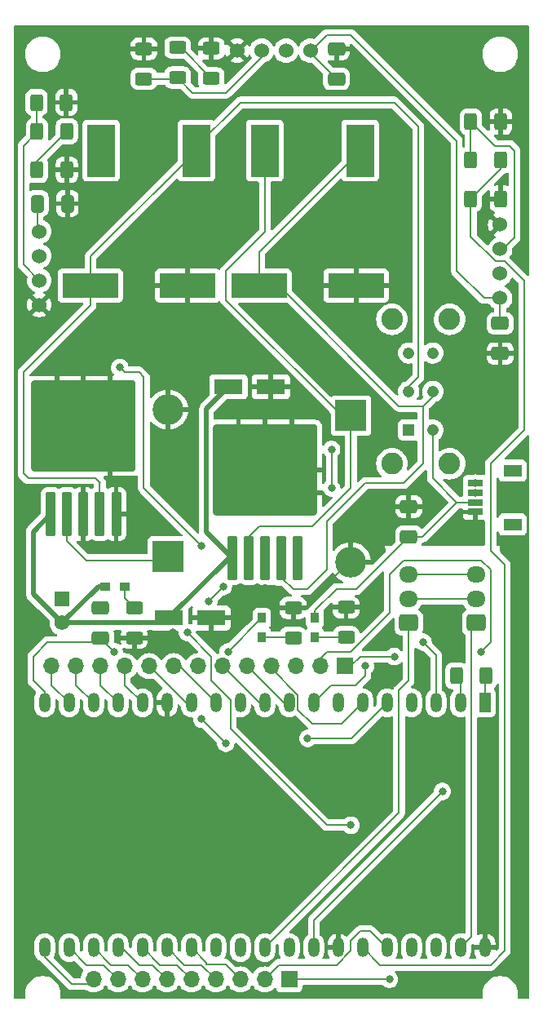
<source format=gbr>
%TF.GenerationSoftware,KiCad,Pcbnew,8.0.8*%
%TF.CreationDate,2025-02-20T18:56:18-05:00*%
%TF.ProjectId,pcb_v3,7063625f-7633-42e6-9b69-6361645f7063,rev?*%
%TF.SameCoordinates,Original*%
%TF.FileFunction,Copper,L1,Top*%
%TF.FilePolarity,Positive*%
%FSLAX46Y46*%
G04 Gerber Fmt 4.6, Leading zero omitted, Abs format (unit mm)*
G04 Created by KiCad (PCBNEW 8.0.8) date 2025-02-20 18:56:18*
%MOMM*%
%LPD*%
G01*
G04 APERTURE LIST*
G04 Aperture macros list*
%AMRoundRect*
0 Rectangle with rounded corners*
0 $1 Rounding radius*
0 $2 $3 $4 $5 $6 $7 $8 $9 X,Y pos of 4 corners*
0 Add a 4 corners polygon primitive as box body*
4,1,4,$2,$3,$4,$5,$6,$7,$8,$9,$2,$3,0*
0 Add four circle primitives for the rounded corners*
1,1,$1+$1,$2,$3*
1,1,$1+$1,$4,$5*
1,1,$1+$1,$6,$7*
1,1,$1+$1,$8,$9*
0 Add four rect primitives between the rounded corners*
20,1,$1+$1,$2,$3,$4,$5,0*
20,1,$1+$1,$4,$5,$6,$7,0*
20,1,$1+$1,$6,$7,$8,$9,0*
20,1,$1+$1,$8,$9,$2,$3,0*%
G04 Aperture macros list end*
%TA.AperFunction,SMDPad,CuDef*%
%ADD10RoundRect,0.250000X-0.400000X-0.625000X0.400000X-0.625000X0.400000X0.625000X-0.400000X0.625000X0*%
%TD*%
%TA.AperFunction,SMDPad,CuDef*%
%ADD11R,5.800000X2.500000*%
%TD*%
%TA.AperFunction,SMDPad,CuDef*%
%ADD12RoundRect,0.250000X0.300000X-2.050000X0.300000X2.050000X-0.300000X2.050000X-0.300000X-2.050000X0*%
%TD*%
%TA.AperFunction,SMDPad,CuDef*%
%ADD13RoundRect,0.250000X2.375000X-2.025000X2.375000X2.025000X-2.375000X2.025000X-2.375000X-2.025000X0*%
%TD*%
%TA.AperFunction,SMDPad,CuDef*%
%ADD14RoundRect,0.250002X5.149998X-4.449998X5.149998X4.449998X-5.149998X4.449998X-5.149998X-4.449998X0*%
%TD*%
%TA.AperFunction,ComponentPad*%
%ADD15R,1.208000X1.208000*%
%TD*%
%TA.AperFunction,ComponentPad*%
%ADD16C,1.208000*%
%TD*%
%TA.AperFunction,ComponentPad*%
%ADD17C,2.250000*%
%TD*%
%TA.AperFunction,SMDPad,CuDef*%
%ADD18R,2.900000X5.400000*%
%TD*%
%TA.AperFunction,SMDPad,CuDef*%
%ADD19RoundRect,0.250000X-0.412500X-0.650000X0.412500X-0.650000X0.412500X0.650000X-0.412500X0.650000X0*%
%TD*%
%TA.AperFunction,ComponentPad*%
%ADD20R,1.575000X1.575000*%
%TD*%
%TA.AperFunction,ComponentPad*%
%ADD21C,1.575000*%
%TD*%
%TA.AperFunction,SMDPad,CuDef*%
%ADD22R,0.850000X1.100000*%
%TD*%
%TA.AperFunction,ComponentPad*%
%ADD23C,1.530000*%
%TD*%
%TA.AperFunction,ComponentPad*%
%ADD24R,1.200000X2.000000*%
%TD*%
%TA.AperFunction,ComponentPad*%
%ADD25O,1.200000X2.000000*%
%TD*%
%TA.AperFunction,ComponentPad*%
%ADD26R,3.200000X3.200000*%
%TD*%
%TA.AperFunction,ComponentPad*%
%ADD27O,3.200000X3.200000*%
%TD*%
%TA.AperFunction,SMDPad,CuDef*%
%ADD28RoundRect,0.250000X-0.650000X0.412500X-0.650000X-0.412500X0.650000X-0.412500X0.650000X0.412500X0*%
%TD*%
%TA.AperFunction,ComponentPad*%
%ADD29RoundRect,0.250000X0.725000X-0.600000X0.725000X0.600000X-0.725000X0.600000X-0.725000X-0.600000X0*%
%TD*%
%TA.AperFunction,ComponentPad*%
%ADD30O,1.950000X1.700000*%
%TD*%
%TA.AperFunction,SMDPad,CuDef*%
%ADD31R,3.000000X1.600000*%
%TD*%
%TA.AperFunction,SMDPad,CuDef*%
%ADD32RoundRect,0.250000X0.400000X0.625000X-0.400000X0.625000X-0.400000X-0.625000X0.400000X-0.625000X0*%
%TD*%
%TA.AperFunction,ComponentPad*%
%ADD33R,1.700000X1.700000*%
%TD*%
%TA.AperFunction,ComponentPad*%
%ADD34O,1.700000X1.700000*%
%TD*%
%TA.AperFunction,SMDPad,CuDef*%
%ADD35RoundRect,0.250000X0.625000X-0.400000X0.625000X0.400000X-0.625000X0.400000X-0.625000X-0.400000X0*%
%TD*%
%TA.AperFunction,SMDPad,CuDef*%
%ADD36RoundRect,0.250000X0.650000X-0.412500X0.650000X0.412500X-0.650000X0.412500X-0.650000X-0.412500X0*%
%TD*%
%TA.AperFunction,SMDPad,CuDef*%
%ADD37RoundRect,0.250000X-0.625000X0.400000X-0.625000X-0.400000X0.625000X-0.400000X0.625000X0.400000X0*%
%TD*%
%TA.AperFunction,SMDPad,CuDef*%
%ADD38R,1.549400X0.660400*%
%TD*%
%TA.AperFunction,SMDPad,CuDef*%
%ADD39R,1.905000X1.295400*%
%TD*%
%TA.AperFunction,SMDPad,CuDef*%
%ADD40R,1.100000X0.850000*%
%TD*%
%TA.AperFunction,ViaPad*%
%ADD41C,0.800000*%
%TD*%
%TA.AperFunction,ViaPad*%
%ADD42C,1.200000*%
%TD*%
%TA.AperFunction,Conductor*%
%ADD43C,0.200000*%
%TD*%
%TA.AperFunction,Conductor*%
%ADD44C,0.500000*%
%TD*%
G04 APERTURE END LIST*
D10*
%TO.P,R7,1*%
%TO.N,Net-(U4-ECHO)*%
X146450000Y-65500000D03*
%TO.P,R7,2*%
%TO.N,ER*%
X149550000Y-65500000D03*
%TD*%
D11*
%TO.P,CP4,1,1*%
%TO.N,3V30*%
X124450000Y-78500000D03*
%TO.P,CP4,2,2*%
%TO.N,GND*%
X134550000Y-78500000D03*
%TD*%
D12*
%TO.P,U2,1,VIN*%
%TO.N,BTRY*%
X102825000Y-102225000D03*
%TO.P,U2,2,OUT*%
%TO.N,Net-(D1-K)*%
X104525000Y-102225000D03*
%TO.P,U2,3,GND*%
%TO.N,GND*%
X106225000Y-102225000D03*
D13*
X103450000Y-95500000D03*
X109000000Y-95500000D03*
D14*
X106225000Y-93075000D03*
D13*
X103450000Y-90650000D03*
X109000000Y-90650000D03*
D12*
%TO.P,U2,4,FB*%
%TO.N,5V0*%
X107925000Y-102225000D03*
%TO.P,U2,5,~{ON}/OFF*%
%TO.N,GND*%
X109625000Y-102225000D03*
%TD*%
D10*
%TO.P,R10,1*%
%TO.N,ER*%
X146450000Y-69500000D03*
%TO.P,R10,2*%
%TO.N,GND*%
X149550000Y-69500000D03*
%TD*%
D11*
%TO.P,CP3,1,1*%
%TO.N,5V0*%
X106950000Y-78500000D03*
%TO.P,CP3,2,2*%
%TO.N,GND*%
X117050000Y-78500000D03*
%TD*%
D15*
%TO.P,S1,1*%
%TO.N,5V*%
X140000000Y-93500000D03*
D16*
%TO.P,S1,2*%
%TO.N,5V0*%
X140000000Y-89500000D03*
%TO.P,S1,3*%
%TO.N,unconnected-(S1-Pad3)*%
X140000000Y-85500000D03*
%TO.P,S1,4*%
%TO.N,3V3*%
X142500000Y-93500000D03*
%TO.P,S1,5*%
%TO.N,3V30*%
X142500000Y-89500000D03*
%TO.P,S1,6*%
%TO.N,unconnected-(S1-Pad6)*%
X142500000Y-85500000D03*
D17*
%TO.P,S1,SH1*%
%TO.N,N/C*%
X138250000Y-97000000D03*
%TO.P,S1,SH2*%
X138250000Y-82000000D03*
%TO.P,S1,SH3*%
X144250000Y-82000000D03*
%TO.P,S1,SH4*%
X144250000Y-97000000D03*
%TD*%
D18*
%TO.P,L2,1,1*%
%TO.N,Net-(D2-K)*%
X125050000Y-64500000D03*
%TO.P,L2,2,2*%
%TO.N,3V30*%
X134950000Y-64500000D03*
%TD*%
D19*
%TO.P,C4,1*%
%TO.N,5V*%
X101437500Y-70000000D03*
%TO.P,C4,2*%
%TO.N,GND*%
X104562500Y-70000000D03*
%TD*%
D20*
%TO.P,J1,1,1*%
%TO.N,GND*%
X104000000Y-111000000D03*
D21*
%TO.P,J1,2,2*%
%TO.N,BTRY*%
X104000000Y-113500000D03*
%TD*%
D22*
%TO.P,D4,1*%
%TO.N,Net-(D4-Pad1)*%
X124760000Y-115005000D03*
%TO.P,D4,2*%
%TO.N,5V*%
X124760000Y-112995000D03*
%TD*%
D23*
%TO.P,U6,1,VCC*%
%TO.N,5V*%
X129810000Y-54125000D03*
%TO.P,U6,2,TRIG*%
%TO.N,TF*%
X127270000Y-54125000D03*
%TO.P,U6,3,ECHO*%
%TO.N,Net-(U6-ECHO)*%
X124730000Y-54125000D03*
%TO.P,U6,4,GND*%
%TO.N,GND*%
X122190000Y-54125000D03*
%TD*%
D24*
%TO.P,U1,1,3V3*%
%TO.N,Net-(U1-3V3)*%
X147903440Y-121800000D03*
D25*
%TO.P,U1,2,CHIP_PU*%
%TO.N,Net-(U1-CHIP_PU)*%
X145363440Y-121800000D03*
%TO.P,U1,3,SENSOR_VP/GPIO36/ADC1_CH0*%
%TO.N,Net-(J8-Pin_1)*%
X142823440Y-121800000D03*
%TO.P,U1,4,SENSOR_VN/GPIO39/ADC1_CH3*%
%TO.N,Net-(J8-Pin_2)*%
X140283440Y-121800000D03*
%TO.P,U1,5,VDET_1/GPIO34/ADC1_CH6*%
%TO.N,Net-(J8-Pin_3)*%
X137743440Y-121800000D03*
%TO.P,U1,6,VDET_2/GPIO35/ADC1_CH7*%
%TO.N,Net-(J8-Pin_4)*%
X135203440Y-121800000D03*
%TO.P,U1,7,32K_XP/GPIO32/ADC1_CH4*%
%TO.N,SDA*%
X132663440Y-121800000D03*
%TO.P,U1,8,32K_XN/GPIO33/ADC1_CH5*%
%TO.N,SCL*%
X130123440Y-121800000D03*
%TO.P,U1,9,DAC_1/ADC2_CH8/GPIO25*%
%TO.N,Net-(J8-Pin_5)*%
X127583440Y-121800000D03*
%TO.P,U1,10,DAC_2/ADC2_CH9/GPIO26*%
%TO.N,Net-(J8-Pin_6)*%
X125043440Y-121800000D03*
%TO.P,U1,11,ADC2_CH7/GPIO27*%
%TO.N,Net-(J8-Pin_7)*%
X122503440Y-121800000D03*
%TO.P,U1,12,MTMS/GPIO14/ADC2_CH6*%
%TO.N,Net-(J8-Pin_8)*%
X119963440Y-121800000D03*
%TO.P,U1,13,MTDI/GPIO12/ADC2_CH5*%
%TO.N,Net-(J8-Pin_9)*%
X117423440Y-121800000D03*
%TO.P,U1,14,GND*%
%TO.N,GND*%
X114883440Y-121800000D03*
%TO.P,U1,15,MTCK/GPIO13/ADC2_CH4*%
%TO.N,Net-(J8-Pin_10)*%
X112343440Y-121800000D03*
%TO.P,U1,16,SD_DATA2/GPIO9*%
%TO.N,Net-(J8-Pin_11)*%
X109803440Y-121800000D03*
%TO.P,U1,17,SD_DATA3/GPIO10*%
%TO.N,Net-(J8-Pin_12)*%
X107263440Y-121800000D03*
%TO.P,U1,18,CMD*%
%TO.N,Net-(J8-Pin_13)*%
X104723440Y-121800000D03*
%TO.P,U1,19,5V*%
%TO.N,5V*%
X102183440Y-121800000D03*
%TO.P,U1,20,SD_CLK/GPIO6*%
%TO.N,Net-(J9-Pin_9)*%
X102186160Y-147196320D03*
%TO.P,U1,21,SD_DATA0/GPIO7*%
%TO.N,Net-(J9-Pin_8)*%
X104726160Y-147196320D03*
%TO.P,U1,22,SD_DATA1/GPIO8*%
%TO.N,Net-(J9-Pin_7)*%
X107263440Y-147200000D03*
%TO.P,U1,23,MTDO/GPIO15/ADC2_CH3*%
%TO.N,Net-(J9-Pin_6)*%
X109803440Y-147200000D03*
%TO.P,U1,24,ADC2_CH2/GPIO2*%
%TO.N,Net-(J9-Pin_5)*%
X112343440Y-147200000D03*
%TO.P,U1,25,GPIO0/BOOT/ADC2_CH1*%
%TO.N,Net-(J9-Pin_4)*%
X114883440Y-147200000D03*
%TO.P,U1,26,ADC2_CH0/GPIO4*%
%TO.N,Net-(J9-Pin_3)*%
X117423440Y-147200000D03*
%TO.P,U1,27,GPIO16*%
%TO.N,EF*%
X119963440Y-147200000D03*
%TO.P,U1,28,GPIO17*%
%TO.N,TF*%
X122503440Y-147200000D03*
%TO.P,U1,29,GPIO5*%
%TO.N,Net-(J6-Pin_1)*%
X125043440Y-147200000D03*
%TO.P,U1,30,GPIO18*%
%TO.N,EL*%
X127583440Y-147200000D03*
%TO.P,U1,31,GPIO19*%
%TO.N,TR*%
X130123440Y-147200000D03*
%TO.P,U1,32,GND*%
%TO.N,GND*%
X132663440Y-147200000D03*
%TO.P,U1,33,GPIO21*%
%TO.N,ER*%
X135203440Y-147200000D03*
%TO.P,U1,34,U0RXD/GPIO3*%
%TO.N,Net-(J9-Pin_2)*%
X137743440Y-147200000D03*
%TO.P,U1,35,U0TXD/GPIO1*%
%TO.N,Net-(J9-Pin_1)*%
X140283440Y-147200000D03*
%TO.P,U1,36,GPIO22*%
%TO.N,TL*%
X142823440Y-147200000D03*
%TO.P,U1,37,GPIO23*%
%TO.N,Net-(J7-Pin_1)*%
X145363440Y-147200000D03*
%TO.P,U1,38,GND*%
%TO.N,GND*%
X147903440Y-147200000D03*
%TD*%
D26*
%TO.P,D2,1,K*%
%TO.N,Net-(D2-K)*%
X134000000Y-92000000D03*
D27*
%TO.P,D2,2,A*%
%TO.N,GND*%
X134000000Y-107240000D03*
%TD*%
D28*
%TO.P,C6,1*%
%TO.N,5V*%
X149500000Y-82437500D03*
%TO.P,C6,2*%
%TO.N,GND*%
X149500000Y-85562500D03*
%TD*%
D29*
%TO.P,J7,1,Pin_1*%
%TO.N,Net-(J7-Pin_1)*%
X147000000Y-113500000D03*
D30*
%TO.P,J7,2,Pin_2*%
%TO.N,Net-(J6-Pin_2)*%
X147000000Y-111000000D03*
%TO.P,J7,3,Pin_3*%
%TO.N,GND*%
X147000000Y-108500000D03*
%TD*%
D23*
%TO.P,U5,1,VCC*%
%TO.N,5V*%
X101625000Y-72880000D03*
%TO.P,U5,2,TRIG*%
%TO.N,TL*%
X101625000Y-75420000D03*
%TO.P,U5,3,ECHO*%
%TO.N,Net-(U5-ECHO)*%
X101625000Y-77960000D03*
%TO.P,U5,4,GND*%
%TO.N,GND*%
X101625000Y-80500000D03*
%TD*%
D31*
%TO.P,CP2,1,1*%
%TO.N,BTRY*%
X121300000Y-89000000D03*
%TO.P,CP2,2,2*%
%TO.N,GND*%
X125700000Y-89000000D03*
%TD*%
D32*
%TO.P,R11,1*%
%TO.N,Net-(U1-3V3)*%
X148050000Y-119000000D03*
%TO.P,R11,2*%
%TO.N,Net-(U1-CHIP_PU)*%
X144950000Y-119000000D03*
%TD*%
D33*
%TO.P,J9,1,Pin_1*%
%TO.N,Net-(J9-Pin_1)*%
X127580000Y-150500000D03*
D34*
%TO.P,J9,2,Pin_2*%
%TO.N,Net-(J9-Pin_2)*%
X125040000Y-150500000D03*
%TO.P,J9,3,Pin_3*%
%TO.N,Net-(J9-Pin_3)*%
X122500000Y-150500000D03*
%TO.P,J9,4,Pin_4*%
%TO.N,Net-(J9-Pin_4)*%
X119960000Y-150500000D03*
%TO.P,J9,5,Pin_5*%
%TO.N,Net-(J9-Pin_5)*%
X117420000Y-150500000D03*
%TO.P,J9,6,Pin_6*%
%TO.N,Net-(J9-Pin_6)*%
X114880000Y-150500000D03*
%TO.P,J9,7,Pin_7*%
%TO.N,Net-(J9-Pin_7)*%
X112340000Y-150500000D03*
%TO.P,J9,8,Pin_8*%
%TO.N,Net-(J9-Pin_8)*%
X109800000Y-150500000D03*
%TO.P,J9,9,Pin_9*%
%TO.N,Net-(J9-Pin_9)*%
X107260000Y-150500000D03*
%TD*%
D35*
%TO.P,R8,1*%
%TO.N,EF*%
X119500000Y-57000000D03*
%TO.P,R8,2*%
%TO.N,GND*%
X119500000Y-53900000D03*
%TD*%
D36*
%TO.P,C1,1*%
%TO.N,5V*%
X108000000Y-115062500D03*
%TO.P,C1,2*%
%TO.N,GND*%
X108000000Y-111937500D03*
%TD*%
D37*
%TO.P,R1,1*%
%TO.N,Net-(D3-Pad1)*%
X111500000Y-111950000D03*
%TO.P,R1,2*%
%TO.N,GND*%
X111500000Y-115050000D03*
%TD*%
D12*
%TO.P,U3,1,VIN*%
%TO.N,BTRY*%
X121700000Y-106775000D03*
%TO.P,U3,2,OUT*%
%TO.N,Net-(D2-K)*%
X123400000Y-106775000D03*
%TO.P,U3,3,GND*%
%TO.N,GND*%
X125100000Y-106775000D03*
D13*
X122325000Y-100050000D03*
X127875000Y-100050000D03*
D14*
X125100000Y-97625000D03*
D13*
X122325000Y-95200000D03*
X127875000Y-95200000D03*
D12*
%TO.P,U3,4,FB*%
%TO.N,3V30*%
X126800000Y-106775000D03*
%TO.P,U3,5,~{ON}/OFF*%
%TO.N,GND*%
X128500000Y-106775000D03*
%TD*%
D33*
%TO.P,J8,1,Pin_1*%
%TO.N,Net-(J8-Pin_1)*%
X133360000Y-118000000D03*
D34*
%TO.P,J8,2,Pin_2*%
%TO.N,Net-(J8-Pin_2)*%
X130820000Y-118000000D03*
%TO.P,J8,3,Pin_3*%
%TO.N,Net-(J8-Pin_3)*%
X128280000Y-118000000D03*
%TO.P,J8,4,Pin_4*%
%TO.N,Net-(J8-Pin_4)*%
X125740000Y-118000000D03*
%TO.P,J8,5,Pin_5*%
%TO.N,Net-(J8-Pin_5)*%
X123200000Y-118000000D03*
%TO.P,J8,6,Pin_6*%
%TO.N,Net-(J8-Pin_6)*%
X120660000Y-118000000D03*
%TO.P,J8,7,Pin_7*%
%TO.N,Net-(J8-Pin_7)*%
X118120000Y-118000000D03*
%TO.P,J8,8,Pin_8*%
%TO.N,Net-(J8-Pin_8)*%
X115580000Y-118000000D03*
%TO.P,J8,9,Pin_9*%
%TO.N,Net-(J8-Pin_9)*%
X113040000Y-118000000D03*
%TO.P,J8,10,Pin_10*%
%TO.N,Net-(J8-Pin_10)*%
X110500000Y-118000000D03*
%TO.P,J8,11,Pin_11*%
%TO.N,Net-(J8-Pin_11)*%
X107960000Y-118000000D03*
%TO.P,J8,12,Pin_12*%
%TO.N,Net-(J8-Pin_12)*%
X105420000Y-118000000D03*
%TO.P,J8,13,Pin_13*%
%TO.N,Net-(J8-Pin_13)*%
X102880000Y-118000000D03*
%TD*%
D35*
%TO.P,R5,1*%
%TO.N,Net-(U6-ECHO)*%
X116000000Y-56920000D03*
%TO.P,R5,2*%
%TO.N,EF*%
X116000000Y-53820000D03*
%TD*%
%TO.P,R2,1*%
%TO.N,Net-(U6-ECHO)*%
X112500000Y-57050000D03*
%TO.P,R2,2*%
%TO.N,GND*%
X112500000Y-53950000D03*
%TD*%
%TO.P,R12,1*%
%TO.N,Net-(D4-Pad1)*%
X128000000Y-115050000D03*
%TO.P,R12,2*%
%TO.N,GND*%
X128000000Y-111950000D03*
%TD*%
D36*
%TO.P,C2,1*%
%TO.N,3V3*%
X140000000Y-104562500D03*
%TO.P,C2,2*%
%TO.N,GND*%
X140000000Y-101437500D03*
%TD*%
%TO.P,C5,1*%
%TO.N,5V*%
X132500000Y-57062500D03*
%TO.P,C5,2*%
%TO.N,GND*%
X132500000Y-53937500D03*
%TD*%
D22*
%TO.P,D5,1*%
%TO.N,Net-(D5-Pad1)*%
X130260000Y-115005000D03*
%TO.P,D5,2*%
%TO.N,3V3*%
X130260000Y-112995000D03*
%TD*%
D38*
%TO.P,J2,1,1*%
%TO.N,GND*%
X146901500Y-102000000D03*
%TO.P,J2,2,2*%
%TO.N,3V3*%
X146901500Y-100999999D03*
%TO.P,J2,3,3*%
%TO.N,SDA*%
X146901500Y-100000001D03*
%TO.P,J2,4,4*%
%TO.N,SCL*%
X146901500Y-99000000D03*
D39*
%TO.P,J2,5*%
%TO.N,N/C*%
X150776501Y-97700001D03*
%TO.P,J2,6*%
X150776501Y-103299999D03*
%TD*%
D35*
%TO.P,R13,1*%
%TO.N,Net-(D5-Pad1)*%
X133500000Y-115000000D03*
%TO.P,R13,2*%
%TO.N,GND*%
X133500000Y-111900000D03*
%TD*%
D10*
%TO.P,R6,1*%
%TO.N,Net-(U5-ECHO)*%
X101400000Y-62500000D03*
%TO.P,R6,2*%
%TO.N,EL*%
X104500000Y-62500000D03*
%TD*%
D18*
%TO.P,L1,1,1*%
%TO.N,Net-(D1-K)*%
X108050000Y-64500000D03*
%TO.P,L1,2,2*%
%TO.N,5V0*%
X117950000Y-64500000D03*
%TD*%
D10*
%TO.P,R3,1*%
%TO.N,Net-(U5-ECHO)*%
X101350000Y-59500000D03*
%TO.P,R3,2*%
%TO.N,GND*%
X104450000Y-59500000D03*
%TD*%
%TO.P,R4,1*%
%TO.N,Net-(U4-ECHO)*%
X146450000Y-61500000D03*
%TO.P,R4,2*%
%TO.N,GND*%
X149550000Y-61500000D03*
%TD*%
D40*
%TO.P,D3,1*%
%TO.N,Net-(D3-Pad1)*%
X110505000Y-109740000D03*
%TO.P,D3,2*%
%TO.N,BTRY*%
X108495000Y-109740000D03*
%TD*%
D29*
%TO.P,J6,1,Pin_1*%
%TO.N,Net-(J6-Pin_1)*%
X140000000Y-113500000D03*
D30*
%TO.P,J6,2,Pin_2*%
%TO.N,Net-(J6-Pin_2)*%
X140000000Y-111000000D03*
%TO.P,J6,3,Pin_3*%
%TO.N,GND*%
X140000000Y-108500000D03*
%TD*%
D10*
%TO.P,R9,1*%
%TO.N,EL*%
X101400000Y-66500000D03*
%TO.P,R9,2*%
%TO.N,GND*%
X104500000Y-66500000D03*
%TD*%
D26*
%TO.P,D1,1,K*%
%TO.N,Net-(D1-K)*%
X115000000Y-106620000D03*
D27*
%TO.P,D1,2,A*%
%TO.N,GND*%
X115000000Y-91380000D03*
%TD*%
D23*
%TO.P,U4,1,VCC*%
%TO.N,5V*%
X149500000Y-79810000D03*
%TO.P,U4,2,TRIG*%
%TO.N,TR*%
X149500000Y-77270000D03*
%TO.P,U4,3,ECHO*%
%TO.N,Net-(U4-ECHO)*%
X149500000Y-74730000D03*
%TO.P,U4,4,GND*%
%TO.N,GND*%
X149500000Y-72190000D03*
%TD*%
D31*
%TO.P,CP1,1,1*%
%TO.N,BTRY*%
X115100000Y-113000000D03*
%TO.P,CP1,2,2*%
%TO.N,GND*%
X119500000Y-113000000D03*
%TD*%
D41*
%TO.N,GND*%
X115500000Y-114500000D03*
X109625000Y-102225000D03*
X106225000Y-102225000D03*
X133500000Y-111900000D03*
X141500000Y-120000000D03*
X137500000Y-118500000D03*
X137500000Y-115000000D03*
X144000000Y-104500000D03*
X113500000Y-115500000D03*
X111500000Y-115050000D03*
X121500000Y-64000000D03*
X122000000Y-70500000D03*
X116000000Y-72500000D03*
X121500000Y-83500000D03*
X116500000Y-87000000D03*
X116500000Y-97500000D03*
X123000000Y-112500000D03*
X122500000Y-110000000D03*
X130500000Y-110500000D03*
X144000000Y-56500000D03*
X139000000Y-63500000D03*
X131000000Y-86000000D03*
X137000000Y-87000000D03*
X135500000Y-97000000D03*
X137500000Y-91500000D03*
X134500000Y-103000000D03*
X136000000Y-100500000D03*
X136500000Y-110500000D03*
X136500000Y-112500000D03*
X128500000Y-106775000D03*
X125100000Y-106775000D03*
X108000000Y-111937500D03*
D42*
X128193638Y-97737458D03*
X106258890Y-90489621D03*
X128231885Y-100433883D03*
X106144149Y-95920718D03*
X121806361Y-100223524D03*
X128231885Y-95251393D03*
X122035844Y-95136651D03*
X106225000Y-93075000D03*
X125100000Y-97625000D03*
X102491545Y-92899192D03*
X102701904Y-95844224D03*
X102625410Y-90279262D03*
X109452528Y-96284066D03*
X109146551Y-90719104D03*
X125172112Y-100338266D03*
X109223045Y-92975687D03*
X125095617Y-95270517D03*
X121844609Y-97833076D03*
D41*
%TO.N,5V*%
X120750000Y-109750000D03*
X109437500Y-116500000D03*
X121255000Y-116500000D03*
X119250000Y-111250000D03*
D42*
%TO.N,Net-(D1-K)*%
X108050000Y-64500000D03*
D41*
%TO.N,SDA*%
X146901500Y-100000001D03*
%TO.N,SCL*%
X135500000Y-118000000D03*
X146901500Y-99000000D03*
%TO.N,TF*%
X132000000Y-99500000D03*
X132000000Y-95500000D03*
%TO.N,TL*%
X134000000Y-134500000D03*
X110000000Y-87000000D03*
X117000000Y-114500000D03*
X118500000Y-105500000D03*
%TO.N,TR*%
X143500000Y-131000000D03*
%TO.N,Net-(J8-Pin_7)*%
X118500000Y-123500000D03*
X121000000Y-126000000D03*
%TO.N,Net-(J8-Pin_3)*%
X129500000Y-125500000D03*
%TO.N,Net-(J8-Pin_1)*%
X141500000Y-115500000D03*
X138500000Y-117000000D03*
%TO.N,Net-(J8-Pin_2)*%
X147500000Y-116500000D03*
%TO.N,Net-(J9-Pin_1)*%
X138000000Y-150500000D03*
%TO.N,EF*%
X119500000Y-57000000D03*
%TO.N,EL*%
X101400000Y-66500000D03*
%TD*%
D43*
%TO.N,Net-(U5-ECHO)*%
X101350000Y-62450000D02*
X101400000Y-62500000D01*
X101350000Y-59500000D02*
X101350000Y-62450000D01*
%TO.N,GND*%
X133760000Y-107240000D02*
X130500000Y-110500000D01*
X134000000Y-107240000D02*
X133760000Y-107240000D01*
X140000000Y-108500000D02*
X147000000Y-108500000D01*
%TO.N,5V*%
X145000000Y-63500000D02*
X145000000Y-77000000D01*
X129875000Y-54125000D02*
X131500000Y-52500000D01*
X101437500Y-70000000D02*
X101437500Y-72692500D01*
X129810000Y-54125000D02*
X129810000Y-54372500D01*
X147810000Y-79810000D02*
X149500000Y-79810000D01*
X119250000Y-111250000D02*
X120750000Y-109750000D01*
X101000000Y-117000000D02*
X102500000Y-115500000D01*
X101000000Y-119500000D02*
X101000000Y-117000000D01*
X102183440Y-121800000D02*
X102183440Y-120683440D01*
X101437500Y-72692500D02*
X101625000Y-72880000D01*
X102500000Y-115500000D02*
X107562500Y-115500000D01*
X108000000Y-115062500D02*
X109437500Y-116500000D01*
X145000000Y-77000000D02*
X147810000Y-79810000D01*
X129810000Y-54125000D02*
X129875000Y-54125000D01*
X149500000Y-79810000D02*
X149500000Y-82437500D01*
X107562500Y-115500000D02*
X108000000Y-115062500D01*
X131500000Y-52500000D02*
X134000000Y-52500000D01*
X134000000Y-52500000D02*
X145000000Y-63500000D01*
X121255000Y-116500000D02*
X124760000Y-112995000D01*
X129810000Y-54372500D02*
X132500000Y-57062500D01*
X102183440Y-120683440D02*
X101000000Y-119500000D01*
%TO.N,3V3*%
X130260000Y-112995000D02*
X130260000Y-112240000D01*
X130260000Y-112240000D02*
X132500000Y-110000000D01*
X145000000Y-101000000D02*
X144999999Y-100999999D01*
X144999999Y-100999999D02*
X146901500Y-100999999D01*
X140000000Y-104562500D02*
X141437500Y-104562500D01*
X142500000Y-93500000D02*
X142500000Y-98500000D01*
X142500000Y-98500000D02*
X145000000Y-101000000D01*
X132500000Y-110000000D02*
X134562500Y-110000000D01*
X141437500Y-104562500D02*
X145000000Y-101000000D01*
X134562500Y-110000000D02*
X140000000Y-104562500D01*
D44*
%TO.N,BTRY*%
X119000000Y-91300000D02*
X119000000Y-104075000D01*
X121700000Y-106775000D02*
X121325000Y-106775000D01*
X104000000Y-113500000D02*
X107760000Y-109740000D01*
X114600000Y-113500000D02*
X115100000Y-113000000D01*
X101000000Y-110500000D02*
X101000000Y-104050000D01*
X121325000Y-106775000D02*
X115100000Y-113000000D01*
X104000000Y-113500000D02*
X114600000Y-113500000D01*
X104000000Y-113500000D02*
X101000000Y-110500000D01*
X121300000Y-89000000D02*
X119000000Y-91300000D01*
X107760000Y-109740000D02*
X108495000Y-109740000D01*
X119000000Y-104075000D02*
X121700000Y-106775000D01*
X101000000Y-104050000D02*
X102825000Y-102225000D01*
D43*
%TO.N,5V0*%
X138500000Y-59500000D02*
X141000000Y-62000000D01*
X100000000Y-98000000D02*
X100500000Y-98500000D01*
X100000000Y-87500000D02*
X100000000Y-98000000D01*
X106950000Y-78500000D02*
X106950000Y-80550000D01*
X141000000Y-62000000D02*
X141000000Y-88000000D01*
X117950000Y-64050000D02*
X122500000Y-59500000D01*
X106950000Y-78500000D02*
X106950000Y-75500000D01*
X106950000Y-75500000D02*
X117950000Y-64500000D01*
X122500000Y-59500000D02*
X138500000Y-59500000D01*
X106950000Y-80550000D02*
X100000000Y-87500000D01*
X107925000Y-99075000D02*
X107925000Y-102225000D01*
X141000000Y-88000000D02*
X140000000Y-89000000D01*
X117950000Y-64500000D02*
X117950000Y-64050000D01*
X108000000Y-99000000D02*
X107925000Y-99075000D01*
X107500000Y-98500000D02*
X108000000Y-99000000D01*
X100500000Y-98500000D02*
X107500000Y-98500000D01*
X140000000Y-89000000D02*
X140000000Y-89500000D01*
%TO.N,3V30*%
X141500000Y-91000000D02*
X142500000Y-90000000D01*
X131500000Y-108000000D02*
X131500000Y-103000000D01*
X135500000Y-99000000D02*
X139500000Y-99000000D01*
X139000000Y-91000000D02*
X141500000Y-91000000D01*
X126800000Y-106775000D02*
X126800000Y-108800000D01*
X126800000Y-108800000D02*
X128000000Y-110000000D01*
X129500000Y-110000000D02*
X131500000Y-108000000D01*
X141500000Y-97000000D02*
X141500000Y-91000000D01*
X124450000Y-75000000D02*
X134950000Y-64500000D01*
X126500000Y-78500000D02*
X139000000Y-91000000D01*
X124450000Y-78500000D02*
X124450000Y-75000000D01*
X128000000Y-110000000D02*
X129500000Y-110000000D01*
X139500000Y-99000000D02*
X141500000Y-97000000D01*
X131500000Y-103000000D02*
X135500000Y-99000000D01*
X142500000Y-90000000D02*
X142500000Y-89500000D01*
X124450000Y-78500000D02*
X126500000Y-78500000D01*
%TO.N,Net-(D1-K)*%
X106500000Y-107000000D02*
X114620000Y-107000000D01*
X104525000Y-102225000D02*
X104525000Y-105025000D01*
X114620000Y-107000000D02*
X115000000Y-106620000D01*
X104525000Y-105025000D02*
X106500000Y-107000000D01*
%TO.N,Net-(D2-K)*%
X125050000Y-64500000D02*
X125050000Y-72950000D01*
X124500000Y-103500000D02*
X130000000Y-103500000D01*
X133000000Y-92000000D02*
X134000000Y-92000000D01*
X125050000Y-72950000D02*
X121000000Y-77000000D01*
X121000000Y-80000000D02*
X133000000Y-92000000D01*
X130000000Y-103500000D02*
X134000000Y-99500000D01*
X121000000Y-77000000D02*
X121000000Y-80000000D01*
X123400000Y-106775000D02*
X123400000Y-104600000D01*
X134000000Y-99500000D02*
X134000000Y-92000000D01*
X123400000Y-104600000D02*
X124500000Y-103500000D01*
%TO.N,Net-(D3-Pad1)*%
X110505000Y-110955000D02*
X111500000Y-111950000D01*
X110505000Y-109740000D02*
X110505000Y-110955000D01*
%TO.N,Net-(D4-Pad1)*%
X127955000Y-115005000D02*
X128000000Y-115050000D01*
X124760000Y-115005000D02*
X127955000Y-115005000D01*
%TO.N,Net-(D5-Pad1)*%
X133495000Y-115005000D02*
X133500000Y-115000000D01*
X130260000Y-115005000D02*
X133495000Y-115005000D01*
%TO.N,SCL*%
X135500000Y-119000000D02*
X135500000Y-118000000D01*
X134500000Y-120000000D02*
X135500000Y-119000000D01*
X130123440Y-121800000D02*
X131923440Y-120000000D01*
X131923440Y-120000000D02*
X134500000Y-120000000D01*
%TO.N,Net-(U6-ECHO)*%
X117580000Y-58500000D02*
X121000000Y-58500000D01*
X116000000Y-56920000D02*
X117580000Y-58500000D01*
X121000000Y-58500000D02*
X124730000Y-54770000D01*
X115870000Y-57050000D02*
X116000000Y-56920000D01*
X124730000Y-54770000D02*
X124730000Y-54125000D01*
X112500000Y-57050000D02*
X115870000Y-57050000D01*
%TO.N,TF*%
X132000000Y-95500000D02*
X132000000Y-99500000D01*
%TO.N,Net-(U5-ECHO)*%
X100000000Y-64000000D02*
X100000000Y-76335000D01*
X100000000Y-76335000D02*
X101625000Y-77960000D01*
X101400000Y-62600000D02*
X100000000Y-64000000D01*
X101400000Y-62500000D02*
X101400000Y-62600000D01*
%TO.N,TL*%
X110500000Y-87500000D02*
X112000000Y-87500000D01*
X131500000Y-134500000D02*
X134000000Y-134500000D01*
X112500000Y-99500000D02*
X118500000Y-105500000D01*
X112500000Y-88000000D02*
X112500000Y-99500000D01*
X117000000Y-114500000D02*
X119500000Y-117000000D01*
X119500000Y-119500000D02*
X121500000Y-121500000D01*
X119500000Y-117000000D02*
X119500000Y-119500000D01*
X121500000Y-124500000D02*
X131500000Y-134500000D01*
X121500000Y-121500000D02*
X121500000Y-124500000D01*
X112000000Y-87500000D02*
X112500000Y-88000000D01*
X110000000Y-87000000D02*
X110500000Y-87500000D01*
%TO.N,Net-(U4-ECHO)*%
X146450000Y-61500000D02*
X146450000Y-65500000D01*
X148950000Y-64000000D02*
X150500000Y-64000000D01*
X150500000Y-64000000D02*
X151000000Y-64500000D01*
X149770000Y-74730000D02*
X149500000Y-74730000D01*
X146450000Y-61500000D02*
X148950000Y-64000000D01*
X151000000Y-64500000D02*
X151000000Y-73500000D01*
X151000000Y-73500000D02*
X149770000Y-74730000D01*
%TO.N,TR*%
X130123440Y-147200000D02*
X130123440Y-144376560D01*
X130123440Y-144376560D02*
X143500000Y-131000000D01*
%TO.N,Net-(J6-Pin_1)*%
X139000000Y-120500000D02*
X139000000Y-133243440D01*
X139000000Y-133243440D02*
X125043440Y-147200000D01*
X140000000Y-119500000D02*
X139000000Y-120500000D01*
X140000000Y-113500000D02*
X140000000Y-119500000D01*
%TO.N,Net-(J6-Pin_2)*%
X140000000Y-111000000D02*
X147000000Y-111000000D01*
%TO.N,Net-(J7-Pin_1)*%
X147000000Y-113500000D02*
X146500000Y-114000000D01*
X146500000Y-146063440D02*
X145363440Y-147200000D01*
X146500000Y-114000000D02*
X146500000Y-146063440D01*
%TO.N,Net-(J8-Pin_7)*%
X118500000Y-123500000D02*
X121000000Y-126000000D01*
%TO.N,Net-(J8-Pin_3)*%
X134043440Y-125500000D02*
X137743440Y-121800000D01*
X129500000Y-125500000D02*
X134043440Y-125500000D01*
%TO.N,Net-(J8-Pin_1)*%
X142823440Y-116823440D02*
X142823440Y-121800000D01*
X134000000Y-118000000D02*
X135000000Y-117000000D01*
X133360000Y-118000000D02*
X134000000Y-118000000D01*
X141500000Y-115500000D02*
X142823440Y-116823440D01*
X135000000Y-117000000D02*
X138500000Y-117000000D01*
%TO.N,Net-(J8-Pin_2)*%
X130820000Y-118000000D02*
X130820000Y-117180000D01*
X138000000Y-108500000D02*
X139500000Y-107000000D01*
X131500000Y-116500000D02*
X134000000Y-116500000D01*
X138000000Y-112500000D02*
X138000000Y-108500000D01*
X148500000Y-115500000D02*
X147500000Y-116500000D01*
X134000000Y-116500000D02*
X138000000Y-112500000D01*
X147500000Y-107000000D02*
X148500000Y-108000000D01*
X130820000Y-117180000D02*
X131500000Y-116500000D01*
X148500000Y-108000000D02*
X148500000Y-115500000D01*
X139500000Y-107000000D02*
X147500000Y-107000000D01*
%TO.N,Net-(J8-Pin_6)*%
X120660000Y-118000000D02*
X124460000Y-121800000D01*
X124460000Y-121800000D02*
X125043440Y-121800000D01*
%TO.N,Net-(J8-Pin_5)*%
X123200000Y-118000000D02*
X127000000Y-121800000D01*
X127000000Y-121800000D02*
X127583440Y-121800000D01*
%TO.N,Net-(J8-Pin_4)*%
X130000000Y-124000000D02*
X133003440Y-124000000D01*
X125740000Y-118240000D02*
X128500000Y-121000000D01*
X128500000Y-122500000D02*
X130000000Y-124000000D01*
X125740000Y-118000000D02*
X125740000Y-118240000D01*
X128500000Y-121000000D02*
X128500000Y-122500000D01*
X133003440Y-124000000D02*
X135203440Y-121800000D01*
%TO.N,Net-(J8-Pin_8)*%
X116163440Y-118000000D02*
X119963440Y-121800000D01*
X115580000Y-118000000D02*
X116163440Y-118000000D01*
%TO.N,Net-(J9-Pin_7)*%
X109063440Y-149000000D02*
X110840000Y-149000000D01*
X107263440Y-147200000D02*
X109063440Y-149000000D01*
X110840000Y-149000000D02*
X112340000Y-150500000D01*
%TO.N,Net-(J9-Pin_2)*%
X134000000Y-147536232D02*
X134000000Y-146500000D01*
X137700000Y-147200000D02*
X137743440Y-147200000D01*
X134000000Y-146500000D02*
X135000000Y-145500000D01*
X132536232Y-149000000D02*
X134000000Y-147536232D01*
X126500000Y-149000000D02*
X132536232Y-149000000D01*
X125040000Y-150460000D02*
X126500000Y-149000000D01*
X135000000Y-145500000D02*
X136000000Y-145500000D01*
X136000000Y-145500000D02*
X137700000Y-147200000D01*
X125040000Y-150500000D02*
X125040000Y-150460000D01*
%TO.N,Net-(J9-Pin_9)*%
X102186160Y-147196320D02*
X102186160Y-148186160D01*
X106760000Y-151000000D02*
X107260000Y-150500000D01*
X102186160Y-148186160D02*
X105000000Y-151000000D01*
X105000000Y-151000000D02*
X106760000Y-151000000D01*
%TO.N,Net-(J9-Pin_1)*%
X127580000Y-150500000D02*
X138000000Y-150500000D01*
%TO.N,Net-(J9-Pin_6)*%
X110200000Y-147200000D02*
X112000000Y-149000000D01*
X112000000Y-149000000D02*
X113380000Y-149000000D01*
X113380000Y-149000000D02*
X114880000Y-150500000D01*
X109803440Y-147200000D02*
X110200000Y-147200000D01*
%TO.N,Net-(J9-Pin_3)*%
X119012843Y-148789403D02*
X119012843Y-148987157D01*
X120987157Y-148987157D02*
X122500000Y-150500000D01*
X119012843Y-148987157D02*
X120987157Y-148987157D01*
X117423440Y-147200000D02*
X119012843Y-148789403D01*
%TO.N,Net-(J9-Pin_8)*%
X106529840Y-149000000D02*
X108300000Y-149000000D01*
X108300000Y-149000000D02*
X109800000Y-150500000D01*
X104726160Y-147196320D02*
X106529840Y-149000000D01*
%TO.N,Net-(J9-Pin_4)*%
X114883440Y-147200000D02*
X116683440Y-149000000D01*
X116683440Y-149000000D02*
X118460000Y-149000000D01*
X118460000Y-149000000D02*
X119960000Y-150500000D01*
%TO.N,Net-(J9-Pin_5)*%
X112343440Y-147200000D02*
X114143440Y-149000000D01*
X115920000Y-149000000D02*
X117420000Y-150500000D01*
X114143440Y-149000000D02*
X115920000Y-149000000D01*
%TO.N,EF*%
X116000000Y-53820000D02*
X116320000Y-53820000D01*
X116320000Y-53820000D02*
X119500000Y-57000000D01*
%TO.N,EL*%
X101400000Y-66500000D02*
X101400000Y-65600000D01*
X101400000Y-65600000D02*
X104500000Y-62500000D01*
%TO.N,ER*%
X146450000Y-69500000D02*
X146450000Y-73450000D01*
X137003440Y-149000000D02*
X135203440Y-147200000D01*
X150000000Y-147500000D02*
X148500000Y-149000000D01*
X148500000Y-106000000D02*
X150000000Y-107500000D01*
X150000000Y-76000000D02*
X152000000Y-78000000D01*
X148500000Y-149000000D02*
X137003440Y-149000000D01*
X146450000Y-73450000D02*
X149000000Y-76000000D01*
X149000000Y-76000000D02*
X150000000Y-76000000D01*
X148500000Y-97000000D02*
X148500000Y-106000000D01*
X149550000Y-65500000D02*
X149550000Y-66400000D01*
X152000000Y-78000000D02*
X152000000Y-93500000D01*
X149550000Y-66400000D02*
X146450000Y-69500000D01*
X152000000Y-93500000D02*
X148500000Y-97000000D01*
X150000000Y-107500000D02*
X150000000Y-147500000D01*
%TO.N,Net-(U1-CHIP_PU)*%
X145363440Y-121800000D02*
X145363440Y-119413440D01*
X145363440Y-119413440D02*
X144950000Y-119000000D01*
%TO.N,Net-(U1-3V3)*%
X147903440Y-121800000D02*
X147903440Y-119146560D01*
X147903440Y-119146560D02*
X148050000Y-119000000D01*
%TO.N,Net-(J8-Pin_13)*%
X102880000Y-119956560D02*
X104723440Y-121800000D01*
X102880000Y-118000000D02*
X102880000Y-119956560D01*
%TO.N,Net-(J8-Pin_11)*%
X107960000Y-119956560D02*
X109803440Y-121800000D01*
X107960000Y-118000000D02*
X107960000Y-119956560D01*
%TO.N,Net-(J8-Pin_10)*%
X110500000Y-119956560D02*
X112343440Y-121800000D01*
X110500000Y-118000000D02*
X110500000Y-119956560D01*
%TO.N,Net-(J8-Pin_12)*%
X105420000Y-118000000D02*
X105420000Y-119956560D01*
X105420000Y-119956560D02*
X107263440Y-121800000D01*
%TO.N,Net-(J8-Pin_9)*%
X113040000Y-118000000D02*
X116840000Y-121800000D01*
X116840000Y-121800000D02*
X117423440Y-121800000D01*
%TD*%
%TA.AperFunction,Conductor*%
%TO.N,GND*%
G36*
X152442539Y-51520185D02*
G01*
X152488294Y-51572989D01*
X152499500Y-51624500D01*
X152499500Y-77350903D01*
X152479815Y-77417942D01*
X152427011Y-77463697D01*
X152357853Y-77473641D01*
X152294297Y-77444616D01*
X152287819Y-77438584D01*
X150514853Y-75665618D01*
X150481368Y-75604295D01*
X150486352Y-75534603D01*
X150500956Y-75506817D01*
X150600142Y-75365167D01*
X150693723Y-75164480D01*
X150751035Y-74950591D01*
X150770334Y-74730000D01*
X150763217Y-74648657D01*
X150776983Y-74580159D01*
X150799061Y-74550174D01*
X151480520Y-73868716D01*
X151559577Y-73731784D01*
X151600501Y-73579057D01*
X151600501Y-73420942D01*
X151600501Y-73413347D01*
X151600500Y-73413329D01*
X151600500Y-64589060D01*
X151600501Y-64589047D01*
X151600501Y-64420944D01*
X151596589Y-64406344D01*
X151559577Y-64268216D01*
X151527361Y-64212415D01*
X151480524Y-64131290D01*
X151480518Y-64131282D01*
X150868717Y-63519481D01*
X150868716Y-63519480D01*
X150781904Y-63469360D01*
X150781904Y-63469359D01*
X150781900Y-63469358D01*
X150731785Y-63440423D01*
X150579057Y-63399499D01*
X150420943Y-63399499D01*
X150413347Y-63399499D01*
X150413331Y-63399500D01*
X149250097Y-63399500D01*
X149183058Y-63379815D01*
X149162416Y-63363181D01*
X148868388Y-63069153D01*
X148834903Y-63007830D01*
X148839887Y-62938138D01*
X148881759Y-62882205D01*
X148947223Y-62857788D01*
X148990661Y-62863215D01*
X148990689Y-62863089D01*
X148992143Y-62863400D01*
X148995077Y-62863767D01*
X148997308Y-62864506D01*
X149100019Y-62874999D01*
X149299999Y-62874999D01*
X149800000Y-62874999D01*
X149999972Y-62874999D01*
X149999986Y-62874998D01*
X150102697Y-62864505D01*
X150269119Y-62809358D01*
X150269124Y-62809356D01*
X150418345Y-62717315D01*
X150542315Y-62593345D01*
X150634356Y-62444124D01*
X150634358Y-62444119D01*
X150689505Y-62277697D01*
X150689506Y-62277690D01*
X150699999Y-62174986D01*
X150700000Y-62174973D01*
X150700000Y-61750000D01*
X149800000Y-61750000D01*
X149800000Y-62874999D01*
X149299999Y-62874999D01*
X149300000Y-62874998D01*
X149300000Y-61750000D01*
X148400001Y-61750000D01*
X148400001Y-62174986D01*
X148410494Y-62277699D01*
X148411233Y-62279929D01*
X148411283Y-62281385D01*
X148411911Y-62284319D01*
X148411387Y-62284431D01*
X148413633Y-62349757D01*
X148377899Y-62409798D01*
X148315378Y-62440988D01*
X148245918Y-62433426D01*
X148205845Y-62406610D01*
X147636818Y-61837583D01*
X147603333Y-61776260D01*
X147600499Y-61749902D01*
X147600499Y-60825013D01*
X148400000Y-60825013D01*
X148400000Y-61250000D01*
X149300000Y-61250000D01*
X149800000Y-61250000D01*
X150699999Y-61250000D01*
X150699999Y-60825028D01*
X150699998Y-60825013D01*
X150689505Y-60722302D01*
X150634358Y-60555880D01*
X150634356Y-60555875D01*
X150542315Y-60406654D01*
X150418345Y-60282684D01*
X150269124Y-60190643D01*
X150269119Y-60190641D01*
X150102697Y-60135494D01*
X150102690Y-60135493D01*
X149999986Y-60125000D01*
X149800000Y-60125000D01*
X149800000Y-61250000D01*
X149300000Y-61250000D01*
X149300000Y-60125000D01*
X149100029Y-60125000D01*
X149100012Y-60125001D01*
X148997302Y-60135494D01*
X148830880Y-60190641D01*
X148830875Y-60190643D01*
X148681654Y-60282684D01*
X148557684Y-60406654D01*
X148465643Y-60555875D01*
X148465641Y-60555880D01*
X148410494Y-60722302D01*
X148410493Y-60722309D01*
X148400000Y-60825013D01*
X147600499Y-60825013D01*
X147600499Y-60824998D01*
X147600498Y-60824981D01*
X147589999Y-60722203D01*
X147589998Y-60722200D01*
X147588379Y-60717315D01*
X147534814Y-60555666D01*
X147442712Y-60406344D01*
X147318656Y-60282288D01*
X147169334Y-60190186D01*
X147002797Y-60135001D01*
X147002795Y-60135000D01*
X146900010Y-60124500D01*
X145999998Y-60124500D01*
X145999980Y-60124501D01*
X145897203Y-60135000D01*
X145897200Y-60135001D01*
X145730668Y-60190185D01*
X145730663Y-60190187D01*
X145581342Y-60282289D01*
X145457289Y-60406342D01*
X145365187Y-60555663D01*
X145365185Y-60555668D01*
X145365115Y-60555880D01*
X145310001Y-60722203D01*
X145310001Y-60722204D01*
X145310000Y-60722204D01*
X145299500Y-60824983D01*
X145299500Y-62175001D01*
X145299501Y-62175018D01*
X145310000Y-62277796D01*
X145310001Y-62277799D01*
X145333846Y-62349757D01*
X145365186Y-62444334D01*
X145457288Y-62593656D01*
X145581344Y-62717712D01*
X145730666Y-62809814D01*
X145764500Y-62821025D01*
X145821947Y-62860796D01*
X145848772Y-62925311D01*
X145849500Y-62938732D01*
X145849500Y-64061267D01*
X145829815Y-64128306D01*
X145777011Y-64174061D01*
X145764465Y-64178986D01*
X145763465Y-64179317D01*
X145693636Y-64181695D01*
X145633606Y-64145944D01*
X145602434Y-64083413D01*
X145600500Y-64061598D01*
X145600500Y-63420945D01*
X145600500Y-63420943D01*
X145562144Y-63277795D01*
X145559577Y-63268215D01*
X145559577Y-63268214D01*
X145530639Y-63218095D01*
X145530637Y-63218092D01*
X145480520Y-63131284D01*
X145368716Y-63019480D01*
X145368715Y-63019479D01*
X145364385Y-63015149D01*
X145364374Y-63015139D01*
X136727946Y-54378711D01*
X147649500Y-54378711D01*
X147649500Y-54621288D01*
X147676363Y-54825341D01*
X147681162Y-54861789D01*
X147689926Y-54894497D01*
X147743947Y-55096104D01*
X147835963Y-55318249D01*
X147836776Y-55320212D01*
X147958064Y-55530289D01*
X147958066Y-55530292D01*
X147958067Y-55530293D01*
X148105733Y-55722736D01*
X148105739Y-55722743D01*
X148277256Y-55894260D01*
X148277263Y-55894266D01*
X148390321Y-55981018D01*
X148469711Y-56041936D01*
X148679788Y-56163224D01*
X148903900Y-56256054D01*
X149138211Y-56318838D01*
X149318586Y-56342584D01*
X149378711Y-56350500D01*
X149378712Y-56350500D01*
X149621289Y-56350500D01*
X149669388Y-56344167D01*
X149861789Y-56318838D01*
X150096100Y-56256054D01*
X150320212Y-56163224D01*
X150530289Y-56041936D01*
X150722738Y-55894265D01*
X150894265Y-55722738D01*
X151041936Y-55530289D01*
X151163224Y-55320212D01*
X151256054Y-55096100D01*
X151318838Y-54861789D01*
X151350500Y-54621288D01*
X151350500Y-54378712D01*
X151318838Y-54138211D01*
X151256054Y-53903900D01*
X151163224Y-53679788D01*
X151041936Y-53469711D01*
X150948009Y-53347303D01*
X150894266Y-53277263D01*
X150894260Y-53277256D01*
X150722743Y-53105739D01*
X150722736Y-53105733D01*
X150530293Y-52958067D01*
X150530292Y-52958066D01*
X150530289Y-52958064D01*
X150320212Y-52836776D01*
X150320205Y-52836773D01*
X150096104Y-52743947D01*
X149861785Y-52681161D01*
X149621289Y-52649500D01*
X149621288Y-52649500D01*
X149378712Y-52649500D01*
X149378711Y-52649500D01*
X149138214Y-52681161D01*
X148903895Y-52743947D01*
X148679794Y-52836773D01*
X148679785Y-52836777D01*
X148469706Y-52958067D01*
X148277263Y-53105733D01*
X148277256Y-53105739D01*
X148105739Y-53277256D01*
X148105733Y-53277263D01*
X147958067Y-53469706D01*
X147836777Y-53679785D01*
X147836773Y-53679794D01*
X147743947Y-53903895D01*
X147681161Y-54138214D01*
X147649500Y-54378711D01*
X136727946Y-54378711D01*
X134487590Y-52138355D01*
X134487588Y-52138352D01*
X134368717Y-52019481D01*
X134368716Y-52019480D01*
X134281904Y-51969360D01*
X134281904Y-51969359D01*
X134281900Y-51969358D01*
X134231785Y-51940423D01*
X134079057Y-51899499D01*
X133920943Y-51899499D01*
X133913347Y-51899499D01*
X133913331Y-51899500D01*
X131586669Y-51899500D01*
X131586653Y-51899499D01*
X131579057Y-51899499D01*
X131420943Y-51899499D01*
X131313587Y-51928265D01*
X131268210Y-51940424D01*
X131268209Y-51940425D01*
X131218096Y-51969359D01*
X131218095Y-51969360D01*
X131174689Y-51994420D01*
X131131285Y-52019479D01*
X131131282Y-52019481D01*
X131019478Y-52131286D01*
X130275392Y-52875371D01*
X130214069Y-52908856D01*
X130155618Y-52907465D01*
X130030596Y-52873966D01*
X130030592Y-52873965D01*
X130030591Y-52873965D01*
X130030590Y-52873964D01*
X130030585Y-52873964D01*
X129810002Y-52854666D01*
X129809998Y-52854666D01*
X129589414Y-52873964D01*
X129589407Y-52873965D01*
X129375524Y-52931275D01*
X129375513Y-52931279D01*
X129174836Y-53024856D01*
X129174834Y-53024857D01*
X128993444Y-53151868D01*
X128836868Y-53308444D01*
X128709857Y-53489834D01*
X128709856Y-53489836D01*
X128652382Y-53613091D01*
X128606210Y-53665531D01*
X128539017Y-53684683D01*
X128472135Y-53664467D01*
X128427618Y-53613091D01*
X128370143Y-53489836D01*
X128370142Y-53489834D01*
X128370142Y-53489833D01*
X128243132Y-53308445D01*
X128086555Y-53151868D01*
X127905167Y-53024858D01*
X127905163Y-53024856D01*
X127704486Y-52931279D01*
X127704475Y-52931275D01*
X127490592Y-52873965D01*
X127490585Y-52873964D01*
X127270002Y-52854666D01*
X127269998Y-52854666D01*
X127049414Y-52873964D01*
X127049407Y-52873965D01*
X126835524Y-52931275D01*
X126835513Y-52931279D01*
X126634836Y-53024856D01*
X126634834Y-53024857D01*
X126453444Y-53151868D01*
X126296868Y-53308444D01*
X126169857Y-53489834D01*
X126169856Y-53489836D01*
X126112382Y-53613091D01*
X126066210Y-53665531D01*
X125999017Y-53684683D01*
X125932135Y-53664467D01*
X125887618Y-53613091D01*
X125830143Y-53489836D01*
X125830142Y-53489834D01*
X125830142Y-53489833D01*
X125703132Y-53308445D01*
X125546555Y-53151868D01*
X125365167Y-53024858D01*
X125365163Y-53024856D01*
X125164486Y-52931279D01*
X125164475Y-52931275D01*
X124950592Y-52873965D01*
X124950585Y-52873964D01*
X124730002Y-52854666D01*
X124729998Y-52854666D01*
X124509414Y-52873964D01*
X124509407Y-52873965D01*
X124295524Y-52931275D01*
X124295513Y-52931279D01*
X124094836Y-53024856D01*
X124094834Y-53024857D01*
X123913444Y-53151868D01*
X123756868Y-53308444D01*
X123629857Y-53489833D01*
X123572106Y-53613683D01*
X123525934Y-53666122D01*
X123458740Y-53685274D01*
X123391859Y-53665058D01*
X123347342Y-53613683D01*
X123289707Y-53490084D01*
X123243894Y-53424657D01*
X122681128Y-53987424D01*
X122665245Y-53928147D01*
X122598102Y-53811853D01*
X122503147Y-53716898D01*
X122386853Y-53649755D01*
X122327574Y-53633871D01*
X122890341Y-53071104D01*
X122890341Y-53071103D01*
X122824920Y-53025295D01*
X122824916Y-53025293D01*
X122624309Y-52931749D01*
X122624300Y-52931745D01*
X122410509Y-52874461D01*
X122410499Y-52874459D01*
X122190001Y-52855168D01*
X122189999Y-52855168D01*
X121969500Y-52874459D01*
X121969490Y-52874461D01*
X121755699Y-52931745D01*
X121755690Y-52931749D01*
X121555080Y-53025295D01*
X121489658Y-53071103D01*
X121489657Y-53071104D01*
X122052425Y-53633871D01*
X121993147Y-53649755D01*
X121876853Y-53716898D01*
X121781898Y-53811853D01*
X121714755Y-53928147D01*
X121698871Y-53987424D01*
X121136104Y-53424657D01*
X121136104Y-53424658D01*
X121097059Y-53480420D01*
X121042482Y-53524045D01*
X120972983Y-53531237D01*
X120910629Y-53499715D01*
X120875215Y-53439485D01*
X120872126Y-53421897D01*
X120864506Y-53347303D01*
X120809358Y-53180880D01*
X120809356Y-53180875D01*
X120717315Y-53031654D01*
X120593345Y-52907684D01*
X120444124Y-52815643D01*
X120444119Y-52815641D01*
X120277697Y-52760494D01*
X120277690Y-52760493D01*
X120174986Y-52750000D01*
X119750000Y-52750000D01*
X119750000Y-55049999D01*
X120174972Y-55049999D01*
X120174986Y-55049998D01*
X120277697Y-55039505D01*
X120444119Y-54984358D01*
X120444124Y-54984356D01*
X120593345Y-54892315D01*
X120717317Y-54768343D01*
X120811225Y-54616094D01*
X120863173Y-54569369D01*
X120932135Y-54558146D01*
X120996218Y-54585990D01*
X121029146Y-54628785D01*
X121090293Y-54759916D01*
X121090295Y-54759920D01*
X121136103Y-54825341D01*
X121136104Y-54825341D01*
X121698871Y-54262574D01*
X121714755Y-54321853D01*
X121781898Y-54438147D01*
X121876853Y-54533102D01*
X121993147Y-54600245D01*
X122052425Y-54616128D01*
X121489657Y-55178894D01*
X121555084Y-55224706D01*
X121755690Y-55318250D01*
X121755699Y-55318254D01*
X121969490Y-55375538D01*
X121969500Y-55375540D01*
X122189999Y-55394832D01*
X122190001Y-55394832D01*
X122410499Y-55375540D01*
X122410509Y-55375538D01*
X122624300Y-55318254D01*
X122624314Y-55318249D01*
X122824911Y-55224709D01*
X122824919Y-55224705D01*
X122890341Y-55178895D01*
X122327574Y-54616128D01*
X122386853Y-54600245D01*
X122503147Y-54533102D01*
X122598102Y-54438147D01*
X122665245Y-54321853D01*
X122681128Y-54262574D01*
X123243895Y-54825341D01*
X123289705Y-54759919D01*
X123289709Y-54759911D01*
X123347342Y-54636317D01*
X123393514Y-54583877D01*
X123460707Y-54564725D01*
X123527588Y-54584940D01*
X123572106Y-54636317D01*
X123629856Y-54760163D01*
X123629862Y-54760173D01*
X123677559Y-54828291D01*
X123699887Y-54894497D01*
X123682877Y-54962264D01*
X123663666Y-54987096D01*
X121084953Y-57565811D01*
X121023630Y-57599296D01*
X120953938Y-57594312D01*
X120898005Y-57552440D01*
X120873588Y-57486976D01*
X120873915Y-57465523D01*
X120875498Y-57450025D01*
X120875500Y-57450009D01*
X120875499Y-56549992D01*
X120874418Y-56539414D01*
X120864999Y-56447203D01*
X120864998Y-56447200D01*
X120856631Y-56421949D01*
X120809814Y-56280666D01*
X120717712Y-56131344D01*
X120593656Y-56007288D01*
X120444334Y-55915186D01*
X120277797Y-55860001D01*
X120277795Y-55860000D01*
X120175016Y-55849500D01*
X120175009Y-55849500D01*
X119250097Y-55849500D01*
X119183058Y-55829815D01*
X119162416Y-55813181D01*
X118593388Y-55244153D01*
X118559903Y-55182830D01*
X118564887Y-55113138D01*
X118606759Y-55057205D01*
X118672223Y-55032788D01*
X118715661Y-55038215D01*
X118715689Y-55038089D01*
X118717143Y-55038400D01*
X118720077Y-55038767D01*
X118722308Y-55039506D01*
X118825019Y-55049999D01*
X119249999Y-55049999D01*
X119250000Y-55049998D01*
X119250000Y-54150000D01*
X118125001Y-54150000D01*
X118125001Y-54349986D01*
X118135494Y-54452699D01*
X118136233Y-54454929D01*
X118136283Y-54456385D01*
X118136911Y-54459319D01*
X118136387Y-54459431D01*
X118138633Y-54524757D01*
X118102899Y-54584798D01*
X118040378Y-54615988D01*
X117970918Y-54608426D01*
X117930845Y-54581610D01*
X117411818Y-54062583D01*
X117378333Y-54001260D01*
X117375499Y-53974902D01*
X117375499Y-53450013D01*
X118125000Y-53450013D01*
X118125000Y-53650000D01*
X119250000Y-53650000D01*
X119250000Y-52750000D01*
X118825028Y-52750000D01*
X118825012Y-52750001D01*
X118722302Y-52760494D01*
X118555880Y-52815641D01*
X118555875Y-52815643D01*
X118406654Y-52907684D01*
X118282684Y-53031654D01*
X118190643Y-53180875D01*
X118190641Y-53180880D01*
X118135494Y-53347302D01*
X118135493Y-53347309D01*
X118125000Y-53450013D01*
X117375499Y-53450013D01*
X117375499Y-53369998D01*
X117375498Y-53369981D01*
X117364999Y-53267203D01*
X117364998Y-53267200D01*
X117336394Y-53180880D01*
X117309814Y-53100666D01*
X117217712Y-52951344D01*
X117093656Y-52827288D01*
X116985365Y-52760494D01*
X116944336Y-52735187D01*
X116944331Y-52735185D01*
X116942862Y-52734698D01*
X116777797Y-52680001D01*
X116777795Y-52680000D01*
X116675010Y-52669500D01*
X115324998Y-52669500D01*
X115324981Y-52669501D01*
X115222203Y-52680000D01*
X115222200Y-52680001D01*
X115055668Y-52735185D01*
X115055663Y-52735187D01*
X114906342Y-52827289D01*
X114782289Y-52951342D01*
X114690187Y-53100663D01*
X114690186Y-53100666D01*
X114635001Y-53267203D01*
X114635001Y-53267204D01*
X114635000Y-53267204D01*
X114624500Y-53369983D01*
X114624500Y-54270001D01*
X114624501Y-54270019D01*
X114635000Y-54372796D01*
X114635001Y-54372799D01*
X114670045Y-54478554D01*
X114690186Y-54539334D01*
X114782288Y-54688656D01*
X114906344Y-54812712D01*
X115055666Y-54904814D01*
X115222203Y-54959999D01*
X115324991Y-54970500D01*
X116569902Y-54970499D01*
X116636941Y-54990184D01*
X116657583Y-55006818D01*
X118089902Y-56439137D01*
X118123387Y-56500460D01*
X118125580Y-56539414D01*
X118124500Y-56549986D01*
X118124500Y-57450001D01*
X118124501Y-57450019D01*
X118135000Y-57552796D01*
X118135001Y-57552799D01*
X118190186Y-57719334D01*
X118191941Y-57723097D01*
X118192370Y-57725924D01*
X118192458Y-57726189D01*
X118192412Y-57726203D01*
X118202432Y-57792175D01*
X118173911Y-57855958D01*
X118115433Y-57894197D01*
X118079558Y-57899500D01*
X117880097Y-57899500D01*
X117813058Y-57879815D01*
X117792416Y-57863181D01*
X117410097Y-57480862D01*
X117376612Y-57419539D01*
X117374420Y-57380577D01*
X117375500Y-57370009D01*
X117375499Y-56469992D01*
X117373331Y-56448772D01*
X117364999Y-56367203D01*
X117364998Y-56367200D01*
X117336322Y-56280663D01*
X117309814Y-56200666D01*
X117217712Y-56051344D01*
X117093656Y-55927288D01*
X116944334Y-55835186D01*
X116777797Y-55780001D01*
X116777795Y-55780000D01*
X116675010Y-55769500D01*
X115324998Y-55769500D01*
X115324981Y-55769501D01*
X115222203Y-55780000D01*
X115222200Y-55780001D01*
X115055668Y-55835185D01*
X115055663Y-55835187D01*
X114906342Y-55927289D01*
X114782289Y-56051342D01*
X114690187Y-56200663D01*
X114690186Y-56200666D01*
X114635894Y-56364505D01*
X114596123Y-56421949D01*
X114531608Y-56448772D01*
X114518190Y-56449500D01*
X113938733Y-56449500D01*
X113871694Y-56429815D01*
X113825939Y-56377011D01*
X113821028Y-56364506D01*
X113816386Y-56350500D01*
X113809814Y-56330666D01*
X113717712Y-56181344D01*
X113593656Y-56057288D01*
X113444334Y-55965186D01*
X113277797Y-55910001D01*
X113277795Y-55910000D01*
X113175010Y-55899500D01*
X111824998Y-55899500D01*
X111824981Y-55899501D01*
X111722203Y-55910000D01*
X111722200Y-55910001D01*
X111555668Y-55965185D01*
X111555663Y-55965187D01*
X111406342Y-56057289D01*
X111282289Y-56181342D01*
X111190187Y-56330663D01*
X111190185Y-56330668D01*
X111178080Y-56367200D01*
X111135001Y-56497203D01*
X111135001Y-56497204D01*
X111135000Y-56497204D01*
X111124500Y-56599983D01*
X111124500Y-57500001D01*
X111124501Y-57500019D01*
X111135000Y-57602796D01*
X111135001Y-57602799D01*
X111190184Y-57769328D01*
X111190186Y-57769334D01*
X111282288Y-57918656D01*
X111406344Y-58042712D01*
X111555666Y-58134814D01*
X111722203Y-58189999D01*
X111824991Y-58200500D01*
X113175008Y-58200499D01*
X113277797Y-58189999D01*
X113444334Y-58134814D01*
X113593656Y-58042712D01*
X113717712Y-57918656D01*
X113809814Y-57769334D01*
X113821028Y-57735494D01*
X113860801Y-57678050D01*
X113925317Y-57651228D01*
X113938733Y-57650500D01*
X114627866Y-57650500D01*
X114694905Y-57670185D01*
X114733403Y-57709401D01*
X114782288Y-57788656D01*
X114906344Y-57912712D01*
X115055666Y-58004814D01*
X115222203Y-58059999D01*
X115324991Y-58070500D01*
X116249902Y-58070499D01*
X116316941Y-58090183D01*
X116337583Y-58106818D01*
X117095139Y-58864374D01*
X117095149Y-58864385D01*
X117099479Y-58868715D01*
X117099480Y-58868716D01*
X117211284Y-58980520D01*
X117211286Y-58980521D01*
X117211290Y-58980524D01*
X117278765Y-59019480D01*
X117348216Y-59059577D01*
X117460019Y-59089534D01*
X117500942Y-59100500D01*
X117500943Y-59100500D01*
X120913331Y-59100500D01*
X120913347Y-59100501D01*
X120920943Y-59100501D01*
X121079054Y-59100501D01*
X121079057Y-59100501D01*
X121231785Y-59059577D01*
X121301233Y-59019481D01*
X121368716Y-58980520D01*
X121480520Y-58868716D01*
X121480520Y-58868714D01*
X121490724Y-58858511D01*
X121490727Y-58858506D01*
X124957983Y-55391251D01*
X125013566Y-55359160D01*
X125164480Y-55318723D01*
X125365167Y-55225142D01*
X125546555Y-55098132D01*
X125703132Y-54941555D01*
X125830142Y-54760167D01*
X125887618Y-54636907D01*
X125933790Y-54584468D01*
X126000983Y-54565316D01*
X126067864Y-54585531D01*
X126112382Y-54636908D01*
X126169738Y-54759911D01*
X126169858Y-54760167D01*
X126296868Y-54941555D01*
X126453445Y-55098132D01*
X126634833Y-55225142D01*
X126675603Y-55244153D01*
X126835513Y-55318720D01*
X126835515Y-55318720D01*
X126835520Y-55318723D01*
X127049409Y-55376035D01*
X127206974Y-55389820D01*
X127269998Y-55395334D01*
X127270000Y-55395334D01*
X127270002Y-55395334D01*
X127325147Y-55390509D01*
X127490591Y-55376035D01*
X127704480Y-55318723D01*
X127905167Y-55225142D01*
X128086555Y-55098132D01*
X128243132Y-54941555D01*
X128370142Y-54760167D01*
X128427618Y-54636907D01*
X128473790Y-54584468D01*
X128540983Y-54565316D01*
X128607864Y-54585531D01*
X128652382Y-54636908D01*
X128709738Y-54759911D01*
X128709858Y-54760167D01*
X128836868Y-54941555D01*
X128993445Y-55098132D01*
X129174833Y-55225142D01*
X129215603Y-55244153D01*
X129375513Y-55318720D01*
X129375515Y-55318720D01*
X129375520Y-55318723D01*
X129589409Y-55376035D01*
X129746974Y-55389820D01*
X129809998Y-55395334D01*
X129810000Y-55395334D01*
X129810001Y-55395334D01*
X129823345Y-55394166D01*
X129912032Y-55386407D01*
X129980530Y-55400173D01*
X130010519Y-55422254D01*
X131066061Y-56477796D01*
X131099546Y-56539119D01*
X131101738Y-56578077D01*
X131099501Y-56599977D01*
X131099500Y-56599997D01*
X131099500Y-57525001D01*
X131099501Y-57525019D01*
X131110000Y-57627796D01*
X131110001Y-57627799D01*
X131145688Y-57735494D01*
X131165186Y-57794334D01*
X131257288Y-57943656D01*
X131381344Y-58067712D01*
X131530666Y-58159814D01*
X131697203Y-58214999D01*
X131799991Y-58225500D01*
X133200008Y-58225499D01*
X133302797Y-58214999D01*
X133469334Y-58159814D01*
X133618656Y-58067712D01*
X133742712Y-57943656D01*
X133834814Y-57794334D01*
X133889999Y-57627797D01*
X133900500Y-57525009D01*
X133900499Y-56599992D01*
X133900497Y-56599977D01*
X133889999Y-56497203D01*
X133889998Y-56497200D01*
X133834814Y-56330666D01*
X133742712Y-56181344D01*
X133618656Y-56057288D01*
X133469334Y-55965186D01*
X133302797Y-55910001D01*
X133302795Y-55910000D01*
X133200016Y-55899500D01*
X133200009Y-55899500D01*
X132237597Y-55899500D01*
X132170558Y-55879815D01*
X132149916Y-55863181D01*
X131585585Y-55298850D01*
X131552100Y-55237527D01*
X131557084Y-55167835D01*
X131598956Y-55111902D01*
X131664420Y-55087485D01*
X131690518Y-55089310D01*
X131690569Y-55088818D01*
X131800019Y-55099999D01*
X132249999Y-55099999D01*
X132750000Y-55099999D01*
X133199972Y-55099999D01*
X133199986Y-55099998D01*
X133302697Y-55089505D01*
X133469119Y-55034358D01*
X133469124Y-55034356D01*
X133618345Y-54942315D01*
X133742315Y-54818345D01*
X133834356Y-54669124D01*
X133834358Y-54669119D01*
X133889505Y-54502697D01*
X133889506Y-54502690D01*
X133899999Y-54399986D01*
X133900000Y-54399973D01*
X133900000Y-54187500D01*
X132750000Y-54187500D01*
X132750000Y-55099999D01*
X132249999Y-55099999D01*
X132250000Y-55099998D01*
X132250000Y-54061500D01*
X132269685Y-53994461D01*
X132322489Y-53948706D01*
X132374000Y-53937500D01*
X132500000Y-53937500D01*
X132500000Y-53811500D01*
X132519685Y-53744461D01*
X132572489Y-53698706D01*
X132624000Y-53687500D01*
X133899999Y-53687500D01*
X133899999Y-53548596D01*
X133919684Y-53481557D01*
X133972488Y-53435802D01*
X134041646Y-53425858D01*
X134105202Y-53454883D01*
X134111680Y-53460915D01*
X144363181Y-63712416D01*
X144396666Y-63773739D01*
X144399500Y-63800097D01*
X144399500Y-76913330D01*
X144399499Y-76913348D01*
X144399499Y-77079054D01*
X144399498Y-77079054D01*
X144399499Y-77079057D01*
X144440423Y-77231785D01*
X144462487Y-77270000D01*
X144494145Y-77324834D01*
X144519479Y-77368715D01*
X144638349Y-77487585D01*
X144638355Y-77487590D01*
X147325139Y-80174374D01*
X147325149Y-80174385D01*
X147329479Y-80178715D01*
X147329480Y-80178716D01*
X147441284Y-80290520D01*
X147470626Y-80307460D01*
X147528095Y-80340639D01*
X147528097Y-80340641D01*
X147566151Y-80362611D01*
X147578215Y-80369577D01*
X147730943Y-80410500D01*
X147889057Y-80410500D01*
X148311034Y-80410500D01*
X148378073Y-80430185D01*
X148412606Y-80463373D01*
X148526868Y-80626555D01*
X148683445Y-80783132D01*
X148846625Y-80897392D01*
X148890248Y-80951968D01*
X148899500Y-80998966D01*
X148899500Y-81152357D01*
X148879815Y-81219396D01*
X148827011Y-81265151D01*
X148788102Y-81275715D01*
X148697202Y-81285001D01*
X148697200Y-81285001D01*
X148530668Y-81340185D01*
X148530663Y-81340187D01*
X148381342Y-81432289D01*
X148257289Y-81556342D01*
X148165187Y-81705663D01*
X148165185Y-81705668D01*
X148150317Y-81750538D01*
X148110001Y-81872203D01*
X148110001Y-81872204D01*
X148110000Y-81872204D01*
X148099500Y-81974983D01*
X148099500Y-82900001D01*
X148099501Y-82900019D01*
X148110000Y-83002796D01*
X148110001Y-83002799D01*
X148159759Y-83152956D01*
X148165186Y-83169334D01*
X148257288Y-83318656D01*
X148381344Y-83442712D01*
X148530666Y-83534814D01*
X148697203Y-83589999D01*
X148799991Y-83600500D01*
X150200008Y-83600499D01*
X150302797Y-83589999D01*
X150469334Y-83534814D01*
X150618656Y-83442712D01*
X150742712Y-83318656D01*
X150834814Y-83169334D01*
X150889999Y-83002797D01*
X150900500Y-82900009D01*
X150900499Y-81974992D01*
X150889999Y-81872203D01*
X150834814Y-81705666D01*
X150742712Y-81556344D01*
X150618656Y-81432288D01*
X150469334Y-81340186D01*
X150302797Y-81285001D01*
X150302794Y-81285000D01*
X150211897Y-81275714D01*
X150147205Y-81249317D01*
X150107054Y-81192136D01*
X150100500Y-81152356D01*
X150100500Y-80998966D01*
X150120185Y-80931927D01*
X150153373Y-80897393D01*
X150316555Y-80783132D01*
X150473132Y-80626555D01*
X150600142Y-80445167D01*
X150693723Y-80244480D01*
X150751035Y-80030591D01*
X150770334Y-79810000D01*
X150769270Y-79797844D01*
X150751035Y-79589414D01*
X150751035Y-79589409D01*
X150693723Y-79375520D01*
X150600142Y-79174833D01*
X150473132Y-78993445D01*
X150316555Y-78836868D01*
X150135167Y-78709858D01*
X150011907Y-78652381D01*
X149959468Y-78606210D01*
X149940316Y-78539017D01*
X149960531Y-78472136D01*
X150011908Y-78427618D01*
X150135167Y-78370142D01*
X150316555Y-78243132D01*
X150473132Y-78086555D01*
X150600142Y-77905167D01*
X150670250Y-77754818D01*
X150716418Y-77702383D01*
X150783611Y-77683230D01*
X150850493Y-77703445D01*
X150870310Y-77719545D01*
X151363181Y-78212416D01*
X151396666Y-78273739D01*
X151399500Y-78300097D01*
X151399500Y-93199902D01*
X151379815Y-93266941D01*
X151363181Y-93287583D01*
X148019481Y-96631282D01*
X148019477Y-96631287D01*
X147979863Y-96699903D01*
X147975665Y-96707174D01*
X147940423Y-96768215D01*
X147899499Y-96920943D01*
X147899499Y-96920945D01*
X147899499Y-97089046D01*
X147899500Y-97089059D01*
X147899500Y-98050114D01*
X147879815Y-98117153D01*
X147827011Y-98162908D01*
X147762247Y-98173404D01*
X147743933Y-98171435D01*
X147724073Y-98169300D01*
X147724070Y-98169300D01*
X147276039Y-98169300D01*
X147225604Y-98158580D01*
X147181302Y-98138855D01*
X147035501Y-98107865D01*
X146996146Y-98099500D01*
X146806854Y-98099500D01*
X146767499Y-98107865D01*
X146621698Y-98138855D01*
X146621693Y-98138857D01*
X146577394Y-98158580D01*
X146526960Y-98169300D01*
X146078929Y-98169300D01*
X146078923Y-98169301D01*
X146019316Y-98175708D01*
X145884471Y-98226002D01*
X145884464Y-98226006D01*
X145769255Y-98312252D01*
X145769252Y-98312255D01*
X145683006Y-98427464D01*
X145683002Y-98427471D01*
X145632710Y-98562313D01*
X145632709Y-98562317D01*
X145626300Y-98621927D01*
X145626300Y-98621934D01*
X145626300Y-98621935D01*
X145626300Y-99378070D01*
X145626301Y-99378076D01*
X145632708Y-99437683D01*
X145639789Y-99456667D01*
X145644773Y-99526359D01*
X145639791Y-99543326D01*
X145632709Y-99562315D01*
X145632708Y-99562318D01*
X145627340Y-99612255D01*
X145626300Y-99621928D01*
X145626300Y-99987590D01*
X145626301Y-100275499D01*
X145606617Y-100342538D01*
X145553813Y-100388293D01*
X145502301Y-100399499D01*
X145300096Y-100399499D01*
X145233057Y-100379814D01*
X145212415Y-100363180D01*
X143595970Y-98746735D01*
X143562485Y-98685412D01*
X143567469Y-98615720D01*
X143609341Y-98559787D01*
X143674805Y-98535370D01*
X143731103Y-98544493D01*
X143746140Y-98550722D01*
X143994930Y-98610452D01*
X144250000Y-98630526D01*
X144505070Y-98610452D01*
X144753860Y-98550722D01*
X144908471Y-98486680D01*
X144990239Y-98452811D01*
X144990240Y-98452810D01*
X144990243Y-98452809D01*
X145208399Y-98319123D01*
X145402956Y-98152956D01*
X145569123Y-97958399D01*
X145702809Y-97740243D01*
X145726715Y-97682530D01*
X145758698Y-97605315D01*
X145800722Y-97503860D01*
X145860452Y-97255070D01*
X145880526Y-97000000D01*
X145860452Y-96744930D01*
X145800722Y-96496140D01*
X145793752Y-96479312D01*
X145702811Y-96259760D01*
X145702809Y-96259757D01*
X145569124Y-96041603D01*
X145569121Y-96041598D01*
X145455858Y-95908985D01*
X145402956Y-95847044D01*
X145266284Y-95730315D01*
X145208401Y-95680878D01*
X145208396Y-95680875D01*
X144990242Y-95547190D01*
X144990239Y-95547188D01*
X144753864Y-95449279D01*
X144753860Y-95449278D01*
X144505070Y-95389548D01*
X144505067Y-95389547D01*
X144505064Y-95389547D01*
X144250000Y-95369474D01*
X143994935Y-95389547D01*
X143994931Y-95389547D01*
X143994930Y-95389548D01*
X143870535Y-95419413D01*
X143746135Y-95449279D01*
X143509763Y-95547187D01*
X143289290Y-95682293D01*
X143221844Y-95700537D01*
X143155241Y-95679420D01*
X143110628Y-95625648D01*
X143100500Y-95576565D01*
X143100500Y-94496333D01*
X143120185Y-94429294D01*
X143159226Y-94390904D01*
X143168462Y-94385186D01*
X143319732Y-94247285D01*
X143443088Y-94083935D01*
X143534328Y-93900701D01*
X143590345Y-93703821D01*
X143609232Y-93500000D01*
X143590345Y-93296179D01*
X143534328Y-93099299D01*
X143443088Y-92916065D01*
X143383904Y-92837693D01*
X143319730Y-92752712D01*
X143168462Y-92614814D01*
X143168460Y-92614812D01*
X142994430Y-92507057D01*
X142994424Y-92507054D01*
X142843993Y-92448777D01*
X142803556Y-92433112D01*
X142602347Y-92395500D01*
X142397653Y-92395500D01*
X142340225Y-92406235D01*
X142247284Y-92423608D01*
X142177769Y-92416576D01*
X142123091Y-92373079D01*
X142100609Y-92306925D01*
X142100500Y-92301719D01*
X142100500Y-91300096D01*
X142120185Y-91233057D01*
X142136815Y-91212419D01*
X142751141Y-90598092D01*
X142798676Y-90570166D01*
X142798209Y-90568959D01*
X142803553Y-90566888D01*
X142803556Y-90566888D01*
X142994427Y-90492944D01*
X143168462Y-90385186D01*
X143297008Y-90268000D01*
X143319730Y-90247287D01*
X143322366Y-90243797D01*
X143443088Y-90083935D01*
X143534328Y-89900701D01*
X143590345Y-89703821D01*
X143609232Y-89500000D01*
X143590345Y-89296179D01*
X143534328Y-89099299D01*
X143443088Y-88916065D01*
X143319732Y-88752715D01*
X143319730Y-88752712D01*
X143168462Y-88614814D01*
X143168460Y-88614812D01*
X142994430Y-88507057D01*
X142994424Y-88507054D01*
X142843993Y-88448777D01*
X142803556Y-88433112D01*
X142602347Y-88395500D01*
X142397653Y-88395500D01*
X142196444Y-88433112D01*
X142196441Y-88433112D01*
X142196441Y-88433113D01*
X142005575Y-88507054D01*
X142005569Y-88507057D01*
X141831539Y-88614812D01*
X141831537Y-88614814D01*
X141680269Y-88752712D01*
X141556912Y-88916064D01*
X141465673Y-89099295D01*
X141409654Y-89296183D01*
X141390768Y-89499999D01*
X141390768Y-89500000D01*
X141409654Y-89703816D01*
X141409654Y-89703818D01*
X141409655Y-89703821D01*
X141450641Y-89847872D01*
X141465673Y-89900704D01*
X141520440Y-90010690D01*
X141532701Y-90079475D01*
X141505828Y-90143970D01*
X141497121Y-90153643D01*
X141287584Y-90363181D01*
X141226261Y-90396666D01*
X141199903Y-90399500D01*
X140953810Y-90399500D01*
X140886771Y-90379815D01*
X140841016Y-90327011D01*
X140831072Y-90257853D01*
X140854856Y-90200773D01*
X140943088Y-90083935D01*
X141034328Y-89900701D01*
X141090345Y-89703821D01*
X141109232Y-89500000D01*
X141090345Y-89296179D01*
X141034328Y-89099299D01*
X140979559Y-88989308D01*
X140967298Y-88920523D01*
X140994171Y-88856028D01*
X141002857Y-88846376D01*
X141480520Y-88368716D01*
X141559577Y-88231784D01*
X141600501Y-88079057D01*
X141600501Y-87920942D01*
X141600501Y-87913347D01*
X141600500Y-87913329D01*
X141600500Y-86455400D01*
X141620185Y-86388361D01*
X141672989Y-86342606D01*
X141742147Y-86332662D01*
X141805703Y-86361687D01*
X141808003Y-86363731D01*
X141831538Y-86385186D01*
X141831540Y-86385187D01*
X141831541Y-86385188D01*
X142005569Y-86492942D01*
X142005575Y-86492945D01*
X142046010Y-86508609D01*
X142196444Y-86566888D01*
X142397653Y-86604500D01*
X142397656Y-86604500D01*
X142602344Y-86604500D01*
X142602347Y-86604500D01*
X142803556Y-86566888D01*
X142994427Y-86492944D01*
X143168462Y-86385186D01*
X143319732Y-86247285D01*
X143443088Y-86083935D01*
X143472441Y-86024986D01*
X148100001Y-86024986D01*
X148110494Y-86127697D01*
X148165641Y-86294119D01*
X148165643Y-86294124D01*
X148257684Y-86443345D01*
X148381654Y-86567315D01*
X148530875Y-86659356D01*
X148530880Y-86659358D01*
X148697302Y-86714505D01*
X148697309Y-86714506D01*
X148800019Y-86724999D01*
X149249999Y-86724999D01*
X149750000Y-86724999D01*
X150199972Y-86724999D01*
X150199986Y-86724998D01*
X150302697Y-86714505D01*
X150469119Y-86659358D01*
X150469124Y-86659356D01*
X150618345Y-86567315D01*
X150742315Y-86443345D01*
X150834356Y-86294124D01*
X150834358Y-86294119D01*
X150889505Y-86127697D01*
X150889506Y-86127690D01*
X150899999Y-86024986D01*
X150900000Y-86024973D01*
X150900000Y-85812500D01*
X149750000Y-85812500D01*
X149750000Y-86724999D01*
X149249999Y-86724999D01*
X149250000Y-86724998D01*
X149250000Y-85812500D01*
X148100001Y-85812500D01*
X148100001Y-86024986D01*
X143472441Y-86024986D01*
X143534328Y-85900701D01*
X143590345Y-85703821D01*
X143609232Y-85500000D01*
X143590345Y-85296179D01*
X143534531Y-85100013D01*
X148100000Y-85100013D01*
X148100000Y-85312500D01*
X149250000Y-85312500D01*
X149750000Y-85312500D01*
X150899999Y-85312500D01*
X150899999Y-85100028D01*
X150899998Y-85100013D01*
X150889505Y-84997302D01*
X150834358Y-84830880D01*
X150834356Y-84830875D01*
X150742315Y-84681654D01*
X150618345Y-84557684D01*
X150469124Y-84465643D01*
X150469119Y-84465641D01*
X150302697Y-84410494D01*
X150302690Y-84410493D01*
X150199986Y-84400000D01*
X149750000Y-84400000D01*
X149750000Y-85312500D01*
X149250000Y-85312500D01*
X149250000Y-84400000D01*
X148800028Y-84400000D01*
X148800012Y-84400001D01*
X148697302Y-84410494D01*
X148530880Y-84465641D01*
X148530875Y-84465643D01*
X148381654Y-84557684D01*
X148257684Y-84681654D01*
X148165643Y-84830875D01*
X148165641Y-84830880D01*
X148110494Y-84997302D01*
X148110493Y-84997309D01*
X148100000Y-85100013D01*
X143534531Y-85100013D01*
X143534328Y-85099299D01*
X143443088Y-84916065D01*
X143319732Y-84752715D01*
X143319730Y-84752712D01*
X143168462Y-84614814D01*
X143168460Y-84614812D01*
X142994430Y-84507057D01*
X142994424Y-84507054D01*
X142843993Y-84448777D01*
X142803556Y-84433112D01*
X142602347Y-84395500D01*
X142397653Y-84395500D01*
X142196444Y-84433112D01*
X142196441Y-84433112D01*
X142196441Y-84433113D01*
X142005575Y-84507054D01*
X142005569Y-84507057D01*
X141831539Y-84614812D01*
X141831537Y-84614814D01*
X141808037Y-84636237D01*
X141745232Y-84666854D01*
X141675845Y-84658655D01*
X141621906Y-84614244D01*
X141600539Y-84547722D01*
X141600500Y-84544599D01*
X141600500Y-82000000D01*
X142619474Y-82000000D01*
X142639547Y-82255064D01*
X142699279Y-82503864D01*
X142797188Y-82740239D01*
X142797190Y-82740242D01*
X142930875Y-82958396D01*
X142930878Y-82958401D01*
X142968796Y-83002797D01*
X143097044Y-83152956D01*
X143221579Y-83259319D01*
X143291598Y-83319121D01*
X143291603Y-83319124D01*
X143509757Y-83452809D01*
X143509760Y-83452811D01*
X143746135Y-83550720D01*
X143746140Y-83550722D01*
X143994930Y-83610452D01*
X144250000Y-83630526D01*
X144505070Y-83610452D01*
X144753860Y-83550722D01*
X144872051Y-83501765D01*
X144990239Y-83452811D01*
X144990240Y-83452810D01*
X144990243Y-83452809D01*
X145208399Y-83319123D01*
X145402956Y-83152956D01*
X145569123Y-82958399D01*
X145702809Y-82740243D01*
X145800722Y-82503860D01*
X145860452Y-82255070D01*
X145880526Y-82000000D01*
X145860452Y-81744930D01*
X145800722Y-81496140D01*
X145774274Y-81432288D01*
X145702811Y-81259760D01*
X145702809Y-81259757D01*
X145569124Y-81041603D01*
X145569121Y-81041598D01*
X145477479Y-80934300D01*
X145402956Y-80847044D01*
X145296591Y-80756200D01*
X145208401Y-80680878D01*
X145208396Y-80680875D01*
X144990242Y-80547190D01*
X144990239Y-80547188D01*
X144753864Y-80449279D01*
X144753860Y-80449278D01*
X144505070Y-80389548D01*
X144505067Y-80389547D01*
X144505064Y-80389547D01*
X144250000Y-80369474D01*
X143994935Y-80389547D01*
X143994931Y-80389547D01*
X143994930Y-80389548D01*
X143907664Y-80410499D01*
X143746135Y-80449279D01*
X143509760Y-80547188D01*
X143509757Y-80547190D01*
X143291603Y-80680875D01*
X143291598Y-80680878D01*
X143097044Y-80847044D01*
X142930878Y-81041598D01*
X142930875Y-81041603D01*
X142797190Y-81259757D01*
X142797188Y-81259760D01*
X142699279Y-81496135D01*
X142684824Y-81556344D01*
X142651955Y-81693254D01*
X142639547Y-81744935D01*
X142619474Y-82000000D01*
X141600500Y-82000000D01*
X141600500Y-62089059D01*
X141600501Y-62089046D01*
X141600501Y-61920945D01*
X141600501Y-61920943D01*
X141559577Y-61768215D01*
X141530639Y-61718095D01*
X141480520Y-61631284D01*
X141368716Y-61519480D01*
X141368715Y-61519479D01*
X141364385Y-61515149D01*
X141364374Y-61515139D01*
X138987590Y-59138355D01*
X138987588Y-59138352D01*
X138868716Y-59019480D01*
X138868714Y-59019479D01*
X138781904Y-58969360D01*
X138781904Y-58969359D01*
X138781900Y-58969358D01*
X138731785Y-58940423D01*
X138579057Y-58899499D01*
X138420943Y-58899499D01*
X138413347Y-58899499D01*
X138413331Y-58899500D01*
X122586670Y-58899500D01*
X122586654Y-58899499D01*
X122579058Y-58899499D01*
X122420943Y-58899499D01*
X122344579Y-58919961D01*
X122268214Y-58940423D01*
X122268209Y-58940426D01*
X122131290Y-59019475D01*
X122131284Y-59019480D01*
X119805364Y-61345398D01*
X119744041Y-61378883D01*
X119674349Y-61373899D01*
X119643369Y-61356981D01*
X119642331Y-61356204D01*
X119642329Y-61356203D01*
X119642328Y-61356202D01*
X119507482Y-61305908D01*
X119507483Y-61305908D01*
X119447883Y-61299501D01*
X119447881Y-61299500D01*
X119447873Y-61299500D01*
X119447864Y-61299500D01*
X116452129Y-61299500D01*
X116452123Y-61299501D01*
X116392516Y-61305908D01*
X116257671Y-61356202D01*
X116257664Y-61356206D01*
X116142455Y-61442452D01*
X116142452Y-61442455D01*
X116056206Y-61557664D01*
X116056202Y-61557671D01*
X116005908Y-61692517D01*
X115999501Y-61752116D01*
X115999501Y-61752123D01*
X115999500Y-61752135D01*
X115999500Y-65549902D01*
X115979815Y-65616941D01*
X115963181Y-65637583D01*
X106469481Y-75131282D01*
X106469480Y-75131284D01*
X106422640Y-75212415D01*
X106419361Y-75218094D01*
X106419359Y-75218096D01*
X106390425Y-75268209D01*
X106390424Y-75268210D01*
X106382148Y-75299096D01*
X106349499Y-75420943D01*
X106349499Y-75420945D01*
X106349499Y-75589046D01*
X106349500Y-75589059D01*
X106349500Y-76625500D01*
X106329815Y-76692539D01*
X106277011Y-76738294D01*
X106225500Y-76749500D01*
X104002129Y-76749500D01*
X104002123Y-76749501D01*
X103942516Y-76755908D01*
X103807671Y-76806202D01*
X103807664Y-76806206D01*
X103692455Y-76892452D01*
X103692452Y-76892455D01*
X103606206Y-77007664D01*
X103606202Y-77007671D01*
X103555908Y-77142517D01*
X103549501Y-77202116D01*
X103549501Y-77202123D01*
X103549500Y-77202135D01*
X103549500Y-79797870D01*
X103549501Y-79797876D01*
X103555908Y-79857483D01*
X103606202Y-79992328D01*
X103606206Y-79992335D01*
X103692452Y-80107544D01*
X103692455Y-80107547D01*
X103807664Y-80193793D01*
X103807671Y-80193797D01*
X103942517Y-80244091D01*
X103942516Y-80244091D01*
X103949444Y-80244835D01*
X104002127Y-80250500D01*
X106100903Y-80250499D01*
X106167942Y-80270184D01*
X106213697Y-80322987D01*
X106223641Y-80392146D01*
X106194616Y-80455702D01*
X106188584Y-80462180D01*
X99519481Y-87131282D01*
X99519477Y-87131287D01*
X99497780Y-87168870D01*
X99497779Y-87168872D01*
X99440423Y-87268215D01*
X99399499Y-87420943D01*
X99399499Y-87420945D01*
X99399499Y-87589046D01*
X99399500Y-87589059D01*
X99399500Y-97913330D01*
X99399499Y-97913348D01*
X99399499Y-98079054D01*
X99399498Y-98079054D01*
X99440424Y-98231789D01*
X99440425Y-98231790D01*
X99461455Y-98268214D01*
X99461456Y-98268216D01*
X99519475Y-98368709D01*
X99519479Y-98368714D01*
X99519480Y-98368716D01*
X99631284Y-98480520D01*
X99631285Y-98480521D01*
X100131284Y-98980520D01*
X100131286Y-98980521D01*
X100131290Y-98980524D01*
X100217466Y-99030277D01*
X100268216Y-99059577D01*
X100420943Y-99100501D01*
X100420945Y-99100501D01*
X100586654Y-99100501D01*
X100586670Y-99100500D01*
X107199903Y-99100500D01*
X107266942Y-99120185D01*
X107287584Y-99136819D01*
X107288181Y-99137416D01*
X107321666Y-99198739D01*
X107324500Y-99225097D01*
X107324500Y-99409362D01*
X107304815Y-99476401D01*
X107265598Y-99514899D01*
X107156344Y-99582288D01*
X107156343Y-99582288D01*
X107156330Y-99582297D01*
X107151487Y-99586126D01*
X107086687Y-99612256D01*
X107018047Y-99599204D01*
X106997683Y-99586114D01*
X106993346Y-99582684D01*
X106844124Y-99490643D01*
X106844119Y-99490641D01*
X106677697Y-99435494D01*
X106677690Y-99435493D01*
X106574986Y-99425000D01*
X106475000Y-99425000D01*
X106475000Y-105024999D01*
X106574972Y-105024999D01*
X106574986Y-105024998D01*
X106677697Y-105014505D01*
X106844119Y-104959358D01*
X106844124Y-104959356D01*
X106993346Y-104867314D01*
X106997683Y-104863886D01*
X107062479Y-104837745D01*
X107131121Y-104850786D01*
X107151503Y-104863884D01*
X107156342Y-104867710D01*
X107156344Y-104867712D01*
X107305666Y-104959814D01*
X107472203Y-105014999D01*
X107574991Y-105025500D01*
X108275008Y-105025499D01*
X108275016Y-105025498D01*
X108275019Y-105025498D01*
X108331302Y-105019748D01*
X108377797Y-105014999D01*
X108544334Y-104959814D01*
X108693656Y-104867712D01*
X108693661Y-104867706D01*
X108698497Y-104863884D01*
X108763293Y-104837745D01*
X108831935Y-104850787D01*
X108852317Y-104863886D01*
X108856653Y-104867314D01*
X109005875Y-104959356D01*
X109005880Y-104959358D01*
X109172302Y-105014505D01*
X109172309Y-105014506D01*
X109275019Y-105024999D01*
X109875000Y-105024999D01*
X109974972Y-105024999D01*
X109974986Y-105024998D01*
X110077697Y-105014505D01*
X110244119Y-104959358D01*
X110244124Y-104959356D01*
X110393345Y-104867315D01*
X110517315Y-104743345D01*
X110609356Y-104594124D01*
X110609358Y-104594119D01*
X110664505Y-104427697D01*
X110664506Y-104427690D01*
X110674999Y-104324986D01*
X110675000Y-104324973D01*
X110675000Y-102475000D01*
X109875000Y-102475000D01*
X109875000Y-105024999D01*
X109275019Y-105024999D01*
X109375000Y-105024998D01*
X109375000Y-101975000D01*
X109875000Y-101975000D01*
X110674999Y-101975000D01*
X110674999Y-100125028D01*
X110674998Y-100125013D01*
X110664505Y-100022302D01*
X110609358Y-99855880D01*
X110609356Y-99855875D01*
X110517315Y-99706654D01*
X110393345Y-99582684D01*
X110244124Y-99490643D01*
X110244119Y-99490641D01*
X110077697Y-99435494D01*
X110077690Y-99435493D01*
X109974986Y-99425000D01*
X109875000Y-99425000D01*
X109875000Y-101975000D01*
X109375000Y-101975000D01*
X109375000Y-99424999D01*
X109275028Y-99425000D01*
X109275012Y-99425001D01*
X109172302Y-99435494D01*
X109005880Y-99490641D01*
X109005875Y-99490643D01*
X108856649Y-99582687D01*
X108852305Y-99586122D01*
X108787507Y-99612255D01*
X108718866Y-99599207D01*
X108698497Y-99586116D01*
X108693660Y-99582292D01*
X108693656Y-99582288D01*
X108584402Y-99514900D01*
X108537679Y-99462953D01*
X108525500Y-99409362D01*
X108525500Y-99324033D01*
X108542114Y-99262031D01*
X108559576Y-99231786D01*
X108559577Y-99231785D01*
X108600501Y-99079058D01*
X108600501Y-98920943D01*
X108594005Y-98896702D01*
X108586507Y-98868714D01*
X108586507Y-98868713D01*
X108559578Y-98768218D01*
X108559577Y-98768215D01*
X108523222Y-98705247D01*
X108523222Y-98705246D01*
X108480522Y-98631287D01*
X108480518Y-98631282D01*
X108335916Y-98486680D01*
X108302431Y-98425357D01*
X108307415Y-98355665D01*
X108349287Y-98299732D01*
X108414751Y-98275315D01*
X108423597Y-98274999D01*
X108750000Y-98274999D01*
X108750000Y-95750000D01*
X103574000Y-95750000D01*
X103506961Y-95730315D01*
X103461206Y-95677511D01*
X103450000Y-95626000D01*
X103450000Y-95500000D01*
X103324000Y-95500000D01*
X103256961Y-95480315D01*
X103211206Y-95427511D01*
X103200000Y-95376000D01*
X103200000Y-95250000D01*
X103700000Y-95250000D01*
X108750000Y-95250000D01*
X108750000Y-90900000D01*
X106475000Y-90900000D01*
X106475000Y-92951000D01*
X106455315Y-93018039D01*
X106402511Y-93063794D01*
X106351000Y-93075000D01*
X106099000Y-93075000D01*
X106031961Y-93055315D01*
X105986206Y-93002511D01*
X105975000Y-92951000D01*
X105975000Y-90900000D01*
X103700000Y-90900000D01*
X103700000Y-95250000D01*
X103200000Y-95250000D01*
X103200000Y-90400000D01*
X103700000Y-90400000D01*
X105975000Y-90400000D01*
X106475000Y-90400000D01*
X108750000Y-90400000D01*
X108750000Y-87875000D01*
X106475000Y-87875000D01*
X106475000Y-90400000D01*
X105975000Y-90400000D01*
X105975000Y-87875000D01*
X103700000Y-87875000D01*
X103700000Y-90400000D01*
X103200000Y-90400000D01*
X103200000Y-87875000D01*
X101025028Y-87875000D01*
X101025012Y-87875001D01*
X100922302Y-87885494D01*
X100763504Y-87938115D01*
X100693676Y-87940517D01*
X100633634Y-87904785D01*
X100602441Y-87842265D01*
X100600500Y-87820409D01*
X100600500Y-87800096D01*
X100620185Y-87733057D01*
X100636814Y-87712420D01*
X107308506Y-81040727D01*
X107308511Y-81040724D01*
X107318714Y-81030520D01*
X107318716Y-81030520D01*
X107430520Y-80918716D01*
X107508799Y-80783132D01*
X107508800Y-80783133D01*
X107508810Y-80783112D01*
X107509577Y-80781785D01*
X107550500Y-80629058D01*
X107550500Y-80470943D01*
X107550500Y-80374499D01*
X107570185Y-80307460D01*
X107622989Y-80261705D01*
X107674500Y-80250499D01*
X109897871Y-80250499D01*
X109897872Y-80250499D01*
X109957483Y-80244091D01*
X110092331Y-80193796D01*
X110207546Y-80107546D01*
X110293796Y-79992331D01*
X110344091Y-79857483D01*
X110350500Y-79797873D01*
X110350500Y-79797844D01*
X113650000Y-79797844D01*
X113656401Y-79857372D01*
X113656403Y-79857379D01*
X113706645Y-79992086D01*
X113706649Y-79992093D01*
X113792809Y-80107187D01*
X113792812Y-80107190D01*
X113907906Y-80193350D01*
X113907913Y-80193354D01*
X114042620Y-80243596D01*
X114042627Y-80243598D01*
X114102155Y-80249999D01*
X114102172Y-80250000D01*
X116800000Y-80250000D01*
X116800000Y-78750000D01*
X113650000Y-78750000D01*
X113650000Y-79797844D01*
X110350500Y-79797844D01*
X110350499Y-77202155D01*
X113650000Y-77202155D01*
X113650000Y-78250000D01*
X116800000Y-78250000D01*
X116800000Y-76750000D01*
X114102155Y-76750000D01*
X114042627Y-76756401D01*
X114042620Y-76756403D01*
X113907913Y-76806645D01*
X113907906Y-76806649D01*
X113792812Y-76892809D01*
X113792809Y-76892812D01*
X113706649Y-77007906D01*
X113706645Y-77007913D01*
X113656403Y-77142620D01*
X113656401Y-77142627D01*
X113650000Y-77202155D01*
X110350499Y-77202155D01*
X110350499Y-77202128D01*
X110344091Y-77142517D01*
X110309363Y-77049407D01*
X110293797Y-77007671D01*
X110293793Y-77007664D01*
X110207547Y-76892455D01*
X110207544Y-76892452D01*
X110092335Y-76806206D01*
X110092328Y-76806202D01*
X109957482Y-76755908D01*
X109957483Y-76755908D01*
X109897883Y-76749501D01*
X109897881Y-76749500D01*
X109897873Y-76749500D01*
X109897865Y-76749500D01*
X107674500Y-76749500D01*
X107607461Y-76729815D01*
X107561706Y-76677011D01*
X107550500Y-76625500D01*
X107550500Y-75800096D01*
X107570185Y-75733057D01*
X107586814Y-75712420D01*
X115869693Y-67429540D01*
X115931014Y-67396057D01*
X116000706Y-67401041D01*
X116056638Y-67442912D01*
X116142452Y-67557544D01*
X116142455Y-67557547D01*
X116257664Y-67643793D01*
X116257671Y-67643797D01*
X116392517Y-67694091D01*
X116392516Y-67694091D01*
X116399444Y-67694835D01*
X116452127Y-67700500D01*
X119447872Y-67700499D01*
X119507483Y-67694091D01*
X119642331Y-67643796D01*
X119757546Y-67557546D01*
X119843796Y-67442331D01*
X119894091Y-67307483D01*
X119900500Y-67247873D01*
X119900499Y-63000097D01*
X119920184Y-62933059D01*
X119936818Y-62912417D01*
X122712417Y-60136819D01*
X122773740Y-60103334D01*
X122800098Y-60100500D01*
X138199903Y-60100500D01*
X138266942Y-60120185D01*
X138287584Y-60136819D01*
X140363181Y-62212416D01*
X140396666Y-62273739D01*
X140399500Y-62300097D01*
X140399500Y-84301719D01*
X140379815Y-84368758D01*
X140327011Y-84414513D01*
X140257853Y-84424457D01*
X140252716Y-84423608D01*
X140168309Y-84407830D01*
X140102347Y-84395500D01*
X139897653Y-84395500D01*
X139696444Y-84433112D01*
X139696441Y-84433112D01*
X139696441Y-84433113D01*
X139505575Y-84507054D01*
X139505569Y-84507057D01*
X139331539Y-84614812D01*
X139331537Y-84614814D01*
X139180269Y-84752712D01*
X139056912Y-84916064D01*
X138965673Y-85099295D01*
X138909654Y-85296183D01*
X138890768Y-85499999D01*
X138890768Y-85500000D01*
X138909654Y-85703816D01*
X138965673Y-85900704D01*
X139056912Y-86083935D01*
X139180269Y-86247287D01*
X139331537Y-86385185D01*
X139331539Y-86385187D01*
X139505569Y-86492942D01*
X139505575Y-86492945D01*
X139546010Y-86508609D01*
X139696444Y-86566888D01*
X139897653Y-86604500D01*
X139897656Y-86604500D01*
X140102344Y-86604500D01*
X140102347Y-86604500D01*
X140252717Y-86576391D01*
X140322230Y-86583422D01*
X140376909Y-86626920D01*
X140399391Y-86693074D01*
X140399500Y-86698280D01*
X140399500Y-87699901D01*
X140379815Y-87766940D01*
X140363181Y-87787582D01*
X139748856Y-88401906D01*
X139701324Y-88429843D01*
X139701789Y-88431042D01*
X139696447Y-88433111D01*
X139696444Y-88433112D01*
X139632483Y-88457890D01*
X139505575Y-88507054D01*
X139505569Y-88507057D01*
X139331539Y-88614812D01*
X139331537Y-88614814D01*
X139180269Y-88752712D01*
X139056912Y-88916064D01*
X138965673Y-89099295D01*
X138909654Y-89296183D01*
X138890768Y-89499999D01*
X138890768Y-89500000D01*
X138909654Y-89703818D01*
X138920804Y-89743006D01*
X138920216Y-89812874D01*
X138881948Y-89871332D01*
X138818151Y-89899821D01*
X138749078Y-89889296D01*
X138713856Y-89864620D01*
X130849236Y-82000000D01*
X136619474Y-82000000D01*
X136639547Y-82255064D01*
X136699279Y-82503864D01*
X136797188Y-82740239D01*
X136797190Y-82740242D01*
X136930875Y-82958396D01*
X136930878Y-82958401D01*
X136968796Y-83002797D01*
X137097044Y-83152956D01*
X137221579Y-83259319D01*
X137291598Y-83319121D01*
X137291603Y-83319124D01*
X137509757Y-83452809D01*
X137509760Y-83452811D01*
X137746135Y-83550720D01*
X137746140Y-83550722D01*
X137994930Y-83610452D01*
X138250000Y-83630526D01*
X138505070Y-83610452D01*
X138753860Y-83550722D01*
X138872051Y-83501765D01*
X138990239Y-83452811D01*
X138990240Y-83452810D01*
X138990243Y-83452809D01*
X139208399Y-83319123D01*
X139402956Y-83152956D01*
X139569123Y-82958399D01*
X139702809Y-82740243D01*
X139800722Y-82503860D01*
X139860452Y-82255070D01*
X139880526Y-82000000D01*
X139860452Y-81744930D01*
X139800722Y-81496140D01*
X139774274Y-81432288D01*
X139702811Y-81259760D01*
X139702809Y-81259757D01*
X139569124Y-81041603D01*
X139569121Y-81041598D01*
X139477479Y-80934300D01*
X139402956Y-80847044D01*
X139296591Y-80756200D01*
X139208401Y-80680878D01*
X139208396Y-80680875D01*
X138990242Y-80547190D01*
X138990239Y-80547188D01*
X138753864Y-80449279D01*
X138753860Y-80449278D01*
X138505070Y-80389548D01*
X138505067Y-80389547D01*
X138505064Y-80389547D01*
X138250000Y-80369474D01*
X137994935Y-80389547D01*
X137994931Y-80389547D01*
X137994930Y-80389548D01*
X137907664Y-80410499D01*
X137746135Y-80449279D01*
X137509760Y-80547188D01*
X137509757Y-80547190D01*
X137291603Y-80680875D01*
X137291598Y-80680878D01*
X137097044Y-80847044D01*
X136930878Y-81041598D01*
X136930875Y-81041603D01*
X136797190Y-81259757D01*
X136797188Y-81259760D01*
X136699279Y-81496135D01*
X136684824Y-81556344D01*
X136651955Y-81693254D01*
X136639547Y-81744935D01*
X136619474Y-82000000D01*
X130849236Y-82000000D01*
X128647080Y-79797844D01*
X131150000Y-79797844D01*
X131156401Y-79857372D01*
X131156403Y-79857379D01*
X131206645Y-79992086D01*
X131206649Y-79992093D01*
X131292809Y-80107187D01*
X131292812Y-80107190D01*
X131407906Y-80193350D01*
X131407913Y-80193354D01*
X131542620Y-80243596D01*
X131542627Y-80243598D01*
X131602155Y-80249999D01*
X131602172Y-80250000D01*
X134300000Y-80250000D01*
X134800000Y-80250000D01*
X137497828Y-80250000D01*
X137497844Y-80249999D01*
X137557372Y-80243598D01*
X137557379Y-80243596D01*
X137692086Y-80193354D01*
X137692093Y-80193350D01*
X137807187Y-80107190D01*
X137807190Y-80107187D01*
X137893350Y-79992093D01*
X137893354Y-79992086D01*
X137943596Y-79857379D01*
X137943598Y-79857372D01*
X137949999Y-79797844D01*
X137950000Y-79797827D01*
X137950000Y-78750000D01*
X134800000Y-78750000D01*
X134800000Y-80250000D01*
X134300000Y-80250000D01*
X134300000Y-78750000D01*
X131150000Y-78750000D01*
X131150000Y-79797844D01*
X128647080Y-79797844D01*
X127886818Y-79037582D01*
X127853333Y-78976259D01*
X127850499Y-78949901D01*
X127850499Y-77202155D01*
X131150000Y-77202155D01*
X131150000Y-78250000D01*
X134300000Y-78250000D01*
X134800000Y-78250000D01*
X137950000Y-78250000D01*
X137950000Y-77202172D01*
X137949999Y-77202155D01*
X137943598Y-77142627D01*
X137943596Y-77142620D01*
X137893354Y-77007913D01*
X137893350Y-77007906D01*
X137807190Y-76892812D01*
X137807187Y-76892809D01*
X137692093Y-76806649D01*
X137692086Y-76806645D01*
X137557379Y-76756403D01*
X137557372Y-76756401D01*
X137497844Y-76750000D01*
X134800000Y-76750000D01*
X134800000Y-78250000D01*
X134300000Y-78250000D01*
X134300000Y-76750000D01*
X131602155Y-76750000D01*
X131542627Y-76756401D01*
X131542620Y-76756403D01*
X131407913Y-76806645D01*
X131407906Y-76806649D01*
X131292812Y-76892809D01*
X131292809Y-76892812D01*
X131206649Y-77007906D01*
X131206645Y-77007913D01*
X131156403Y-77142620D01*
X131156401Y-77142627D01*
X131150000Y-77202155D01*
X127850499Y-77202155D01*
X127850499Y-77202129D01*
X127850498Y-77202123D01*
X127850497Y-77202116D01*
X127844091Y-77142517D01*
X127809363Y-77049407D01*
X127793797Y-77007671D01*
X127793793Y-77007664D01*
X127707547Y-76892455D01*
X127707544Y-76892452D01*
X127592335Y-76806206D01*
X127592328Y-76806202D01*
X127457482Y-76755908D01*
X127457483Y-76755908D01*
X127397883Y-76749501D01*
X127397881Y-76749500D01*
X127397873Y-76749500D01*
X127397865Y-76749500D01*
X125174500Y-76749500D01*
X125107461Y-76729815D01*
X125061706Y-76677011D01*
X125050500Y-76625500D01*
X125050500Y-75300096D01*
X125070185Y-75233057D01*
X125086814Y-75212420D01*
X132869693Y-67429540D01*
X132931014Y-67396057D01*
X133000706Y-67401041D01*
X133056638Y-67442912D01*
X133142452Y-67557544D01*
X133142455Y-67557547D01*
X133257664Y-67643793D01*
X133257671Y-67643797D01*
X133392517Y-67694091D01*
X133392516Y-67694091D01*
X133399444Y-67694835D01*
X133452127Y-67700500D01*
X136447872Y-67700499D01*
X136507483Y-67694091D01*
X136642331Y-67643796D01*
X136757546Y-67557546D01*
X136843796Y-67442331D01*
X136894091Y-67307483D01*
X136900500Y-67247873D01*
X136900499Y-61752128D01*
X136894091Y-61692517D01*
X136843796Y-61557669D01*
X136843795Y-61557668D01*
X136843793Y-61557664D01*
X136757547Y-61442455D01*
X136757544Y-61442452D01*
X136642335Y-61356206D01*
X136642328Y-61356202D01*
X136507482Y-61305908D01*
X136507483Y-61305908D01*
X136447883Y-61299501D01*
X136447881Y-61299500D01*
X136447873Y-61299500D01*
X136447864Y-61299500D01*
X133452129Y-61299500D01*
X133452123Y-61299501D01*
X133392516Y-61305908D01*
X133257671Y-61356202D01*
X133257664Y-61356206D01*
X133142455Y-61442452D01*
X133142452Y-61442455D01*
X133056206Y-61557664D01*
X133056202Y-61557671D01*
X133005908Y-61692517D01*
X132999501Y-61752116D01*
X132999501Y-61752123D01*
X132999500Y-61752135D01*
X132999500Y-65549902D01*
X132979815Y-65616941D01*
X132963181Y-65637583D01*
X125862181Y-72738583D01*
X125800858Y-72772068D01*
X125731166Y-72767084D01*
X125675233Y-72725212D01*
X125650816Y-72659748D01*
X125650500Y-72650902D01*
X125650500Y-67824499D01*
X125670185Y-67757460D01*
X125722989Y-67711705D01*
X125774500Y-67700499D01*
X126547871Y-67700499D01*
X126547872Y-67700499D01*
X126607483Y-67694091D01*
X126742331Y-67643796D01*
X126857546Y-67557546D01*
X126943796Y-67442331D01*
X126994091Y-67307483D01*
X127000500Y-67247873D01*
X127000499Y-61752128D01*
X126994091Y-61692517D01*
X126943796Y-61557669D01*
X126943795Y-61557668D01*
X126943793Y-61557664D01*
X126857547Y-61442455D01*
X126857544Y-61442452D01*
X126742335Y-61356206D01*
X126742328Y-61356202D01*
X126607482Y-61305908D01*
X126607483Y-61305908D01*
X126547883Y-61299501D01*
X126547881Y-61299500D01*
X126547873Y-61299500D01*
X126547864Y-61299500D01*
X123552129Y-61299500D01*
X123552123Y-61299501D01*
X123492516Y-61305908D01*
X123357671Y-61356202D01*
X123357664Y-61356206D01*
X123242455Y-61442452D01*
X123242452Y-61442455D01*
X123156206Y-61557664D01*
X123156202Y-61557671D01*
X123105908Y-61692517D01*
X123099501Y-61752116D01*
X123099501Y-61752123D01*
X123099500Y-61752135D01*
X123099500Y-67247870D01*
X123099501Y-67247876D01*
X123105908Y-67307483D01*
X123156202Y-67442328D01*
X123156206Y-67442335D01*
X123242452Y-67557544D01*
X123242455Y-67557547D01*
X123357664Y-67643793D01*
X123357671Y-67643797D01*
X123492517Y-67694091D01*
X123492516Y-67694091D01*
X123499444Y-67694835D01*
X123552127Y-67700500D01*
X124325500Y-67700499D01*
X124392539Y-67720183D01*
X124438294Y-67772987D01*
X124449500Y-67824499D01*
X124449500Y-72649902D01*
X124429815Y-72716941D01*
X124413181Y-72737583D01*
X120519481Y-76631282D01*
X120519479Y-76631284D01*
X120496530Y-76671035D01*
X120485388Y-76690334D01*
X120474631Y-76708965D01*
X120440423Y-76768213D01*
X120437773Y-76778105D01*
X120401406Y-76837764D01*
X120338558Y-76868291D01*
X120269182Y-76859994D01*
X120243688Y-76845274D01*
X120192088Y-76806647D01*
X120192086Y-76806645D01*
X120057379Y-76756403D01*
X120057372Y-76756401D01*
X119997844Y-76750000D01*
X117300000Y-76750000D01*
X117300000Y-80250000D01*
X119997828Y-80250000D01*
X119997844Y-80249999D01*
X120057372Y-80243598D01*
X120057379Y-80243596D01*
X120192086Y-80193354D01*
X120192089Y-80193352D01*
X120243687Y-80154726D01*
X120309151Y-80130308D01*
X120377424Y-80145159D01*
X120426830Y-80194563D01*
X120437773Y-80221896D01*
X120440423Y-80231785D01*
X120467966Y-80279490D01*
X120469358Y-80281900D01*
X120469359Y-80281904D01*
X120469360Y-80281904D01*
X120484114Y-80307460D01*
X120519479Y-80368714D01*
X120519481Y-80368717D01*
X120638349Y-80487585D01*
X120638355Y-80487590D01*
X131863181Y-91712417D01*
X131896666Y-91773740D01*
X131899500Y-91800098D01*
X131899500Y-93647870D01*
X131899501Y-93647876D01*
X131905908Y-93707483D01*
X131956202Y-93842328D01*
X131956206Y-93842335D01*
X132042452Y-93957544D01*
X132042455Y-93957547D01*
X132157664Y-94043793D01*
X132157671Y-94043797D01*
X132292517Y-94094091D01*
X132292516Y-94094091D01*
X132299444Y-94094835D01*
X132352127Y-94100500D01*
X133275500Y-94100499D01*
X133342539Y-94120183D01*
X133388294Y-94172987D01*
X133399500Y-94224499D01*
X133399500Y-99199902D01*
X133379815Y-99266941D01*
X133363181Y-99287583D01*
X133112617Y-99538146D01*
X133051294Y-99571631D01*
X132981602Y-99566647D01*
X132925669Y-99524775D01*
X132901616Y-99463429D01*
X132885674Y-99311744D01*
X132827179Y-99131716D01*
X132732533Y-98967784D01*
X132646350Y-98872068D01*
X132632350Y-98856519D01*
X132602120Y-98793527D01*
X132600500Y-98773547D01*
X132600500Y-96226452D01*
X132620185Y-96159413D01*
X132632350Y-96143480D01*
X132732533Y-96032216D01*
X132827179Y-95868284D01*
X132885674Y-95688256D01*
X132905460Y-95500000D01*
X132885674Y-95311744D01*
X132827179Y-95131716D01*
X132732533Y-94967784D01*
X132605871Y-94827112D01*
X132605870Y-94827111D01*
X132452734Y-94715851D01*
X132452729Y-94715848D01*
X132279807Y-94638857D01*
X132279802Y-94638855D01*
X132118169Y-94604500D01*
X132094646Y-94599500D01*
X131905354Y-94599500D01*
X131881831Y-94604500D01*
X131720197Y-94638855D01*
X131720192Y-94638857D01*
X131547270Y-94715848D01*
X131547265Y-94715851D01*
X131394129Y-94827111D01*
X131267465Y-94967785D01*
X131231386Y-95030277D01*
X131180819Y-95078493D01*
X131112212Y-95091715D01*
X131047347Y-95065747D01*
X131006819Y-95008833D01*
X130999999Y-94968277D01*
X130999999Y-93125028D01*
X130999998Y-93125012D01*
X130989505Y-93022302D01*
X130934358Y-92855880D01*
X130934356Y-92855875D01*
X130842315Y-92706654D01*
X130718345Y-92582684D01*
X130569124Y-92490643D01*
X130569119Y-92490641D01*
X130402697Y-92435494D01*
X130402690Y-92435493D01*
X130299986Y-92425000D01*
X128125000Y-92425000D01*
X128125000Y-97375000D01*
X130999999Y-97375000D01*
X130999999Y-96031723D01*
X131019684Y-95964684D01*
X131072487Y-95918929D01*
X131141646Y-95908985D01*
X131205202Y-95938010D01*
X131231386Y-95969723D01*
X131267465Y-96032214D01*
X131367650Y-96143480D01*
X131397880Y-96206471D01*
X131399500Y-96226452D01*
X131399500Y-98773547D01*
X131379815Y-98840586D01*
X131367650Y-98856519D01*
X131267465Y-98967785D01*
X131231386Y-99030277D01*
X131180819Y-99078493D01*
X131112212Y-99091715D01*
X131047347Y-99065747D01*
X131006819Y-99008833D01*
X130999999Y-98968277D01*
X130999999Y-97875000D01*
X128125000Y-97875000D01*
X128125000Y-99800000D01*
X131024134Y-99800000D01*
X131032282Y-99795550D01*
X131101974Y-99800529D01*
X131157910Y-99842397D01*
X131171922Y-99866267D01*
X131172816Y-99868276D01*
X131172821Y-99868284D01*
X131267467Y-100032216D01*
X131350995Y-100124983D01*
X131394129Y-100172888D01*
X131547265Y-100284148D01*
X131547270Y-100284151D01*
X131720192Y-100361142D01*
X131720197Y-100361144D01*
X131905354Y-100400500D01*
X131905355Y-100400500D01*
X131950902Y-100400500D01*
X132017941Y-100420185D01*
X132063696Y-100472989D01*
X132073640Y-100542147D01*
X132044615Y-100605703D01*
X132038583Y-100612181D01*
X131211681Y-101439083D01*
X131150358Y-101472568D01*
X131080666Y-101467584D01*
X131024733Y-101425712D01*
X131000316Y-101360248D01*
X131000000Y-101351402D01*
X131000000Y-100300000D01*
X122449000Y-100300000D01*
X122381961Y-100280315D01*
X122336206Y-100227511D01*
X122325000Y-100176000D01*
X122325000Y-100050000D01*
X122199000Y-100050000D01*
X122131961Y-100030315D01*
X122086206Y-99977511D01*
X122075000Y-99926000D01*
X122075000Y-99800000D01*
X122575000Y-99800000D01*
X127625000Y-99800000D01*
X127625000Y-97875000D01*
X125224000Y-97875000D01*
X125156961Y-97855315D01*
X125111206Y-97802511D01*
X125100000Y-97751000D01*
X125100000Y-97625000D01*
X124974000Y-97625000D01*
X124906961Y-97605315D01*
X124861206Y-97552511D01*
X124850000Y-97501000D01*
X124850000Y-97375000D01*
X125350000Y-97375000D01*
X127625000Y-97375000D01*
X127625000Y-95450000D01*
X125350000Y-95450000D01*
X125350000Y-97375000D01*
X124850000Y-97375000D01*
X124850000Y-95450000D01*
X122575000Y-95450000D01*
X122575000Y-99800000D01*
X122075000Y-99800000D01*
X122075000Y-94950000D01*
X122575000Y-94950000D01*
X124850000Y-94950000D01*
X125350000Y-94950000D01*
X127625000Y-94950000D01*
X127625000Y-92425000D01*
X125350000Y-92425000D01*
X125350000Y-94950000D01*
X124850000Y-94950000D01*
X124850000Y-92425000D01*
X122575000Y-92425000D01*
X122575000Y-94950000D01*
X122075000Y-94950000D01*
X122075000Y-92425000D01*
X119900028Y-92425000D01*
X119900017Y-92425001D01*
X119887096Y-92426321D01*
X119818404Y-92413548D01*
X119767522Y-92365665D01*
X119750500Y-92302962D01*
X119750500Y-91662228D01*
X119770185Y-91595189D01*
X119786814Y-91574552D01*
X121024548Y-90336817D01*
X121085871Y-90303333D01*
X121112229Y-90300499D01*
X122847871Y-90300499D01*
X122847872Y-90300499D01*
X122907483Y-90294091D01*
X123042331Y-90243796D01*
X123157546Y-90157546D01*
X123243796Y-90042331D01*
X123294091Y-89907483D01*
X123300500Y-89847873D01*
X123300500Y-89847844D01*
X123700000Y-89847844D01*
X123706401Y-89907372D01*
X123706403Y-89907379D01*
X123756645Y-90042086D01*
X123756649Y-90042093D01*
X123842809Y-90157187D01*
X123842812Y-90157190D01*
X123957906Y-90243350D01*
X123957913Y-90243354D01*
X124092620Y-90293596D01*
X124092627Y-90293598D01*
X124152155Y-90299999D01*
X124152172Y-90300000D01*
X125450000Y-90300000D01*
X125950000Y-90300000D01*
X127247828Y-90300000D01*
X127247844Y-90299999D01*
X127307372Y-90293598D01*
X127307379Y-90293596D01*
X127442086Y-90243354D01*
X127442093Y-90243350D01*
X127557187Y-90157190D01*
X127557190Y-90157187D01*
X127643350Y-90042093D01*
X127643354Y-90042086D01*
X127693596Y-89907379D01*
X127693598Y-89907372D01*
X127699999Y-89847844D01*
X127700000Y-89847827D01*
X127700000Y-89250000D01*
X125950000Y-89250000D01*
X125950000Y-90300000D01*
X125450000Y-90300000D01*
X125450000Y-89250000D01*
X123700000Y-89250000D01*
X123700000Y-89847844D01*
X123300500Y-89847844D01*
X123300499Y-88152155D01*
X123700000Y-88152155D01*
X123700000Y-88750000D01*
X125450000Y-88750000D01*
X125950000Y-88750000D01*
X127700000Y-88750000D01*
X127700000Y-88152172D01*
X127699999Y-88152155D01*
X127693598Y-88092627D01*
X127693596Y-88092620D01*
X127643354Y-87957913D01*
X127643350Y-87957906D01*
X127557190Y-87842812D01*
X127557187Y-87842809D01*
X127442093Y-87756649D01*
X127442086Y-87756645D01*
X127307379Y-87706403D01*
X127307372Y-87706401D01*
X127247844Y-87700000D01*
X125950000Y-87700000D01*
X125950000Y-88750000D01*
X125450000Y-88750000D01*
X125450000Y-87700000D01*
X124152155Y-87700000D01*
X124092627Y-87706401D01*
X124092620Y-87706403D01*
X123957913Y-87756645D01*
X123957906Y-87756649D01*
X123842812Y-87842809D01*
X123842809Y-87842812D01*
X123756649Y-87957906D01*
X123756645Y-87957913D01*
X123706403Y-88092620D01*
X123706401Y-88092627D01*
X123700000Y-88152155D01*
X123300499Y-88152155D01*
X123300499Y-88152128D01*
X123294091Y-88092517D01*
X123289072Y-88079061D01*
X123243797Y-87957671D01*
X123243793Y-87957664D01*
X123157547Y-87842455D01*
X123157544Y-87842452D01*
X123042335Y-87756206D01*
X123042328Y-87756202D01*
X122907482Y-87705908D01*
X122907483Y-87705908D01*
X122847883Y-87699501D01*
X122847881Y-87699500D01*
X122847873Y-87699500D01*
X122847864Y-87699500D01*
X119752129Y-87699500D01*
X119752123Y-87699501D01*
X119692516Y-87705908D01*
X119557671Y-87756202D01*
X119557664Y-87756206D01*
X119442455Y-87842452D01*
X119442452Y-87842455D01*
X119356206Y-87957664D01*
X119356202Y-87957671D01*
X119305908Y-88092517D01*
X119299501Y-88152116D01*
X119299501Y-88152123D01*
X119299500Y-88152135D01*
X119299500Y-89847870D01*
X119299501Y-89847876D01*
X119302018Y-89871288D01*
X119289611Y-89940047D01*
X119266409Y-89972222D01*
X118417050Y-90821581D01*
X118417044Y-90821589D01*
X118372862Y-90887712D01*
X118372863Y-90887713D01*
X118334913Y-90944508D01*
X118278343Y-91081082D01*
X118278340Y-91081092D01*
X118249500Y-91226079D01*
X118249500Y-104100903D01*
X118229815Y-104167942D01*
X118177011Y-104213697D01*
X118107853Y-104223641D01*
X118044297Y-104194616D01*
X118037819Y-104188584D01*
X113136819Y-99287584D01*
X113103334Y-99226261D01*
X113100500Y-99199903D01*
X113100500Y-92721244D01*
X113120185Y-92654205D01*
X113172989Y-92608450D01*
X113242147Y-92598506D01*
X113305703Y-92627531D01*
X113325804Y-92649736D01*
X113367198Y-92708379D01*
X113367204Y-92708386D01*
X113563288Y-92918341D01*
X113786135Y-93099641D01*
X113786146Y-93099648D01*
X114031607Y-93248917D01*
X114295108Y-93363371D01*
X114571737Y-93440879D01*
X114571746Y-93440881D01*
X114749999Y-93465380D01*
X114750000Y-93465380D01*
X114750000Y-92142360D01*
X114766649Y-92149257D01*
X114921207Y-92180000D01*
X115078793Y-92180000D01*
X115233351Y-92149257D01*
X115250000Y-92142360D01*
X115250000Y-93465380D01*
X115428253Y-93440881D01*
X115428262Y-93440879D01*
X115704891Y-93363371D01*
X115968392Y-93248917D01*
X116213853Y-93099648D01*
X116213864Y-93099641D01*
X116436711Y-92918341D01*
X116632795Y-92708386D01*
X116632795Y-92708385D01*
X116798472Y-92473676D01*
X116930644Y-92218595D01*
X117026849Y-91947902D01*
X117026853Y-91947888D01*
X117085302Y-91666619D01*
X117087807Y-91630000D01*
X115762361Y-91630000D01*
X115769257Y-91613351D01*
X115800000Y-91458793D01*
X115800000Y-91301207D01*
X115769257Y-91146649D01*
X115762361Y-91130000D01*
X117087807Y-91130000D01*
X117087807Y-91129999D01*
X117085302Y-91093380D01*
X117026853Y-90812111D01*
X117026849Y-90812097D01*
X116930644Y-90541404D01*
X116798472Y-90286323D01*
X116632795Y-90051614D01*
X116632795Y-90051613D01*
X116436711Y-89841658D01*
X116213864Y-89660358D01*
X116213853Y-89660351D01*
X115968392Y-89511082D01*
X115704891Y-89396628D01*
X115428262Y-89319120D01*
X115428255Y-89319119D01*
X115250000Y-89294618D01*
X115250000Y-90617639D01*
X115233351Y-90610743D01*
X115078793Y-90580000D01*
X114921207Y-90580000D01*
X114766649Y-90610743D01*
X114750000Y-90617639D01*
X114750000Y-89294618D01*
X114571744Y-89319119D01*
X114571737Y-89319120D01*
X114295108Y-89396628D01*
X114031607Y-89511082D01*
X113786146Y-89660351D01*
X113786135Y-89660358D01*
X113563288Y-89841658D01*
X113367204Y-90051613D01*
X113367204Y-90051614D01*
X113325804Y-90110264D01*
X113271062Y-90153681D01*
X113201536Y-90160610D01*
X113139302Y-90128851D01*
X113104117Y-90068487D01*
X113100500Y-90038755D01*
X113100500Y-88089060D01*
X113100501Y-88089047D01*
X113100501Y-87920944D01*
X113100501Y-87920943D01*
X113059577Y-87768216D01*
X113039278Y-87733057D01*
X112980524Y-87631290D01*
X112980518Y-87631282D01*
X112368717Y-87019481D01*
X112368716Y-87019480D01*
X112281904Y-86969360D01*
X112281904Y-86969359D01*
X112281900Y-86969358D01*
X112231785Y-86940423D01*
X112079057Y-86899499D01*
X111920943Y-86899499D01*
X111913347Y-86899499D01*
X111913331Y-86899500D01*
X111004279Y-86899500D01*
X110937240Y-86879815D01*
X110891485Y-86827011D01*
X110886348Y-86813818D01*
X110827181Y-86631722D01*
X110827180Y-86631721D01*
X110827179Y-86631716D01*
X110732533Y-86467784D01*
X110605871Y-86327112D01*
X110560460Y-86294119D01*
X110452734Y-86215851D01*
X110452729Y-86215848D01*
X110279807Y-86138857D01*
X110279802Y-86138855D01*
X110134001Y-86107865D01*
X110094646Y-86099500D01*
X109905354Y-86099500D01*
X109872897Y-86106398D01*
X109720197Y-86138855D01*
X109720192Y-86138857D01*
X109547270Y-86215848D01*
X109547265Y-86215851D01*
X109394129Y-86327111D01*
X109267466Y-86467785D01*
X109172821Y-86631715D01*
X109172818Y-86631722D01*
X109142511Y-86724999D01*
X109114326Y-86811744D01*
X109094540Y-87000000D01*
X109114326Y-87188256D01*
X109114327Y-87188259D01*
X109172818Y-87368277D01*
X109172821Y-87368284D01*
X109267467Y-87532216D01*
X109356674Y-87631290D01*
X109389753Y-87668028D01*
X109419983Y-87731019D01*
X109411358Y-87800355D01*
X109366616Y-87854020D01*
X109299964Y-87874978D01*
X109297603Y-87875000D01*
X109250000Y-87875000D01*
X109250000Y-98274999D01*
X111424972Y-98274999D01*
X111424986Y-98274998D01*
X111527697Y-98264505D01*
X111694119Y-98209358D01*
X111694126Y-98209355D01*
X111710402Y-98199316D01*
X111777794Y-98180875D01*
X111844458Y-98201797D01*
X111889228Y-98255438D01*
X111899500Y-98304854D01*
X111899500Y-99413330D01*
X111899499Y-99413348D01*
X111899499Y-99579054D01*
X111899498Y-99579054D01*
X111914976Y-99636819D01*
X111940423Y-99731785D01*
X111964794Y-99773996D01*
X112012069Y-99855880D01*
X112019479Y-99868714D01*
X112019481Y-99868717D01*
X112138349Y-99987585D01*
X112138355Y-99987590D01*
X116458584Y-104307819D01*
X116492069Y-104369142D01*
X116487085Y-104438834D01*
X116445213Y-104494767D01*
X116379749Y-104519184D01*
X116370903Y-104519500D01*
X113352129Y-104519500D01*
X113352123Y-104519501D01*
X113292516Y-104525908D01*
X113157671Y-104576202D01*
X113157664Y-104576206D01*
X113042455Y-104662452D01*
X113042452Y-104662455D01*
X112956206Y-104777664D01*
X112956202Y-104777671D01*
X112905908Y-104912517D01*
X112899501Y-104972116D01*
X112899500Y-104972135D01*
X112899500Y-106275500D01*
X112879815Y-106342539D01*
X112827011Y-106388294D01*
X112775500Y-106399500D01*
X106800098Y-106399500D01*
X106733059Y-106379815D01*
X106712417Y-106363181D01*
X106214531Y-105865295D01*
X105531218Y-105181983D01*
X105497734Y-105120661D01*
X105502718Y-105050969D01*
X105544590Y-104995036D01*
X105610054Y-104970619D01*
X105657904Y-104976597D01*
X105772302Y-105014505D01*
X105772309Y-105014506D01*
X105875019Y-105024999D01*
X105975000Y-105024998D01*
X105975000Y-99424999D01*
X105875028Y-99425000D01*
X105875012Y-99425001D01*
X105772302Y-99435494D01*
X105605880Y-99490641D01*
X105605875Y-99490643D01*
X105456649Y-99582687D01*
X105452305Y-99586122D01*
X105387507Y-99612255D01*
X105318866Y-99599207D01*
X105298497Y-99586116D01*
X105293660Y-99582292D01*
X105293656Y-99582288D01*
X105144334Y-99490186D01*
X104977797Y-99435001D01*
X104977795Y-99435000D01*
X104875010Y-99424500D01*
X104174998Y-99424500D01*
X104174980Y-99424501D01*
X104072203Y-99435000D01*
X104072200Y-99435001D01*
X103905668Y-99490185D01*
X103905663Y-99490187D01*
X103756342Y-99582289D01*
X103751909Y-99585795D01*
X103687113Y-99611934D01*
X103618471Y-99598892D01*
X103598091Y-99585795D01*
X103593657Y-99582289D01*
X103593656Y-99582288D01*
X103444334Y-99490186D01*
X103277797Y-99435001D01*
X103277795Y-99435000D01*
X103175010Y-99424500D01*
X102474998Y-99424500D01*
X102474980Y-99424501D01*
X102372203Y-99435000D01*
X102372200Y-99435001D01*
X102205668Y-99490185D01*
X102205663Y-99490187D01*
X102056342Y-99582289D01*
X101932289Y-99706342D01*
X101840187Y-99855663D01*
X101840185Y-99855668D01*
X101835861Y-99868717D01*
X101785001Y-100022203D01*
X101785001Y-100022204D01*
X101785000Y-100022204D01*
X101774500Y-100124983D01*
X101774500Y-102162769D01*
X101754815Y-102229808D01*
X101738181Y-102250450D01*
X100417047Y-103571584D01*
X100417044Y-103571588D01*
X100401551Y-103594777D01*
X100397727Y-103600501D01*
X100366213Y-103647664D01*
X100334914Y-103694507D01*
X100278343Y-103831082D01*
X100278340Y-103831092D01*
X100249500Y-103976079D01*
X100249500Y-103976082D01*
X100249500Y-110573918D01*
X100249500Y-110573920D01*
X100249499Y-110573920D01*
X100278340Y-110718907D01*
X100278343Y-110718917D01*
X100334912Y-110855488D01*
X100334916Y-110855495D01*
X100367274Y-110903922D01*
X100367275Y-110903924D01*
X100417043Y-110978410D01*
X100417047Y-110978415D01*
X100417048Y-110978416D01*
X101570445Y-112131813D01*
X102684821Y-113246188D01*
X102718306Y-113307511D01*
X102720668Y-113344676D01*
X102707080Y-113499997D01*
X102707080Y-113500002D01*
X102726721Y-113724507D01*
X102726722Y-113724514D01*
X102785051Y-113942200D01*
X102785055Y-113942211D01*
X102880296Y-114146456D01*
X102880302Y-114146466D01*
X102966932Y-114270185D01*
X103009566Y-114331073D01*
X103168927Y-114490434D01*
X103353540Y-114619702D01*
X103409491Y-114645792D01*
X103446646Y-114663118D01*
X103499086Y-114709290D01*
X103518238Y-114776483D01*
X103498022Y-114843365D01*
X103444857Y-114888699D01*
X103394242Y-114899500D01*
X102420940Y-114899500D01*
X102380019Y-114910464D01*
X102380019Y-114910465D01*
X102342751Y-114920451D01*
X102268214Y-114940423D01*
X102268209Y-114940426D01*
X102131290Y-115019475D01*
X102131282Y-115019481D01*
X100519482Y-116631281D01*
X100519480Y-116631283D01*
X100519480Y-116631284D01*
X100476225Y-116706204D01*
X100440423Y-116768215D01*
X100399499Y-116920943D01*
X100399499Y-116920945D01*
X100399499Y-117089046D01*
X100399500Y-117089059D01*
X100399500Y-119413330D01*
X100399499Y-119413348D01*
X100399499Y-119579054D01*
X100399498Y-119579054D01*
X100440423Y-119731785D01*
X100449243Y-119747061D01*
X100449244Y-119747063D01*
X100519477Y-119868712D01*
X100519481Y-119868717D01*
X100638349Y-119987585D01*
X100638355Y-119987590D01*
X101264851Y-120614086D01*
X101298336Y-120675409D01*
X101293352Y-120745101D01*
X101277488Y-120774652D01*
X101242215Y-120823201D01*
X101242209Y-120823210D01*
X101163568Y-120977552D01*
X101110037Y-121142302D01*
X101082940Y-121313389D01*
X101082940Y-122286610D01*
X101102446Y-122409771D01*
X101110038Y-122457701D01*
X101163567Y-122622445D01*
X101242208Y-122776788D01*
X101344026Y-122916928D01*
X101466512Y-123039414D01*
X101606652Y-123141232D01*
X101760995Y-123219873D01*
X101925739Y-123273402D01*
X102096829Y-123300500D01*
X102096830Y-123300500D01*
X102270050Y-123300500D01*
X102270051Y-123300500D01*
X102441141Y-123273402D01*
X102605885Y-123219873D01*
X102760228Y-123141232D01*
X102900368Y-123039414D01*
X103022854Y-122916928D01*
X103124672Y-122776788D01*
X103203313Y-122622445D01*
X103256842Y-122457701D01*
X103283940Y-122286611D01*
X103283940Y-121509096D01*
X103303625Y-121442058D01*
X103356429Y-121396303D01*
X103425587Y-121386359D01*
X103489143Y-121415384D01*
X103495621Y-121421416D01*
X103586621Y-121512416D01*
X103620106Y-121573739D01*
X103622940Y-121600097D01*
X103622940Y-122286610D01*
X103642446Y-122409771D01*
X103650038Y-122457701D01*
X103703567Y-122622445D01*
X103782208Y-122776788D01*
X103884026Y-122916928D01*
X104006512Y-123039414D01*
X104146652Y-123141232D01*
X104300995Y-123219873D01*
X104465739Y-123273402D01*
X104636829Y-123300500D01*
X104636830Y-123300500D01*
X104810050Y-123300500D01*
X104810051Y-123300500D01*
X104981141Y-123273402D01*
X105145885Y-123219873D01*
X105300228Y-123141232D01*
X105440368Y-123039414D01*
X105562854Y-122916928D01*
X105664672Y-122776788D01*
X105743313Y-122622445D01*
X105796842Y-122457701D01*
X105823940Y-122286611D01*
X105823940Y-121509096D01*
X105843625Y-121442058D01*
X105896429Y-121396303D01*
X105965587Y-121386359D01*
X106029143Y-121415384D01*
X106035621Y-121421416D01*
X106126621Y-121512416D01*
X106160106Y-121573739D01*
X106162940Y-121600097D01*
X106162940Y-122286610D01*
X106182446Y-122409771D01*
X106190038Y-122457701D01*
X106243567Y-122622445D01*
X106322208Y-122776788D01*
X106424026Y-122916928D01*
X106546512Y-123039414D01*
X106686652Y-123141232D01*
X106840995Y-123219873D01*
X107005739Y-123273402D01*
X107176829Y-123300500D01*
X107176830Y-123300500D01*
X107350050Y-123300500D01*
X107350051Y-123300500D01*
X107521141Y-123273402D01*
X107685885Y-123219873D01*
X107840228Y-123141232D01*
X107980368Y-123039414D01*
X108102854Y-122916928D01*
X108204672Y-122776788D01*
X108283313Y-122622445D01*
X108336842Y-122457701D01*
X108363940Y-122286611D01*
X108363940Y-121509096D01*
X108383625Y-121442058D01*
X108436429Y-121396303D01*
X108505587Y-121386359D01*
X108569143Y-121415384D01*
X108575621Y-121421416D01*
X108666621Y-121512416D01*
X108700106Y-121573739D01*
X108702940Y-121600097D01*
X108702940Y-122286610D01*
X108722446Y-122409771D01*
X108730038Y-122457701D01*
X108783567Y-122622445D01*
X108862208Y-122776788D01*
X108964026Y-122916928D01*
X109086512Y-123039414D01*
X109226652Y-123141232D01*
X109380995Y-123219873D01*
X109545739Y-123273402D01*
X109716829Y-123300500D01*
X109716830Y-123300500D01*
X109890050Y-123300500D01*
X109890051Y-123300500D01*
X110061141Y-123273402D01*
X110225885Y-123219873D01*
X110380228Y-123141232D01*
X110520368Y-123039414D01*
X110642854Y-122916928D01*
X110744672Y-122776788D01*
X110823313Y-122622445D01*
X110876842Y-122457701D01*
X110903940Y-122286611D01*
X110903940Y-121509096D01*
X110923625Y-121442058D01*
X110976429Y-121396303D01*
X111045587Y-121386359D01*
X111109143Y-121415384D01*
X111115621Y-121421416D01*
X111206621Y-121512416D01*
X111240106Y-121573739D01*
X111242940Y-121600097D01*
X111242940Y-122286610D01*
X111262446Y-122409771D01*
X111270038Y-122457701D01*
X111323567Y-122622445D01*
X111402208Y-122776788D01*
X111504026Y-122916928D01*
X111626512Y-123039414D01*
X111766652Y-123141232D01*
X111920995Y-123219873D01*
X112085739Y-123273402D01*
X112256829Y-123300500D01*
X112256830Y-123300500D01*
X112430050Y-123300500D01*
X112430051Y-123300500D01*
X112601141Y-123273402D01*
X112765885Y-123219873D01*
X112920228Y-123141232D01*
X113060368Y-123039414D01*
X113182854Y-122916928D01*
X113284672Y-122776788D01*
X113363313Y-122622445D01*
X113416842Y-122457701D01*
X113443940Y-122286611D01*
X113443940Y-121313389D01*
X113416842Y-121142299D01*
X113363313Y-120977555D01*
X113284672Y-120823212D01*
X113182854Y-120683072D01*
X113060368Y-120560586D01*
X112920228Y-120458768D01*
X112765885Y-120380127D01*
X112601141Y-120326598D01*
X112601139Y-120326597D01*
X112601138Y-120326597D01*
X112462958Y-120304712D01*
X112430051Y-120299500D01*
X112256829Y-120299500D01*
X112224632Y-120304599D01*
X112085741Y-120326597D01*
X111920997Y-120380125D01*
X111903088Y-120389250D01*
X111834419Y-120402142D01*
X111769679Y-120375863D01*
X111759118Y-120366443D01*
X111136819Y-119744144D01*
X111103334Y-119682821D01*
X111100500Y-119656463D01*
X111100500Y-119289090D01*
X111120185Y-119222051D01*
X111172101Y-119176706D01*
X111177830Y-119174035D01*
X111371401Y-119038495D01*
X111538495Y-118871401D01*
X111668425Y-118685842D01*
X111723002Y-118642217D01*
X111792500Y-118635023D01*
X111854855Y-118666546D01*
X111871575Y-118685842D01*
X111988934Y-118853449D01*
X112001505Y-118871401D01*
X112168599Y-119038495D01*
X112260499Y-119102844D01*
X112362165Y-119174032D01*
X112362167Y-119174033D01*
X112362170Y-119174035D01*
X112576337Y-119273903D01*
X112804592Y-119335063D01*
X112981034Y-119350500D01*
X113039999Y-119355659D01*
X113040000Y-119355659D01*
X113040001Y-119355659D01*
X113098966Y-119350500D01*
X113275408Y-119335063D01*
X113403757Y-119300672D01*
X113473606Y-119302335D01*
X113523531Y-119332766D01*
X114413486Y-120222721D01*
X114446971Y-120284044D01*
X114441987Y-120353736D01*
X114400115Y-120409669D01*
X114382100Y-120420887D01*
X114306915Y-120459195D01*
X114166837Y-120560967D01*
X114044407Y-120683397D01*
X113942635Y-120823475D01*
X113864031Y-120977742D01*
X113810525Y-121142415D01*
X113783440Y-121313428D01*
X113783440Y-121550000D01*
X114567754Y-121550000D01*
X114563360Y-121554394D01*
X114510699Y-121645606D01*
X114483440Y-121747339D01*
X114483440Y-121852661D01*
X114510699Y-121954394D01*
X114563360Y-122045606D01*
X114567754Y-122050000D01*
X113783440Y-122050000D01*
X113783440Y-122286571D01*
X113810525Y-122457584D01*
X113864031Y-122622257D01*
X113942635Y-122776524D01*
X114044407Y-122916602D01*
X114166837Y-123039032D01*
X114306915Y-123140804D01*
X114461184Y-123219408D01*
X114625855Y-123272914D01*
X114625854Y-123272914D01*
X114633439Y-123274115D01*
X114633440Y-123274114D01*
X114633440Y-122115686D01*
X114637834Y-122120080D01*
X114729046Y-122172741D01*
X114830779Y-122200000D01*
X114936101Y-122200000D01*
X115037834Y-122172741D01*
X115129046Y-122120080D01*
X115133440Y-122115686D01*
X115133440Y-123274115D01*
X115141024Y-123272914D01*
X115305695Y-123219408D01*
X115459964Y-123140804D01*
X115600042Y-123039032D01*
X115722472Y-122916602D01*
X115824244Y-122776524D01*
X115902848Y-122622257D01*
X115956354Y-122457584D01*
X115983440Y-122286571D01*
X115983440Y-122092037D01*
X116003125Y-122024998D01*
X116055929Y-121979243D01*
X116125087Y-121969299D01*
X116188643Y-121998324D01*
X116195121Y-122004356D01*
X116286621Y-122095856D01*
X116320106Y-122157179D01*
X116322940Y-122183537D01*
X116322940Y-122286610D01*
X116342446Y-122409771D01*
X116350038Y-122457701D01*
X116403567Y-122622445D01*
X116482208Y-122776788D01*
X116584026Y-122916928D01*
X116706512Y-123039414D01*
X116846652Y-123141232D01*
X117000995Y-123219873D01*
X117165739Y-123273402D01*
X117336829Y-123300500D01*
X117336830Y-123300500D01*
X117477792Y-123300500D01*
X117544831Y-123320185D01*
X117590586Y-123372989D01*
X117601112Y-123437460D01*
X117594540Y-123500000D01*
X117614326Y-123688256D01*
X117614327Y-123688259D01*
X117672818Y-123868277D01*
X117672821Y-123868284D01*
X117767467Y-124032216D01*
X117894129Y-124172888D01*
X118047265Y-124284148D01*
X118047270Y-124284151D01*
X118220192Y-124361142D01*
X118220197Y-124361144D01*
X118405354Y-124400500D01*
X118499903Y-124400500D01*
X118566942Y-124420185D01*
X118587584Y-124436819D01*
X120058221Y-125907456D01*
X120091706Y-125968779D01*
X120094540Y-125995137D01*
X120094540Y-125999997D01*
X120094540Y-126000000D01*
X120114326Y-126188256D01*
X120114327Y-126188259D01*
X120172818Y-126368277D01*
X120172821Y-126368284D01*
X120267467Y-126532216D01*
X120394129Y-126672888D01*
X120547265Y-126784148D01*
X120547270Y-126784151D01*
X120720192Y-126861142D01*
X120720197Y-126861144D01*
X120905354Y-126900500D01*
X120905355Y-126900500D01*
X121094644Y-126900500D01*
X121094646Y-126900500D01*
X121279803Y-126861144D01*
X121452730Y-126784151D01*
X121605871Y-126672888D01*
X121732533Y-126532216D01*
X121827179Y-126368284D01*
X121885674Y-126188256D01*
X121901616Y-126036567D01*
X121928199Y-125971957D01*
X121985496Y-125931972D01*
X122055315Y-125929312D01*
X122112616Y-125961851D01*
X131131284Y-134980520D01*
X131131286Y-134980521D01*
X131131290Y-134980524D01*
X131220821Y-135032214D01*
X131268216Y-135059577D01*
X131420943Y-135100501D01*
X131420945Y-135100501D01*
X131586654Y-135100501D01*
X131586670Y-135100500D01*
X133273742Y-135100500D01*
X133340781Y-135120185D01*
X133365891Y-135141527D01*
X133394128Y-135172887D01*
X133394135Y-135172893D01*
X133547265Y-135284148D01*
X133547270Y-135284151D01*
X133720192Y-135361142D01*
X133720197Y-135361144D01*
X133905354Y-135400500D01*
X133905355Y-135400500D01*
X134094644Y-135400500D01*
X134094646Y-135400500D01*
X134279803Y-135361144D01*
X134452730Y-135284151D01*
X134605871Y-135172888D01*
X134732533Y-135032216D01*
X134827179Y-134868284D01*
X134885674Y-134688256D01*
X134905460Y-134500000D01*
X134885674Y-134311744D01*
X134827179Y-134131716D01*
X134732533Y-133967784D01*
X134605871Y-133827112D01*
X134605863Y-133827106D01*
X134452734Y-133715851D01*
X134452729Y-133715848D01*
X134279807Y-133638857D01*
X134279802Y-133638855D01*
X134134001Y-133607865D01*
X134094646Y-133599500D01*
X133905354Y-133599500D01*
X133872897Y-133606398D01*
X133720197Y-133638855D01*
X133720192Y-133638857D01*
X133547270Y-133715848D01*
X133547265Y-133715851D01*
X133394135Y-133827106D01*
X133394128Y-133827112D01*
X133365891Y-133858473D01*
X133306405Y-133895121D01*
X133273742Y-133899500D01*
X131800098Y-133899500D01*
X131733059Y-133879815D01*
X131712417Y-133863181D01*
X122136819Y-124287583D01*
X122103334Y-124226260D01*
X122100500Y-124199902D01*
X122100500Y-123395583D01*
X122120185Y-123328544D01*
X122172989Y-123282789D01*
X122242147Y-123272845D01*
X122243898Y-123273110D01*
X122245736Y-123273401D01*
X122245739Y-123273402D01*
X122416829Y-123300500D01*
X122416830Y-123300500D01*
X122590050Y-123300500D01*
X122590051Y-123300500D01*
X122761141Y-123273402D01*
X122925885Y-123219873D01*
X123080228Y-123141232D01*
X123220368Y-123039414D01*
X123342854Y-122916928D01*
X123444672Y-122776788D01*
X123523313Y-122622445D01*
X123576842Y-122457701D01*
X123603940Y-122286611D01*
X123603940Y-122092537D01*
X123623625Y-122025498D01*
X123676429Y-121979743D01*
X123745587Y-121969799D01*
X123809143Y-121998824D01*
X123815621Y-122004856D01*
X123906621Y-122095856D01*
X123940106Y-122157179D01*
X123942940Y-122183537D01*
X123942940Y-122286610D01*
X123962446Y-122409771D01*
X123970038Y-122457701D01*
X124023567Y-122622445D01*
X124102208Y-122776788D01*
X124204026Y-122916928D01*
X124326512Y-123039414D01*
X124466652Y-123141232D01*
X124620995Y-123219873D01*
X124785739Y-123273402D01*
X124956829Y-123300500D01*
X124956830Y-123300500D01*
X125130050Y-123300500D01*
X125130051Y-123300500D01*
X125301141Y-123273402D01*
X125465885Y-123219873D01*
X125620228Y-123141232D01*
X125760368Y-123039414D01*
X125882854Y-122916928D01*
X125984672Y-122776788D01*
X126063313Y-122622445D01*
X126116842Y-122457701D01*
X126143940Y-122286611D01*
X126143940Y-122092537D01*
X126163625Y-122025498D01*
X126216429Y-121979743D01*
X126285587Y-121969799D01*
X126349143Y-121998824D01*
X126355621Y-122004856D01*
X126446621Y-122095856D01*
X126480106Y-122157179D01*
X126482940Y-122183537D01*
X126482940Y-122286610D01*
X126502446Y-122409771D01*
X126510038Y-122457701D01*
X126563567Y-122622445D01*
X126642208Y-122776788D01*
X126744026Y-122916928D01*
X126866512Y-123039414D01*
X127006652Y-123141232D01*
X127160995Y-123219873D01*
X127325739Y-123273402D01*
X127496829Y-123300500D01*
X127496830Y-123300500D01*
X127670050Y-123300500D01*
X127670051Y-123300500D01*
X127841141Y-123273402D01*
X128005885Y-123219873D01*
X128160228Y-123141232D01*
X128160228Y-123141231D01*
X128164569Y-123139020D01*
X128165288Y-123140432D01*
X128226001Y-123123996D01*
X128292608Y-123145098D01*
X128311052Y-123160287D01*
X129515139Y-124364374D01*
X129515160Y-124364397D01*
X129538582Y-124387819D01*
X129572067Y-124449142D01*
X129567083Y-124518834D01*
X129525211Y-124574767D01*
X129459747Y-124599184D01*
X129450901Y-124599500D01*
X129405354Y-124599500D01*
X129372897Y-124606398D01*
X129220197Y-124638855D01*
X129220192Y-124638857D01*
X129047270Y-124715848D01*
X129047265Y-124715851D01*
X128894129Y-124827111D01*
X128767466Y-124967785D01*
X128672821Y-125131715D01*
X128672818Y-125131722D01*
X128615765Y-125307314D01*
X128614326Y-125311744D01*
X128594540Y-125500000D01*
X128614326Y-125688256D01*
X128614327Y-125688259D01*
X128672818Y-125868277D01*
X128672821Y-125868284D01*
X128767467Y-126032216D01*
X128894128Y-126172887D01*
X128894129Y-126172888D01*
X129047265Y-126284148D01*
X129047270Y-126284151D01*
X129220192Y-126361142D01*
X129220197Y-126361144D01*
X129405354Y-126400500D01*
X129405355Y-126400500D01*
X129594644Y-126400500D01*
X129594646Y-126400500D01*
X129779803Y-126361144D01*
X129952730Y-126284151D01*
X130105871Y-126172888D01*
X130134109Y-126141527D01*
X130193595Y-126104879D01*
X130226258Y-126100500D01*
X133956771Y-126100500D01*
X133956787Y-126100501D01*
X133964383Y-126100501D01*
X134122494Y-126100501D01*
X134122497Y-126100501D01*
X134275225Y-126059577D01*
X134325344Y-126030639D01*
X134412156Y-125980520D01*
X134523960Y-125868716D01*
X134523960Y-125868714D01*
X134534168Y-125858507D01*
X134534170Y-125858504D01*
X137159120Y-123233553D01*
X137220441Y-123200070D01*
X137290133Y-123205054D01*
X137303079Y-123210744D01*
X137320995Y-123219873D01*
X137485739Y-123273402D01*
X137656829Y-123300500D01*
X137656830Y-123300500D01*
X137830050Y-123300500D01*
X137830051Y-123300500D01*
X138001141Y-123273402D01*
X138165885Y-123219873D01*
X138219206Y-123192704D01*
X138287874Y-123179809D01*
X138352614Y-123206085D01*
X138392872Y-123263191D01*
X138399500Y-123303190D01*
X138399500Y-132943342D01*
X138379815Y-133010381D01*
X138363181Y-133031023D01*
X125627760Y-145766443D01*
X125566437Y-145799928D01*
X125496745Y-145794944D01*
X125483786Y-145789248D01*
X125465887Y-145780128D01*
X125465882Y-145780126D01*
X125401371Y-145759165D01*
X125301141Y-145726598D01*
X125301139Y-145726597D01*
X125301138Y-145726597D01*
X125169711Y-145705781D01*
X125130051Y-145699500D01*
X124956829Y-145699500D01*
X124917168Y-145705781D01*
X124785742Y-145726597D01*
X124620992Y-145780128D01*
X124466651Y-145858768D01*
X124426002Y-145888302D01*
X124326512Y-145960586D01*
X124326510Y-145960588D01*
X124326509Y-145960588D01*
X124204028Y-146083069D01*
X124204028Y-146083070D01*
X124204026Y-146083072D01*
X124203790Y-146083397D01*
X124102208Y-146223211D01*
X124023568Y-146377552D01*
X123970037Y-146542302D01*
X123942940Y-146713389D01*
X123942940Y-147686610D01*
X123969454Y-147854017D01*
X123970038Y-147857701D01*
X124023567Y-148022445D01*
X124102208Y-148176788D01*
X124204026Y-148316928D01*
X124326512Y-148439414D01*
X124466652Y-148541232D01*
X124620995Y-148619873D01*
X124785739Y-148673402D01*
X124956829Y-148700500D01*
X124956830Y-148700500D01*
X125130050Y-148700500D01*
X125130051Y-148700500D01*
X125301141Y-148673402D01*
X125465885Y-148619873D01*
X125620228Y-148541232D01*
X125760368Y-148439414D01*
X125882854Y-148316928D01*
X125984672Y-148176788D01*
X126063313Y-148022445D01*
X126116842Y-147857701D01*
X126143940Y-147686611D01*
X126143940Y-147000096D01*
X126163625Y-146933057D01*
X126180255Y-146912419D01*
X126271260Y-146821414D01*
X126332582Y-146787930D01*
X126402274Y-146792914D01*
X126458207Y-146834786D01*
X126482624Y-146900250D01*
X126482940Y-146909096D01*
X126482940Y-147686610D01*
X126509454Y-147854017D01*
X126510038Y-147857701D01*
X126562371Y-148018765D01*
X126563568Y-148022447D01*
X126642210Y-148176791D01*
X126660971Y-148202614D01*
X126684451Y-148268420D01*
X126668626Y-148336474D01*
X126618520Y-148385169D01*
X126560653Y-148399499D01*
X126420943Y-148399499D01*
X126268215Y-148440423D01*
X126268213Y-148440423D01*
X126268213Y-148440424D01*
X126131281Y-148519482D01*
X125491983Y-149158780D01*
X125430660Y-149192265D01*
X125372209Y-149190874D01*
X125275413Y-149164938D01*
X125275403Y-149164936D01*
X125040001Y-149144341D01*
X125039999Y-149144341D01*
X124804596Y-149164936D01*
X124804586Y-149164938D01*
X124576344Y-149226094D01*
X124576335Y-149226098D01*
X124362171Y-149325964D01*
X124362169Y-149325965D01*
X124168597Y-149461505D01*
X124001505Y-149628597D01*
X123871575Y-149814158D01*
X123816998Y-149857783D01*
X123747500Y-149864977D01*
X123685145Y-149833454D01*
X123668425Y-149814158D01*
X123538494Y-149628597D01*
X123371402Y-149461506D01*
X123371395Y-149461501D01*
X123177834Y-149325967D01*
X123177830Y-149325965D01*
X123177828Y-149325964D01*
X122963663Y-149226097D01*
X122963659Y-149226096D01*
X122963655Y-149226094D01*
X122735413Y-149164938D01*
X122735403Y-149164936D01*
X122500001Y-149144341D01*
X122499999Y-149144341D01*
X122264596Y-149164936D01*
X122264583Y-149164939D01*
X122136241Y-149199327D01*
X122066392Y-149197664D01*
X122016468Y-149167233D01*
X121474747Y-148625512D01*
X121474745Y-148625509D01*
X121355874Y-148506638D01*
X121355873Y-148506637D01*
X121241186Y-148440423D01*
X121218942Y-148427580D01*
X121066214Y-148386656D01*
X120995558Y-148386656D01*
X120928519Y-148366971D01*
X120882764Y-148314167D01*
X120872820Y-148245009D01*
X120895240Y-148189771D01*
X120899686Y-148183649D01*
X120904672Y-148176788D01*
X120983313Y-148022445D01*
X121036842Y-147857701D01*
X121063940Y-147686611D01*
X121063940Y-146713389D01*
X121402940Y-146713389D01*
X121402940Y-147686610D01*
X121429454Y-147854017D01*
X121430038Y-147857701D01*
X121483567Y-148022445D01*
X121562208Y-148176788D01*
X121664026Y-148316928D01*
X121786512Y-148439414D01*
X121926652Y-148541232D01*
X122080995Y-148619873D01*
X122245739Y-148673402D01*
X122416829Y-148700500D01*
X122416830Y-148700500D01*
X122590050Y-148700500D01*
X122590051Y-148700500D01*
X122761141Y-148673402D01*
X122925885Y-148619873D01*
X123080228Y-148541232D01*
X123220368Y-148439414D01*
X123342854Y-148316928D01*
X123444672Y-148176788D01*
X123523313Y-148022445D01*
X123576842Y-147857701D01*
X123603940Y-147686611D01*
X123603940Y-146713389D01*
X123576842Y-146542299D01*
X123523313Y-146377555D01*
X123444672Y-146223212D01*
X123342854Y-146083072D01*
X123220368Y-145960586D01*
X123080228Y-145858768D01*
X122925885Y-145780127D01*
X122761141Y-145726598D01*
X122761139Y-145726597D01*
X122761138Y-145726597D01*
X122629711Y-145705781D01*
X122590051Y-145699500D01*
X122416829Y-145699500D01*
X122377168Y-145705781D01*
X122245742Y-145726597D01*
X122080992Y-145780128D01*
X121926651Y-145858768D01*
X121886002Y-145888302D01*
X121786512Y-145960586D01*
X121786510Y-145960588D01*
X121786509Y-145960588D01*
X121664028Y-146083069D01*
X121664028Y-146083070D01*
X121664026Y-146083072D01*
X121663790Y-146083397D01*
X121562208Y-146223211D01*
X121483568Y-146377552D01*
X121430037Y-146542302D01*
X121402940Y-146713389D01*
X121063940Y-146713389D01*
X121036842Y-146542299D01*
X120983313Y-146377555D01*
X120904672Y-146223212D01*
X120802854Y-146083072D01*
X120680368Y-145960586D01*
X120540228Y-145858768D01*
X120385885Y-145780127D01*
X120221141Y-145726598D01*
X120221139Y-145726597D01*
X120221138Y-145726597D01*
X120089711Y-145705781D01*
X120050051Y-145699500D01*
X119876829Y-145699500D01*
X119837168Y-145705781D01*
X119705742Y-145726597D01*
X119540992Y-145780128D01*
X119386651Y-145858768D01*
X119346002Y-145888302D01*
X119246512Y-145960586D01*
X119246510Y-145960588D01*
X119246509Y-145960588D01*
X119124028Y-146083069D01*
X119124028Y-146083070D01*
X119124026Y-146083072D01*
X119123790Y-146083397D01*
X119022208Y-146223211D01*
X118943568Y-146377552D01*
X118890037Y-146542302D01*
X118862940Y-146713389D01*
X118862940Y-147490903D01*
X118843255Y-147557942D01*
X118790451Y-147603697D01*
X118721293Y-147613641D01*
X118657737Y-147584616D01*
X118651259Y-147578584D01*
X118560259Y-147487584D01*
X118526774Y-147426261D01*
X118523940Y-147399903D01*
X118523940Y-146713389D01*
X118496842Y-146542302D01*
X118496842Y-146542299D01*
X118443313Y-146377555D01*
X118364672Y-146223212D01*
X118262854Y-146083072D01*
X118140368Y-145960586D01*
X118000228Y-145858768D01*
X117845885Y-145780127D01*
X117681141Y-145726598D01*
X117681139Y-145726597D01*
X117681138Y-145726597D01*
X117549711Y-145705781D01*
X117510051Y-145699500D01*
X117336829Y-145699500D01*
X117297168Y-145705781D01*
X117165742Y-145726597D01*
X117000992Y-145780128D01*
X116846651Y-145858768D01*
X116806002Y-145888302D01*
X116706512Y-145960586D01*
X116706510Y-145960588D01*
X116706509Y-145960588D01*
X116584028Y-146083069D01*
X116584028Y-146083070D01*
X116584026Y-146083072D01*
X116583790Y-146083397D01*
X116482208Y-146223211D01*
X116403568Y-146377552D01*
X116350037Y-146542302D01*
X116322940Y-146713389D01*
X116322940Y-147490903D01*
X116303255Y-147557942D01*
X116250451Y-147603697D01*
X116181293Y-147613641D01*
X116117737Y-147584616D01*
X116111259Y-147578584D01*
X116020259Y-147487584D01*
X115986774Y-147426261D01*
X115983940Y-147399903D01*
X115983940Y-146713389D01*
X115956842Y-146542302D01*
X115956842Y-146542299D01*
X115903313Y-146377555D01*
X115824672Y-146223212D01*
X115722854Y-146083072D01*
X115600368Y-145960586D01*
X115460228Y-145858768D01*
X115305885Y-145780127D01*
X115141141Y-145726598D01*
X115141139Y-145726597D01*
X115141138Y-145726597D01*
X115009711Y-145705781D01*
X114970051Y-145699500D01*
X114796829Y-145699500D01*
X114757168Y-145705781D01*
X114625742Y-145726597D01*
X114460992Y-145780128D01*
X114306651Y-145858768D01*
X114266002Y-145888302D01*
X114166512Y-145960586D01*
X114166510Y-145960588D01*
X114166509Y-145960588D01*
X114044028Y-146083069D01*
X114044028Y-146083070D01*
X114044026Y-146083072D01*
X114043790Y-146083397D01*
X113942208Y-146223211D01*
X113863568Y-146377552D01*
X113810037Y-146542302D01*
X113782940Y-146713389D01*
X113782940Y-147490903D01*
X113763255Y-147557942D01*
X113710451Y-147603697D01*
X113641293Y-147613641D01*
X113577737Y-147584616D01*
X113571259Y-147578584D01*
X113480259Y-147487584D01*
X113446774Y-147426261D01*
X113443940Y-147399903D01*
X113443940Y-146713389D01*
X113416842Y-146542302D01*
X113416842Y-146542299D01*
X113363313Y-146377555D01*
X113284672Y-146223212D01*
X113182854Y-146083072D01*
X113060368Y-145960586D01*
X112920228Y-145858768D01*
X112765885Y-145780127D01*
X112601141Y-145726598D01*
X112601139Y-145726597D01*
X112601138Y-145726597D01*
X112469711Y-145705781D01*
X112430051Y-145699500D01*
X112256829Y-145699500D01*
X112217168Y-145705781D01*
X112085742Y-145726597D01*
X111920992Y-145780128D01*
X111766651Y-145858768D01*
X111726002Y-145888302D01*
X111626512Y-145960586D01*
X111626510Y-145960588D01*
X111626509Y-145960588D01*
X111504028Y-146083069D01*
X111504028Y-146083070D01*
X111504026Y-146083072D01*
X111503790Y-146083397D01*
X111402208Y-146223211D01*
X111323568Y-146377552D01*
X111270037Y-146542302D01*
X111242940Y-146713389D01*
X111242940Y-147094343D01*
X111223255Y-147161382D01*
X111170451Y-147207137D01*
X111101293Y-147217081D01*
X111037737Y-147188056D01*
X111031259Y-147182024D01*
X110940259Y-147091024D01*
X110906774Y-147029701D01*
X110903940Y-147003343D01*
X110903940Y-146713389D01*
X110876842Y-146542302D01*
X110876842Y-146542299D01*
X110823313Y-146377555D01*
X110744672Y-146223212D01*
X110642854Y-146083072D01*
X110520368Y-145960586D01*
X110380228Y-145858768D01*
X110225885Y-145780127D01*
X110061141Y-145726598D01*
X110061139Y-145726597D01*
X110061138Y-145726597D01*
X109929711Y-145705781D01*
X109890051Y-145699500D01*
X109716829Y-145699500D01*
X109677168Y-145705781D01*
X109545742Y-145726597D01*
X109380992Y-145780128D01*
X109226651Y-145858768D01*
X109186002Y-145888302D01*
X109086512Y-145960586D01*
X109086510Y-145960588D01*
X109086509Y-145960588D01*
X108964028Y-146083069D01*
X108964028Y-146083070D01*
X108964026Y-146083072D01*
X108963790Y-146083397D01*
X108862208Y-146223211D01*
X108783568Y-146377552D01*
X108730037Y-146542302D01*
X108702940Y-146713389D01*
X108702940Y-147490903D01*
X108683255Y-147557942D01*
X108630451Y-147603697D01*
X108561293Y-147613641D01*
X108497737Y-147584616D01*
X108491259Y-147578584D01*
X108400259Y-147487584D01*
X108366774Y-147426261D01*
X108363940Y-147399903D01*
X108363940Y-146713389D01*
X108336842Y-146542302D01*
X108336842Y-146542299D01*
X108283313Y-146377555D01*
X108204672Y-146223212D01*
X108102854Y-146083072D01*
X107980368Y-145960586D01*
X107840228Y-145858768D01*
X107685885Y-145780127D01*
X107521141Y-145726598D01*
X107521139Y-145726597D01*
X107521138Y-145726597D01*
X107389711Y-145705781D01*
X107350051Y-145699500D01*
X107176829Y-145699500D01*
X107137168Y-145705781D01*
X107005742Y-145726597D01*
X106840992Y-145780128D01*
X106686651Y-145858768D01*
X106646002Y-145888302D01*
X106546512Y-145960586D01*
X106546510Y-145960588D01*
X106546509Y-145960588D01*
X106424028Y-146083069D01*
X106424028Y-146083070D01*
X106424026Y-146083072D01*
X106423790Y-146083397D01*
X106322208Y-146223211D01*
X106243568Y-146377552D01*
X106190037Y-146542302D01*
X106162940Y-146713389D01*
X106162940Y-147484502D01*
X106143255Y-147551541D01*
X106090451Y-147597296D01*
X106021293Y-147607240D01*
X105957737Y-147578215D01*
X105951259Y-147572183D01*
X105862979Y-147483903D01*
X105829494Y-147422580D01*
X105826660Y-147396222D01*
X105826660Y-146709709D01*
X105805967Y-146579060D01*
X105799562Y-146538619D01*
X105746033Y-146373875D01*
X105667392Y-146219532D01*
X105565574Y-146079392D01*
X105443088Y-145956906D01*
X105302948Y-145855088D01*
X105155829Y-145780128D01*
X105148607Y-145776448D01*
X105148606Y-145776447D01*
X105148605Y-145776447D01*
X104983861Y-145722918D01*
X104983859Y-145722917D01*
X104983858Y-145722917D01*
X104837350Y-145699713D01*
X104812771Y-145695820D01*
X104639549Y-145695820D01*
X104614970Y-145699713D01*
X104468462Y-145722917D01*
X104303712Y-145776448D01*
X104149371Y-145855088D01*
X104103657Y-145888302D01*
X104009232Y-145956906D01*
X104009230Y-145956908D01*
X104009229Y-145956908D01*
X103886748Y-146079389D01*
X103886748Y-146079390D01*
X103886746Y-146079392D01*
X103849044Y-146131284D01*
X103784928Y-146219531D01*
X103706288Y-146373872D01*
X103652757Y-146538622D01*
X103644584Y-146590228D01*
X103625660Y-146709709D01*
X103625660Y-147682931D01*
X103652758Y-147854021D01*
X103706287Y-148018765D01*
X103784928Y-148173108D01*
X103886746Y-148313248D01*
X104009232Y-148435734D01*
X104149372Y-148537552D01*
X104303715Y-148616193D01*
X104468459Y-148669722D01*
X104639549Y-148696820D01*
X104639550Y-148696820D01*
X104812770Y-148696820D01*
X104812771Y-148696820D01*
X104983861Y-148669722D01*
X105148605Y-148616193D01*
X105166504Y-148607073D01*
X105235173Y-148594176D01*
X105299913Y-148620452D01*
X105310480Y-148629876D01*
X106161124Y-149480520D01*
X106161126Y-149480521D01*
X106167575Y-149485470D01*
X106166730Y-149486570D01*
X106208977Y-149530871D01*
X106222205Y-149599477D01*
X106200341Y-149658823D01*
X106085965Y-149822169D01*
X106085964Y-149822171D01*
X105986098Y-150036335D01*
X105986094Y-150036344D01*
X105924938Y-150264586D01*
X105924936Y-150264595D01*
X105923037Y-150286309D01*
X105897584Y-150351377D01*
X105840993Y-150392355D01*
X105799509Y-150399500D01*
X105300098Y-150399500D01*
X105233059Y-150379815D01*
X105212417Y-150363181D01*
X104207737Y-149358501D01*
X103155637Y-148306402D01*
X103122153Y-148245080D01*
X103127137Y-148175388D01*
X103132834Y-148162427D01*
X103143585Y-148141327D01*
X103206033Y-148018765D01*
X103259562Y-147854021D01*
X103286660Y-147682931D01*
X103286660Y-146709709D01*
X103259562Y-146538619D01*
X103206033Y-146373875D01*
X103127392Y-146219532D01*
X103025574Y-146079392D01*
X102903088Y-145956906D01*
X102762948Y-145855088D01*
X102615829Y-145780128D01*
X102608607Y-145776448D01*
X102608606Y-145776447D01*
X102608605Y-145776447D01*
X102443861Y-145722918D01*
X102443859Y-145722917D01*
X102443858Y-145722917D01*
X102297350Y-145699713D01*
X102272771Y-145695820D01*
X102099549Y-145695820D01*
X102074970Y-145699713D01*
X101928462Y-145722917D01*
X101763712Y-145776448D01*
X101609371Y-145855088D01*
X101563657Y-145888302D01*
X101469232Y-145956906D01*
X101469230Y-145956908D01*
X101469229Y-145956908D01*
X101346748Y-146079389D01*
X101346748Y-146079390D01*
X101346746Y-146079392D01*
X101309044Y-146131284D01*
X101244928Y-146219531D01*
X101166288Y-146373872D01*
X101112757Y-146538622D01*
X101104584Y-146590228D01*
X101085660Y-146709709D01*
X101085660Y-147682931D01*
X101112758Y-147854021D01*
X101166287Y-148018765D01*
X101244928Y-148173108D01*
X101346746Y-148313248D01*
X101469232Y-148435734D01*
X101566820Y-148506636D01*
X101609373Y-148537553D01*
X101616594Y-148541232D01*
X101752826Y-148610645D01*
X101784212Y-148633448D01*
X101824509Y-148673745D01*
X101824514Y-148673749D01*
X104631284Y-151480520D01*
X104631286Y-151480521D01*
X104631290Y-151480524D01*
X104768209Y-151559573D01*
X104768216Y-151559577D01*
X104920943Y-151600501D01*
X104920945Y-151600501D01*
X105086654Y-151600501D01*
X105086670Y-151600500D01*
X106438054Y-151600500D01*
X106505093Y-151620185D01*
X106509160Y-151622913D01*
X106582170Y-151674035D01*
X106796337Y-151773903D01*
X107024592Y-151835063D01*
X107201034Y-151850500D01*
X107259999Y-151855659D01*
X107260000Y-151855659D01*
X107260001Y-151855659D01*
X107318966Y-151850500D01*
X107495408Y-151835063D01*
X107723663Y-151773903D01*
X107937830Y-151674035D01*
X108131401Y-151538495D01*
X108298495Y-151371401D01*
X108428425Y-151185842D01*
X108483002Y-151142217D01*
X108552500Y-151135023D01*
X108614855Y-151166546D01*
X108631575Y-151185842D01*
X108754322Y-151361144D01*
X108761505Y-151371401D01*
X108928599Y-151538495D01*
X109017151Y-151600500D01*
X109122165Y-151674032D01*
X109122167Y-151674033D01*
X109122170Y-151674035D01*
X109336337Y-151773903D01*
X109564592Y-151835063D01*
X109741034Y-151850500D01*
X109799999Y-151855659D01*
X109800000Y-151855659D01*
X109800001Y-151855659D01*
X109858966Y-151850500D01*
X110035408Y-151835063D01*
X110263663Y-151773903D01*
X110477830Y-151674035D01*
X110671401Y-151538495D01*
X110838495Y-151371401D01*
X110968425Y-151185842D01*
X111023002Y-151142217D01*
X111092500Y-151135023D01*
X111154855Y-151166546D01*
X111171575Y-151185842D01*
X111294322Y-151361144D01*
X111301505Y-151371401D01*
X111468599Y-151538495D01*
X111557151Y-151600500D01*
X111662165Y-151674032D01*
X111662167Y-151674033D01*
X111662170Y-151674035D01*
X111876337Y-151773903D01*
X112104592Y-151835063D01*
X112281034Y-151850500D01*
X112339999Y-151855659D01*
X112340000Y-151855659D01*
X112340001Y-151855659D01*
X112398966Y-151850500D01*
X112575408Y-151835063D01*
X112803663Y-151773903D01*
X113017830Y-151674035D01*
X113211401Y-151538495D01*
X113378495Y-151371401D01*
X113508425Y-151185842D01*
X113563002Y-151142217D01*
X113632500Y-151135023D01*
X113694855Y-151166546D01*
X113711575Y-151185842D01*
X113834322Y-151361144D01*
X113841505Y-151371401D01*
X114008599Y-151538495D01*
X114097151Y-151600500D01*
X114202165Y-151674032D01*
X114202167Y-151674033D01*
X114202170Y-151674035D01*
X114416337Y-151773903D01*
X114644592Y-151835063D01*
X114821034Y-151850500D01*
X114879999Y-151855659D01*
X114880000Y-151855659D01*
X114880001Y-151855659D01*
X114938966Y-151850500D01*
X115115408Y-151835063D01*
X115343663Y-151773903D01*
X115557830Y-151674035D01*
X115751401Y-151538495D01*
X115918495Y-151371401D01*
X116048425Y-151185842D01*
X116103002Y-151142217D01*
X116172500Y-151135023D01*
X116234855Y-151166546D01*
X116251575Y-151185842D01*
X116374322Y-151361144D01*
X116381505Y-151371401D01*
X116548599Y-151538495D01*
X116637151Y-151600500D01*
X116742165Y-151674032D01*
X116742167Y-151674033D01*
X116742170Y-151674035D01*
X116956337Y-151773903D01*
X117184592Y-151835063D01*
X117361034Y-151850500D01*
X117419999Y-151855659D01*
X117420000Y-151855659D01*
X117420001Y-151855659D01*
X117478966Y-151850500D01*
X117655408Y-151835063D01*
X117883663Y-151773903D01*
X118097830Y-151674035D01*
X118291401Y-151538495D01*
X118458495Y-151371401D01*
X118588425Y-151185842D01*
X118643002Y-151142217D01*
X118712500Y-151135023D01*
X118774855Y-151166546D01*
X118791575Y-151185842D01*
X118914322Y-151361144D01*
X118921505Y-151371401D01*
X119088599Y-151538495D01*
X119177151Y-151600500D01*
X119282165Y-151674032D01*
X119282167Y-151674033D01*
X119282170Y-151674035D01*
X119496337Y-151773903D01*
X119724592Y-151835063D01*
X119901034Y-151850500D01*
X119959999Y-151855659D01*
X119960000Y-151855659D01*
X119960001Y-151855659D01*
X120018966Y-151850500D01*
X120195408Y-151835063D01*
X120423663Y-151773903D01*
X120637830Y-151674035D01*
X120831401Y-151538495D01*
X120998495Y-151371401D01*
X121128425Y-151185842D01*
X121183002Y-151142217D01*
X121252500Y-151135023D01*
X121314855Y-151166546D01*
X121331575Y-151185842D01*
X121454322Y-151361144D01*
X121461505Y-151371401D01*
X121628599Y-151538495D01*
X121717151Y-151600500D01*
X121822165Y-151674032D01*
X121822167Y-151674033D01*
X121822170Y-151674035D01*
X122036337Y-151773903D01*
X122264592Y-151835063D01*
X122441034Y-151850500D01*
X122499999Y-151855659D01*
X122500000Y-151855659D01*
X122500001Y-151855659D01*
X122558966Y-151850500D01*
X122735408Y-151835063D01*
X122963663Y-151773903D01*
X123177830Y-151674035D01*
X123371401Y-151538495D01*
X123538495Y-151371401D01*
X123668425Y-151185842D01*
X123723002Y-151142217D01*
X123792500Y-151135023D01*
X123854855Y-151166546D01*
X123871575Y-151185842D01*
X123994322Y-151361144D01*
X124001505Y-151371401D01*
X124168599Y-151538495D01*
X124257151Y-151600500D01*
X124362165Y-151674032D01*
X124362167Y-151674033D01*
X124362170Y-151674035D01*
X124576337Y-151773903D01*
X124804592Y-151835063D01*
X124981034Y-151850500D01*
X125039999Y-151855659D01*
X125040000Y-151855659D01*
X125040001Y-151855659D01*
X125098966Y-151850500D01*
X125275408Y-151835063D01*
X125503663Y-151773903D01*
X125717830Y-151674035D01*
X125911401Y-151538495D01*
X126033329Y-151416566D01*
X126094648Y-151383084D01*
X126164340Y-151388068D01*
X126220274Y-151429939D01*
X126237189Y-151460917D01*
X126286202Y-151592328D01*
X126286206Y-151592335D01*
X126372452Y-151707544D01*
X126372455Y-151707547D01*
X126487664Y-151793793D01*
X126487671Y-151793797D01*
X126622517Y-151844091D01*
X126622516Y-151844091D01*
X126629444Y-151844835D01*
X126682127Y-151850500D01*
X128477872Y-151850499D01*
X128537483Y-151844091D01*
X128672331Y-151793796D01*
X128787546Y-151707546D01*
X128873796Y-151592331D01*
X128924091Y-151457483D01*
X128930500Y-151397873D01*
X128930500Y-151224500D01*
X128950185Y-151157461D01*
X129002989Y-151111706D01*
X129054500Y-151100500D01*
X137273742Y-151100500D01*
X137340781Y-151120185D01*
X137365891Y-151141527D01*
X137394128Y-151172887D01*
X137394135Y-151172893D01*
X137547265Y-151284148D01*
X137547270Y-151284151D01*
X137720192Y-151361142D01*
X137720197Y-151361144D01*
X137905354Y-151400500D01*
X137905355Y-151400500D01*
X138094644Y-151400500D01*
X138094646Y-151400500D01*
X138279803Y-151361144D01*
X138452730Y-151284151D01*
X138605871Y-151172888D01*
X138732533Y-151032216D01*
X138827179Y-150868284D01*
X138885674Y-150688256D01*
X138905460Y-150500000D01*
X138885674Y-150311744D01*
X138827179Y-150131716D01*
X138732533Y-149967784D01*
X138605871Y-149827112D01*
X138605732Y-149827011D01*
X138602713Y-149824817D01*
X138601329Y-149823022D01*
X138601042Y-149822764D01*
X138601089Y-149822711D01*
X138560047Y-149769487D01*
X138554069Y-149699873D01*
X138586676Y-149638079D01*
X138647515Y-149603722D01*
X138675599Y-149600500D01*
X148413331Y-149600500D01*
X148413347Y-149600501D01*
X148420943Y-149600501D01*
X148579054Y-149600501D01*
X148579057Y-149600501D01*
X148731785Y-149559577D01*
X148781904Y-149530639D01*
X148868716Y-149480520D01*
X148980520Y-149368716D01*
X148980520Y-149368714D01*
X148990728Y-149358507D01*
X148990730Y-149358504D01*
X150358506Y-147990728D01*
X150358511Y-147990724D01*
X150368714Y-147980520D01*
X150368716Y-147980520D01*
X150480520Y-147868716D01*
X150559577Y-147731784D01*
X150600500Y-147579057D01*
X150600500Y-107420943D01*
X150594754Y-107399500D01*
X150586506Y-107368716D01*
X150559577Y-107268216D01*
X150531196Y-107219058D01*
X150480524Y-107131290D01*
X150480521Y-107131286D01*
X150480520Y-107131284D01*
X150368716Y-107019480D01*
X150368715Y-107019479D01*
X150364385Y-107015149D01*
X150364374Y-107015139D01*
X149536319Y-106187084D01*
X149502834Y-106125761D01*
X149500000Y-106099403D01*
X149500000Y-105500000D01*
X149224500Y-105500000D01*
X149157461Y-105480315D01*
X149111706Y-105427511D01*
X149100500Y-105376000D01*
X149100500Y-104127396D01*
X149120185Y-104060357D01*
X149172989Y-104014602D01*
X149242147Y-104004658D01*
X149305703Y-104033683D01*
X149340682Y-104084063D01*
X149380203Y-104190027D01*
X149380207Y-104190034D01*
X149466453Y-104305243D01*
X149466456Y-104305246D01*
X149581665Y-104391492D01*
X149581672Y-104391496D01*
X149716518Y-104441790D01*
X149716517Y-104441790D01*
X149723445Y-104442534D01*
X149776128Y-104448199D01*
X151776873Y-104448198D01*
X151836484Y-104441790D01*
X151971332Y-104391495D01*
X152086547Y-104305245D01*
X152172797Y-104190030D01*
X152223092Y-104055182D01*
X152229501Y-103995572D01*
X152229500Y-102604427D01*
X152223092Y-102544816D01*
X152219191Y-102534358D01*
X152172798Y-102409970D01*
X152172794Y-102409963D01*
X152086548Y-102294754D01*
X152086545Y-102294751D01*
X151971336Y-102208505D01*
X151971329Y-102208501D01*
X151836483Y-102158207D01*
X151836484Y-102158207D01*
X151776884Y-102151800D01*
X151776882Y-102151799D01*
X151776874Y-102151799D01*
X151776865Y-102151799D01*
X149776130Y-102151799D01*
X149776124Y-102151800D01*
X149716517Y-102158207D01*
X149581672Y-102208501D01*
X149581665Y-102208505D01*
X149466456Y-102294751D01*
X149466453Y-102294754D01*
X149380207Y-102409963D01*
X149380203Y-102409970D01*
X149340682Y-102515934D01*
X149298811Y-102571868D01*
X149233347Y-102596285D01*
X149165074Y-102581434D01*
X149115668Y-102532028D01*
X149100500Y-102472601D01*
X149100500Y-98527398D01*
X149120185Y-98460359D01*
X149172989Y-98414604D01*
X149242147Y-98404660D01*
X149305703Y-98433685D01*
X149340682Y-98484065D01*
X149380203Y-98590029D01*
X149380207Y-98590036D01*
X149466453Y-98705245D01*
X149466455Y-98705247D01*
X149581665Y-98791494D01*
X149581672Y-98791498D01*
X149716518Y-98841792D01*
X149716517Y-98841792D01*
X149723445Y-98842536D01*
X149776128Y-98848201D01*
X151776873Y-98848200D01*
X151836484Y-98841792D01*
X151971332Y-98791497D01*
X152086547Y-98705247D01*
X152172797Y-98590032D01*
X152223092Y-98455184D01*
X152229501Y-98395574D01*
X152229500Y-97004429D01*
X152223092Y-96944818D01*
X152214187Y-96920943D01*
X152172798Y-96809972D01*
X152172794Y-96809965D01*
X152086548Y-96694756D01*
X152086545Y-96694753D01*
X151971336Y-96608507D01*
X151971329Y-96608503D01*
X151836483Y-96558209D01*
X151836484Y-96558209D01*
X151776884Y-96551802D01*
X151776882Y-96551801D01*
X151776874Y-96551801D01*
X151776866Y-96551801D01*
X150096795Y-96551801D01*
X150029756Y-96532116D01*
X149984001Y-96479312D01*
X149974057Y-96410154D01*
X150003082Y-96346598D01*
X150009114Y-96340120D01*
X152287819Y-94061415D01*
X152349142Y-94027930D01*
X152418834Y-94032914D01*
X152474767Y-94074786D01*
X152499184Y-94140250D01*
X152499500Y-94149096D01*
X152499500Y-125070186D01*
X152500000Y-125077816D01*
X152500000Y-143922185D01*
X152499500Y-143929815D01*
X152499500Y-152376000D01*
X152479815Y-152443039D01*
X152427011Y-152488794D01*
X152375500Y-152500000D01*
X151442037Y-152500000D01*
X151374998Y-152480315D01*
X151329243Y-152427511D01*
X151319098Y-152359815D01*
X151350500Y-152121288D01*
X151350500Y-151878711D01*
X151327966Y-151707546D01*
X151318838Y-151638211D01*
X151256054Y-151403900D01*
X151163224Y-151179788D01*
X151041936Y-150969711D01*
X150981018Y-150890321D01*
X150894266Y-150777263D01*
X150894260Y-150777256D01*
X150722743Y-150605739D01*
X150722736Y-150605733D01*
X150530293Y-150458067D01*
X150530292Y-150458066D01*
X150530289Y-150458064D01*
X150320212Y-150336776D01*
X150320205Y-150336773D01*
X150096104Y-150243947D01*
X149861785Y-150181161D01*
X149621289Y-150149500D01*
X149621288Y-150149500D01*
X149378712Y-150149500D01*
X149378711Y-150149500D01*
X149138214Y-150181161D01*
X148903895Y-150243947D01*
X148679794Y-150336773D01*
X148679785Y-150336777D01*
X148469706Y-150458067D01*
X148277263Y-150605733D01*
X148277256Y-150605739D01*
X148105739Y-150777256D01*
X148105733Y-150777263D01*
X147958067Y-150969706D01*
X147836777Y-151179785D01*
X147836773Y-151179794D01*
X147743947Y-151403895D01*
X147681161Y-151638214D01*
X147649500Y-151878711D01*
X147649500Y-152121288D01*
X147680902Y-152359815D01*
X147670136Y-152428850D01*
X147623756Y-152481106D01*
X147557963Y-152500000D01*
X103942037Y-152500000D01*
X103874998Y-152480315D01*
X103829243Y-152427511D01*
X103819098Y-152359815D01*
X103850500Y-152121288D01*
X103850500Y-151878711D01*
X103827966Y-151707546D01*
X103818838Y-151638211D01*
X103756054Y-151403900D01*
X103663224Y-151179788D01*
X103541936Y-150969711D01*
X103481018Y-150890321D01*
X103394266Y-150777263D01*
X103394260Y-150777256D01*
X103222743Y-150605739D01*
X103222736Y-150605733D01*
X103030293Y-150458067D01*
X103030292Y-150458066D01*
X103030289Y-150458064D01*
X102820212Y-150336776D01*
X102820205Y-150336773D01*
X102596104Y-150243947D01*
X102361785Y-150181161D01*
X102121289Y-150149500D01*
X102121288Y-150149500D01*
X101878712Y-150149500D01*
X101878711Y-150149500D01*
X101638214Y-150181161D01*
X101403895Y-150243947D01*
X101179794Y-150336773D01*
X101179785Y-150336777D01*
X100969706Y-150458067D01*
X100777263Y-150605733D01*
X100777256Y-150605739D01*
X100605739Y-150777256D01*
X100605733Y-150777263D01*
X100458067Y-150969706D01*
X100336777Y-151179785D01*
X100336773Y-151179794D01*
X100243947Y-151403895D01*
X100181161Y-151638214D01*
X100149500Y-151878711D01*
X100149500Y-152121288D01*
X100180902Y-152359815D01*
X100170136Y-152428850D01*
X100123756Y-152481106D01*
X100057963Y-152500000D01*
X99124500Y-152500000D01*
X99057461Y-152480315D01*
X99011706Y-152427511D01*
X99000500Y-152376000D01*
X99000500Y-76414054D01*
X99399498Y-76414054D01*
X99440423Y-76566785D01*
X99459887Y-76600496D01*
X99459888Y-76600500D01*
X99519475Y-76703709D01*
X99519481Y-76703717D01*
X99638349Y-76822585D01*
X99638355Y-76822590D01*
X100361635Y-77545870D01*
X100395120Y-77607193D01*
X100393729Y-77665643D01*
X100373967Y-77739400D01*
X100373964Y-77739414D01*
X100354666Y-77959998D01*
X100354666Y-77960001D01*
X100373964Y-78180585D01*
X100373965Y-78180592D01*
X100431275Y-78394475D01*
X100431279Y-78394486D01*
X100490290Y-78521035D01*
X100524858Y-78595167D01*
X100651868Y-78776555D01*
X100808445Y-78933132D01*
X100989833Y-79060142D01*
X101113682Y-79117893D01*
X101166122Y-79164065D01*
X101185274Y-79231258D01*
X101165059Y-79298139D01*
X101113683Y-79342657D01*
X100990080Y-79400294D01*
X100924658Y-79446103D01*
X100924657Y-79446104D01*
X101487425Y-80008871D01*
X101428147Y-80024755D01*
X101311853Y-80091898D01*
X101216898Y-80186853D01*
X101149755Y-80303147D01*
X101133871Y-80362424D01*
X100571104Y-79799657D01*
X100571103Y-79799658D01*
X100525295Y-79865080D01*
X100431749Y-80065690D01*
X100431745Y-80065699D01*
X100374461Y-80279490D01*
X100374459Y-80279500D01*
X100355168Y-80499999D01*
X100355168Y-80500000D01*
X100374459Y-80720499D01*
X100374461Y-80720509D01*
X100431745Y-80934300D01*
X100431749Y-80934309D01*
X100525293Y-81134916D01*
X100525295Y-81134920D01*
X100571103Y-81200341D01*
X100571104Y-81200341D01*
X101133871Y-80637574D01*
X101149755Y-80696853D01*
X101216898Y-80813147D01*
X101311853Y-80908102D01*
X101428147Y-80975245D01*
X101487425Y-80991128D01*
X100924657Y-81553894D01*
X100990084Y-81599706D01*
X101190690Y-81693250D01*
X101190699Y-81693254D01*
X101404490Y-81750538D01*
X101404500Y-81750540D01*
X101624999Y-81769832D01*
X101625001Y-81769832D01*
X101845499Y-81750540D01*
X101845509Y-81750538D01*
X102059300Y-81693254D01*
X102059314Y-81693249D01*
X102259911Y-81599709D01*
X102259919Y-81599705D01*
X102325341Y-81553895D01*
X101762574Y-80991128D01*
X101821853Y-80975245D01*
X101938147Y-80908102D01*
X102033102Y-80813147D01*
X102100245Y-80696853D01*
X102116128Y-80637574D01*
X102678895Y-81200341D01*
X102724705Y-81134919D01*
X102724709Y-81134911D01*
X102818249Y-80934314D01*
X102818254Y-80934300D01*
X102875538Y-80720509D01*
X102875540Y-80720499D01*
X102894832Y-80500000D01*
X102894832Y-80499999D01*
X102875540Y-80279500D01*
X102875538Y-80279490D01*
X102818254Y-80065699D01*
X102818250Y-80065690D01*
X102724706Y-79865084D01*
X102678894Y-79799657D01*
X102116128Y-80362424D01*
X102100245Y-80303147D01*
X102033102Y-80186853D01*
X101938147Y-80091898D01*
X101821853Y-80024755D01*
X101762574Y-80008871D01*
X102325341Y-79446104D01*
X102325341Y-79446103D01*
X102259920Y-79400295D01*
X102259916Y-79400293D01*
X102136316Y-79342657D01*
X102083877Y-79296484D01*
X102064725Y-79229291D01*
X102084941Y-79162410D01*
X102136312Y-79117895D01*
X102260167Y-79060142D01*
X102441555Y-78933132D01*
X102598132Y-78776555D01*
X102725142Y-78595167D01*
X102818723Y-78394480D01*
X102876035Y-78180591D01*
X102895334Y-77960000D01*
X102876035Y-77739409D01*
X102818723Y-77525520D01*
X102802435Y-77490591D01*
X102745604Y-77368715D01*
X102725142Y-77324833D01*
X102598132Y-77143445D01*
X102441555Y-76986868D01*
X102260167Y-76859858D01*
X102207973Y-76835520D01*
X102146059Y-76806649D01*
X102136907Y-76802381D01*
X102084468Y-76756210D01*
X102065316Y-76689017D01*
X102085531Y-76622136D01*
X102136908Y-76577618D01*
X102260167Y-76520142D01*
X102441555Y-76393132D01*
X102598132Y-76236555D01*
X102725142Y-76055167D01*
X102818723Y-75854480D01*
X102876035Y-75640591D01*
X102895251Y-75420945D01*
X102895334Y-75420001D01*
X102895334Y-75419998D01*
X102883982Y-75290250D01*
X102876035Y-75199409D01*
X102818723Y-74985520D01*
X102802435Y-74950591D01*
X102725143Y-74784836D01*
X102725142Y-74784834D01*
X102725142Y-74784833D01*
X102598132Y-74603445D01*
X102441555Y-74446868D01*
X102260167Y-74319858D01*
X102253540Y-74316768D01*
X102136908Y-74262382D01*
X102084468Y-74216210D01*
X102065316Y-74149017D01*
X102085531Y-74082136D01*
X102136908Y-74037618D01*
X102260167Y-73980142D01*
X102441555Y-73853132D01*
X102598132Y-73696555D01*
X102725142Y-73515167D01*
X102818723Y-73314480D01*
X102876035Y-73100591D01*
X102895334Y-72880000D01*
X102876035Y-72659409D01*
X102818723Y-72445520D01*
X102725142Y-72244833D01*
X102598132Y-72063445D01*
X102441555Y-71906868D01*
X102398689Y-71876853D01*
X102260166Y-71779857D01*
X102109595Y-71709645D01*
X102057156Y-71663473D01*
X102038000Y-71597263D01*
X102038000Y-71467874D01*
X102057685Y-71400835D01*
X102110489Y-71355080D01*
X102122988Y-71350170D01*
X102169334Y-71334814D01*
X102318656Y-71242712D01*
X102442712Y-71118656D01*
X102534814Y-70969334D01*
X102589999Y-70802797D01*
X102600500Y-70700009D01*
X102600500Y-70699986D01*
X103400001Y-70699986D01*
X103410494Y-70802697D01*
X103465641Y-70969119D01*
X103465643Y-70969124D01*
X103557684Y-71118345D01*
X103681654Y-71242315D01*
X103830875Y-71334356D01*
X103830880Y-71334358D01*
X103997302Y-71389505D01*
X103997309Y-71389506D01*
X104100019Y-71399999D01*
X104312499Y-71399999D01*
X104812500Y-71399999D01*
X105024972Y-71399999D01*
X105024986Y-71399998D01*
X105127697Y-71389505D01*
X105294119Y-71334358D01*
X105294124Y-71334356D01*
X105443345Y-71242315D01*
X105567315Y-71118345D01*
X105659356Y-70969124D01*
X105659358Y-70969119D01*
X105714505Y-70802697D01*
X105714506Y-70802690D01*
X105724999Y-70699986D01*
X105725000Y-70699973D01*
X105725000Y-70250000D01*
X104812500Y-70250000D01*
X104812500Y-71399999D01*
X104312499Y-71399999D01*
X104312500Y-71399998D01*
X104312500Y-70250000D01*
X103400001Y-70250000D01*
X103400001Y-70699986D01*
X102600500Y-70699986D01*
X102600499Y-69300013D01*
X103400000Y-69300013D01*
X103400000Y-69750000D01*
X104312500Y-69750000D01*
X104812500Y-69750000D01*
X105724999Y-69750000D01*
X105724999Y-69300028D01*
X105724998Y-69300013D01*
X105714505Y-69197302D01*
X105659358Y-69030880D01*
X105659356Y-69030875D01*
X105567315Y-68881654D01*
X105443345Y-68757684D01*
X105294124Y-68665643D01*
X105294119Y-68665641D01*
X105127697Y-68610494D01*
X105127690Y-68610493D01*
X105024986Y-68600000D01*
X104812500Y-68600000D01*
X104812500Y-69750000D01*
X104312500Y-69750000D01*
X104312500Y-68600000D01*
X104100029Y-68600000D01*
X104100012Y-68600001D01*
X103997302Y-68610494D01*
X103830880Y-68665641D01*
X103830875Y-68665643D01*
X103681654Y-68757684D01*
X103557684Y-68881654D01*
X103465643Y-69030875D01*
X103465641Y-69030880D01*
X103410494Y-69197302D01*
X103410493Y-69197309D01*
X103400000Y-69300013D01*
X102600499Y-69300013D01*
X102600499Y-69299992D01*
X102589999Y-69197203D01*
X102534814Y-69030666D01*
X102442712Y-68881344D01*
X102318656Y-68757288D01*
X102225888Y-68700069D01*
X102169336Y-68665187D01*
X102169331Y-68665185D01*
X102167862Y-68664698D01*
X102002797Y-68610001D01*
X102002795Y-68610000D01*
X101900010Y-68599500D01*
X100974998Y-68599500D01*
X100974980Y-68599501D01*
X100872203Y-68610000D01*
X100872200Y-68610001D01*
X100763504Y-68646020D01*
X100693676Y-68648422D01*
X100633634Y-68612690D01*
X100602441Y-68550170D01*
X100600500Y-68528314D01*
X100600500Y-67954969D01*
X100620185Y-67887930D01*
X100672989Y-67842175D01*
X100742147Y-67832231D01*
X100763492Y-67837260D01*
X100847203Y-67864999D01*
X100949991Y-67875500D01*
X101850008Y-67875499D01*
X101850016Y-67875498D01*
X101850019Y-67875498D01*
X101906302Y-67869748D01*
X101952797Y-67864999D01*
X102119334Y-67809814D01*
X102268656Y-67717712D01*
X102392712Y-67593656D01*
X102484814Y-67444334D01*
X102539999Y-67277797D01*
X102550500Y-67175009D01*
X102550500Y-67174986D01*
X103350001Y-67174986D01*
X103360494Y-67277697D01*
X103415641Y-67444119D01*
X103415643Y-67444124D01*
X103507684Y-67593345D01*
X103631654Y-67717315D01*
X103780875Y-67809356D01*
X103780880Y-67809358D01*
X103947302Y-67864505D01*
X103947309Y-67864506D01*
X104050019Y-67874999D01*
X104249999Y-67874999D01*
X104750000Y-67874999D01*
X104949972Y-67874999D01*
X104949986Y-67874998D01*
X105052697Y-67864505D01*
X105219119Y-67809358D01*
X105219124Y-67809356D01*
X105368345Y-67717315D01*
X105492315Y-67593345D01*
X105584356Y-67444124D01*
X105584358Y-67444119D01*
X105639505Y-67277697D01*
X105639506Y-67277690D01*
X105649999Y-67174986D01*
X105650000Y-67174973D01*
X105650000Y-66750000D01*
X104750000Y-66750000D01*
X104750000Y-67874999D01*
X104249999Y-67874999D01*
X104250000Y-67874998D01*
X104250000Y-66750000D01*
X103350001Y-66750000D01*
X103350001Y-67174986D01*
X102550500Y-67174986D01*
X102550499Y-65825013D01*
X103350000Y-65825013D01*
X103350000Y-66250000D01*
X104250000Y-66250000D01*
X104750000Y-66250000D01*
X105649999Y-66250000D01*
X105649999Y-65825028D01*
X105649998Y-65825013D01*
X105639505Y-65722302D01*
X105584358Y-65555880D01*
X105584356Y-65555875D01*
X105492315Y-65406654D01*
X105368345Y-65282684D01*
X105219124Y-65190643D01*
X105219119Y-65190641D01*
X105052697Y-65135494D01*
X105052690Y-65135493D01*
X104949986Y-65125000D01*
X104750000Y-65125000D01*
X104750000Y-66250000D01*
X104250000Y-66250000D01*
X104250000Y-65125000D01*
X104050029Y-65125000D01*
X104050012Y-65125001D01*
X103947302Y-65135494D01*
X103780880Y-65190641D01*
X103780875Y-65190643D01*
X103631654Y-65282684D01*
X103507684Y-65406654D01*
X103415643Y-65555875D01*
X103415641Y-65555880D01*
X103360494Y-65722302D01*
X103360493Y-65722309D01*
X103350000Y-65825013D01*
X102550499Y-65825013D01*
X102550499Y-65824992D01*
X102539999Y-65722203D01*
X102484814Y-65555666D01*
X102484810Y-65555660D01*
X102484809Y-65555657D01*
X102463326Y-65520828D01*
X102444885Y-65453436D01*
X102465807Y-65386772D01*
X102481178Y-65368055D01*
X103939138Y-63910095D01*
X104000459Y-63876612D01*
X104039421Y-63874420D01*
X104049991Y-63875500D01*
X104950008Y-63875499D01*
X104950016Y-63875498D01*
X104950019Y-63875498D01*
X105006302Y-63869748D01*
X105052797Y-63864999D01*
X105219334Y-63809814D01*
X105368656Y-63717712D01*
X105492712Y-63593656D01*
X105584814Y-63444334D01*
X105639999Y-63277797D01*
X105650500Y-63175009D01*
X105650499Y-61824992D01*
X105643056Y-61752135D01*
X106099500Y-61752135D01*
X106099500Y-67247870D01*
X106099501Y-67247876D01*
X106105908Y-67307483D01*
X106156202Y-67442328D01*
X106156206Y-67442335D01*
X106242452Y-67557544D01*
X106242455Y-67557547D01*
X106357664Y-67643793D01*
X106357671Y-67643797D01*
X106492517Y-67694091D01*
X106492516Y-67694091D01*
X106499444Y-67694835D01*
X106552127Y-67700500D01*
X109547872Y-67700499D01*
X109607483Y-67694091D01*
X109742331Y-67643796D01*
X109857546Y-67557546D01*
X109943796Y-67442331D01*
X109994091Y-67307483D01*
X110000500Y-67247873D01*
X110000499Y-61752128D01*
X109994091Y-61692517D01*
X109943796Y-61557669D01*
X109943795Y-61557668D01*
X109943793Y-61557664D01*
X109857547Y-61442455D01*
X109857544Y-61442452D01*
X109742335Y-61356206D01*
X109742328Y-61356202D01*
X109607482Y-61305908D01*
X109607483Y-61305908D01*
X109547883Y-61299501D01*
X109547881Y-61299500D01*
X109547873Y-61299500D01*
X109547864Y-61299500D01*
X106552129Y-61299500D01*
X106552123Y-61299501D01*
X106492516Y-61305908D01*
X106357671Y-61356202D01*
X106357664Y-61356206D01*
X106242455Y-61442452D01*
X106242452Y-61442455D01*
X106156206Y-61557664D01*
X106156202Y-61557671D01*
X106105908Y-61692517D01*
X106099501Y-61752116D01*
X106099501Y-61752123D01*
X106099500Y-61752135D01*
X105643056Y-61752135D01*
X105642838Y-61750000D01*
X105639999Y-61722203D01*
X105639998Y-61722200D01*
X105630162Y-61692516D01*
X105584814Y-61555666D01*
X105492712Y-61406344D01*
X105368656Y-61282288D01*
X105219334Y-61190186D01*
X105052797Y-61135001D01*
X105052795Y-61135000D01*
X104950010Y-61124500D01*
X104049998Y-61124500D01*
X104049980Y-61124501D01*
X103947203Y-61135000D01*
X103947200Y-61135001D01*
X103780668Y-61190185D01*
X103780663Y-61190187D01*
X103631342Y-61282289D01*
X103507289Y-61406342D01*
X103415187Y-61555663D01*
X103415185Y-61555668D01*
X103390129Y-61631284D01*
X103360001Y-61722203D01*
X103360001Y-61722204D01*
X103360000Y-61722204D01*
X103349500Y-61824983D01*
X103349500Y-62749902D01*
X103329815Y-62816941D01*
X103313181Y-62837583D01*
X102744941Y-63405822D01*
X102683618Y-63439307D01*
X102613926Y-63434323D01*
X102557993Y-63392451D01*
X102533576Y-63326987D01*
X102538888Y-63284479D01*
X102538582Y-63284414D01*
X102539337Y-63280885D01*
X102539556Y-63279131D01*
X102539999Y-63277797D01*
X102550500Y-63175009D01*
X102550499Y-61824992D01*
X102542838Y-61750000D01*
X102539999Y-61722203D01*
X102539998Y-61722200D01*
X102530162Y-61692516D01*
X102484814Y-61555666D01*
X102392712Y-61406344D01*
X102268656Y-61282288D01*
X102119334Y-61190186D01*
X102035495Y-61162404D01*
X101978051Y-61122632D01*
X101951228Y-61058116D01*
X101950500Y-61044699D01*
X101950500Y-60938732D01*
X101970185Y-60871693D01*
X102022989Y-60825938D01*
X102035495Y-60821026D01*
X102069334Y-60809814D01*
X102218656Y-60717712D01*
X102342712Y-60593656D01*
X102434814Y-60444334D01*
X102489999Y-60277797D01*
X102500500Y-60175009D01*
X102500500Y-60174986D01*
X103300001Y-60174986D01*
X103310494Y-60277697D01*
X103365641Y-60444119D01*
X103365643Y-60444124D01*
X103457684Y-60593345D01*
X103581654Y-60717315D01*
X103730875Y-60809356D01*
X103730880Y-60809358D01*
X103897302Y-60864505D01*
X103897309Y-60864506D01*
X104000019Y-60874999D01*
X104199999Y-60874999D01*
X104700000Y-60874999D01*
X104899972Y-60874999D01*
X104899986Y-60874998D01*
X105002697Y-60864505D01*
X105169119Y-60809358D01*
X105169124Y-60809356D01*
X105318345Y-60717315D01*
X105442315Y-60593345D01*
X105534356Y-60444124D01*
X105534358Y-60444119D01*
X105589505Y-60277697D01*
X105589506Y-60277690D01*
X105599999Y-60174986D01*
X105600000Y-60174973D01*
X105600000Y-59750000D01*
X104700000Y-59750000D01*
X104700000Y-60874999D01*
X104199999Y-60874999D01*
X104200000Y-60874998D01*
X104200000Y-59750000D01*
X103300001Y-59750000D01*
X103300001Y-60174986D01*
X102500500Y-60174986D01*
X102500499Y-58825013D01*
X103300000Y-58825013D01*
X103300000Y-59250000D01*
X104200000Y-59250000D01*
X104700000Y-59250000D01*
X105599999Y-59250000D01*
X105599999Y-58825028D01*
X105599998Y-58825013D01*
X105589505Y-58722302D01*
X105534358Y-58555880D01*
X105534356Y-58555875D01*
X105442315Y-58406654D01*
X105318345Y-58282684D01*
X105169124Y-58190643D01*
X105169119Y-58190641D01*
X105002697Y-58135494D01*
X105002690Y-58135493D01*
X104899986Y-58125000D01*
X104700000Y-58125000D01*
X104700000Y-59250000D01*
X104200000Y-59250000D01*
X104200000Y-58125000D01*
X104000029Y-58125000D01*
X104000012Y-58125001D01*
X103897302Y-58135494D01*
X103730880Y-58190641D01*
X103730875Y-58190643D01*
X103581654Y-58282684D01*
X103457684Y-58406654D01*
X103365643Y-58555875D01*
X103365641Y-58555880D01*
X103310494Y-58722302D01*
X103310493Y-58722309D01*
X103300000Y-58825013D01*
X102500499Y-58825013D01*
X102500499Y-58824992D01*
X102489999Y-58722203D01*
X102434814Y-58555666D01*
X102342712Y-58406344D01*
X102218656Y-58282288D01*
X102069334Y-58190186D01*
X101902797Y-58135001D01*
X101902795Y-58135000D01*
X101800010Y-58124500D01*
X100899998Y-58124500D01*
X100899980Y-58124501D01*
X100797203Y-58135000D01*
X100797200Y-58135001D01*
X100630668Y-58190185D01*
X100630663Y-58190187D01*
X100481342Y-58282289D01*
X100357289Y-58406342D01*
X100265187Y-58555663D01*
X100265185Y-58555668D01*
X100265115Y-58555880D01*
X100210001Y-58722203D01*
X100210001Y-58722204D01*
X100210000Y-58722204D01*
X100199500Y-58824983D01*
X100199500Y-60175001D01*
X100199501Y-60175018D01*
X100210000Y-60277796D01*
X100210001Y-60277799D01*
X100211620Y-60282684D01*
X100265186Y-60444334D01*
X100357288Y-60593656D01*
X100481344Y-60717712D01*
X100630666Y-60809814D01*
X100664500Y-60821025D01*
X100721947Y-60860796D01*
X100748772Y-60925311D01*
X100749500Y-60938732D01*
X100749500Y-61079091D01*
X100729815Y-61146130D01*
X100685731Y-61184641D01*
X100686813Y-61186395D01*
X100680667Y-61190185D01*
X100680666Y-61190186D01*
X100582419Y-61250784D01*
X100531342Y-61282289D01*
X100407289Y-61406342D01*
X100315187Y-61555663D01*
X100315185Y-61555668D01*
X100290129Y-61631284D01*
X100260001Y-61722203D01*
X100260001Y-61722204D01*
X100260000Y-61722204D01*
X100249500Y-61824983D01*
X100249500Y-62849902D01*
X100229815Y-62916941D01*
X100213181Y-62937583D01*
X99519481Y-63631282D01*
X99519479Y-63631284D01*
X99499189Y-63666428D01*
X99490613Y-63681284D01*
X99440423Y-63768215D01*
X99399499Y-63920943D01*
X99399499Y-63920945D01*
X99399499Y-64089046D01*
X99399500Y-64089059D01*
X99399500Y-76248330D01*
X99399499Y-76248348D01*
X99399499Y-76414054D01*
X99399498Y-76414054D01*
X99000500Y-76414054D01*
X99000500Y-54378711D01*
X100149500Y-54378711D01*
X100149500Y-54621288D01*
X100176363Y-54825341D01*
X100181162Y-54861789D01*
X100189926Y-54894497D01*
X100243947Y-55096104D01*
X100335963Y-55318249D01*
X100336776Y-55320212D01*
X100458064Y-55530289D01*
X100458066Y-55530292D01*
X100458067Y-55530293D01*
X100605733Y-55722736D01*
X100605739Y-55722743D01*
X100777256Y-55894260D01*
X100777263Y-55894266D01*
X100890321Y-55981018D01*
X100969711Y-56041936D01*
X101179788Y-56163224D01*
X101403900Y-56256054D01*
X101638211Y-56318838D01*
X101818586Y-56342584D01*
X101878711Y-56350500D01*
X101878712Y-56350500D01*
X102121289Y-56350500D01*
X102169388Y-56344167D01*
X102361789Y-56318838D01*
X102596100Y-56256054D01*
X102820212Y-56163224D01*
X103030289Y-56041936D01*
X103222738Y-55894265D01*
X103394265Y-55722738D01*
X103541936Y-55530289D01*
X103663224Y-55320212D01*
X103756054Y-55096100D01*
X103818838Y-54861789D01*
X103850500Y-54621288D01*
X103850500Y-54399986D01*
X111125001Y-54399986D01*
X111135494Y-54502697D01*
X111190641Y-54669119D01*
X111190643Y-54669124D01*
X111282684Y-54818345D01*
X111406654Y-54942315D01*
X111555875Y-55034356D01*
X111555880Y-55034358D01*
X111722302Y-55089505D01*
X111722309Y-55089506D01*
X111825019Y-55099999D01*
X112249999Y-55099999D01*
X112750000Y-55099999D01*
X113174972Y-55099999D01*
X113174986Y-55099998D01*
X113277697Y-55089505D01*
X113444119Y-55034358D01*
X113444124Y-55034356D01*
X113593345Y-54942315D01*
X113717315Y-54818345D01*
X113809356Y-54669124D01*
X113809358Y-54669119D01*
X113864505Y-54502697D01*
X113864506Y-54502690D01*
X113874999Y-54399986D01*
X113875000Y-54399973D01*
X113875000Y-54200000D01*
X112750000Y-54200000D01*
X112750000Y-55099999D01*
X112249999Y-55099999D01*
X112250000Y-55099998D01*
X112250000Y-54200000D01*
X111125001Y-54200000D01*
X111125001Y-54399986D01*
X103850500Y-54399986D01*
X103850500Y-54378712D01*
X103818838Y-54138211D01*
X103756054Y-53903900D01*
X103663224Y-53679788D01*
X103559431Y-53500013D01*
X111125000Y-53500013D01*
X111125000Y-53700000D01*
X112250000Y-53700000D01*
X112750000Y-53700000D01*
X113874999Y-53700000D01*
X113874999Y-53500028D01*
X113874998Y-53500013D01*
X113864505Y-53397302D01*
X113809358Y-53230880D01*
X113809356Y-53230875D01*
X113717315Y-53081654D01*
X113593345Y-52957684D01*
X113444124Y-52865643D01*
X113444119Y-52865641D01*
X113277697Y-52810494D01*
X113277690Y-52810493D01*
X113174986Y-52800000D01*
X112750000Y-52800000D01*
X112750000Y-53700000D01*
X112250000Y-53700000D01*
X112250000Y-52800000D01*
X111825028Y-52800000D01*
X111825012Y-52800001D01*
X111722302Y-52810494D01*
X111555880Y-52865641D01*
X111555875Y-52865643D01*
X111406654Y-52957684D01*
X111282684Y-53081654D01*
X111190643Y-53230875D01*
X111190641Y-53230880D01*
X111135494Y-53397302D01*
X111135493Y-53397309D01*
X111125000Y-53500013D01*
X103559431Y-53500013D01*
X103541936Y-53469711D01*
X103448009Y-53347303D01*
X103394266Y-53277263D01*
X103394260Y-53277256D01*
X103222743Y-53105739D01*
X103222736Y-53105733D01*
X103030293Y-52958067D01*
X103030292Y-52958066D01*
X103030289Y-52958064D01*
X102820212Y-52836776D01*
X102820205Y-52836773D01*
X102596104Y-52743947D01*
X102361785Y-52681161D01*
X102121289Y-52649500D01*
X102121288Y-52649500D01*
X101878712Y-52649500D01*
X101878711Y-52649500D01*
X101638214Y-52681161D01*
X101403895Y-52743947D01*
X101179794Y-52836773D01*
X101179785Y-52836777D01*
X100969706Y-52958067D01*
X100777263Y-53105733D01*
X100777256Y-53105739D01*
X100605739Y-53277256D01*
X100605733Y-53277263D01*
X100458067Y-53469706D01*
X100336777Y-53679785D01*
X100336773Y-53679794D01*
X100243947Y-53903895D01*
X100181161Y-54138214D01*
X100149500Y-54378711D01*
X99000500Y-54378711D01*
X99000500Y-51624500D01*
X99020185Y-51557461D01*
X99072989Y-51511706D01*
X99124500Y-51500500D01*
X152375500Y-51500500D01*
X152442539Y-51520185D01*
G37*
%TD.AperFunction*%
%TA.AperFunction,Conductor*%
G36*
X145656320Y-111620185D02*
G01*
X145699765Y-111668205D01*
X145719947Y-111707814D01*
X145719948Y-111707815D01*
X145844890Y-111879786D01*
X145983705Y-112018601D01*
X146017190Y-112079924D01*
X146012206Y-112149616D01*
X145970334Y-112205549D01*
X145961121Y-112211821D01*
X145806342Y-112307289D01*
X145682289Y-112431342D01*
X145590187Y-112580663D01*
X145590186Y-112580666D01*
X145535001Y-112747203D01*
X145535001Y-112747204D01*
X145535000Y-112747204D01*
X145524500Y-112849983D01*
X145524500Y-114150001D01*
X145524501Y-114150018D01*
X145535000Y-114252796D01*
X145535001Y-114252799D01*
X145590185Y-114419331D01*
X145590187Y-114419336D01*
X145625069Y-114475888D01*
X145674786Y-114556494D01*
X145682289Y-114568657D01*
X145806345Y-114692713D01*
X145840594Y-114713837D01*
X145887320Y-114765784D01*
X145899500Y-114819377D01*
X145899500Y-117609978D01*
X145879815Y-117677017D01*
X145827011Y-117722772D01*
X145757853Y-117732716D01*
X145710405Y-117715518D01*
X145687912Y-117701645D01*
X145669334Y-117690186D01*
X145502797Y-117635001D01*
X145502795Y-117635000D01*
X145400010Y-117624500D01*
X144499998Y-117624500D01*
X144499980Y-117624501D01*
X144397203Y-117635000D01*
X144397200Y-117635001D01*
X144230668Y-117690185D01*
X144230663Y-117690187D01*
X144081342Y-117782289D01*
X143957289Y-117906342D01*
X143865187Y-118055663D01*
X143865185Y-118055668D01*
X143842206Y-118125016D01*
X143810001Y-118222203D01*
X143810001Y-118222204D01*
X143810000Y-118222204D01*
X143799500Y-118324983D01*
X143799500Y-119675001D01*
X143799501Y-119675018D01*
X143810000Y-119777796D01*
X143810001Y-119777799D01*
X143865185Y-119944331D01*
X143865187Y-119944336D01*
X143887506Y-119980521D01*
X143957288Y-120093656D01*
X144081344Y-120217712D01*
X144230666Y-120309814D01*
X144397203Y-120364999D01*
X144499991Y-120375500D01*
X144532234Y-120375499D01*
X144599273Y-120395182D01*
X144645029Y-120447984D01*
X144654974Y-120517143D01*
X144625951Y-120580699D01*
X144619918Y-120587180D01*
X144524025Y-120683073D01*
X144422208Y-120823211D01*
X144343568Y-120977552D01*
X144290037Y-121142302D01*
X144262940Y-121313389D01*
X144262940Y-122286610D01*
X144282446Y-122409771D01*
X144290038Y-122457701D01*
X144343567Y-122622445D01*
X144422208Y-122776788D01*
X144524026Y-122916928D01*
X144646512Y-123039414D01*
X144786652Y-123141232D01*
X144940995Y-123219873D01*
X145105739Y-123273402D01*
X145276829Y-123300500D01*
X145276830Y-123300500D01*
X145450050Y-123300500D01*
X145450051Y-123300500D01*
X145621141Y-123273402D01*
X145737184Y-123235696D01*
X145807022Y-123233702D01*
X145866855Y-123269782D01*
X145897684Y-123332483D01*
X145899500Y-123353628D01*
X145899500Y-145646371D01*
X145879815Y-145713410D01*
X145827011Y-145759165D01*
X145757853Y-145769109D01*
X145737182Y-145764302D01*
X145621138Y-145726597D01*
X145489711Y-145705781D01*
X145450051Y-145699500D01*
X145276829Y-145699500D01*
X145237168Y-145705781D01*
X145105742Y-145726597D01*
X144940992Y-145780128D01*
X144786651Y-145858768D01*
X144746002Y-145888302D01*
X144646512Y-145960586D01*
X144646510Y-145960588D01*
X144646509Y-145960588D01*
X144524028Y-146083069D01*
X144524028Y-146083070D01*
X144524026Y-146083072D01*
X144523790Y-146083397D01*
X144422208Y-146223211D01*
X144343568Y-146377552D01*
X144290037Y-146542302D01*
X144262940Y-146713389D01*
X144262940Y-147686610D01*
X144289454Y-147854017D01*
X144290038Y-147857701D01*
X144342371Y-148018765D01*
X144343568Y-148022447D01*
X144422208Y-148176788D01*
X144440972Y-148202614D01*
X144464452Y-148268420D01*
X144448627Y-148336474D01*
X144398521Y-148385169D01*
X144340654Y-148399500D01*
X143846226Y-148399500D01*
X143779187Y-148379815D01*
X143733432Y-148327011D01*
X143723488Y-148257853D01*
X143745908Y-148202614D01*
X143755239Y-148189771D01*
X143764672Y-148176788D01*
X143843313Y-148022445D01*
X143896842Y-147857701D01*
X143923940Y-147686611D01*
X143923940Y-146713389D01*
X143896842Y-146542299D01*
X143843313Y-146377555D01*
X143764672Y-146223212D01*
X143662854Y-146083072D01*
X143540368Y-145960586D01*
X143400228Y-145858768D01*
X143245885Y-145780127D01*
X143081141Y-145726598D01*
X143081139Y-145726597D01*
X143081138Y-145726597D01*
X142949711Y-145705781D01*
X142910051Y-145699500D01*
X142736829Y-145699500D01*
X142697168Y-145705781D01*
X142565742Y-145726597D01*
X142400992Y-145780128D01*
X142246651Y-145858768D01*
X142206002Y-145888302D01*
X142106512Y-145960586D01*
X142106510Y-145960588D01*
X142106509Y-145960588D01*
X141984028Y-146083069D01*
X141984028Y-146083070D01*
X141984026Y-146083072D01*
X141983790Y-146083397D01*
X141882208Y-146223211D01*
X141803568Y-146377552D01*
X141750037Y-146542302D01*
X141722940Y-146713389D01*
X141722940Y-147686610D01*
X141749454Y-147854017D01*
X141750038Y-147857701D01*
X141802371Y-148018765D01*
X141803568Y-148022447D01*
X141882208Y-148176788D01*
X141900972Y-148202614D01*
X141924452Y-148268420D01*
X141908627Y-148336474D01*
X141858521Y-148385169D01*
X141800654Y-148399500D01*
X141306226Y-148399500D01*
X141239187Y-148379815D01*
X141193432Y-148327011D01*
X141183488Y-148257853D01*
X141205908Y-148202614D01*
X141215239Y-148189771D01*
X141224672Y-148176788D01*
X141303313Y-148022445D01*
X141356842Y-147857701D01*
X141383940Y-147686611D01*
X141383940Y-146713389D01*
X141356842Y-146542299D01*
X141303313Y-146377555D01*
X141224672Y-146223212D01*
X141122854Y-146083072D01*
X141000368Y-145960586D01*
X140860228Y-145858768D01*
X140705885Y-145780127D01*
X140541141Y-145726598D01*
X140541139Y-145726597D01*
X140541138Y-145726597D01*
X140409711Y-145705781D01*
X140370051Y-145699500D01*
X140196829Y-145699500D01*
X140157168Y-145705781D01*
X140025742Y-145726597D01*
X139860992Y-145780128D01*
X139706651Y-145858768D01*
X139666002Y-145888302D01*
X139566512Y-145960586D01*
X139566510Y-145960588D01*
X139566509Y-145960588D01*
X139444028Y-146083069D01*
X139444028Y-146083070D01*
X139444026Y-146083072D01*
X139443790Y-146083397D01*
X139342208Y-146223211D01*
X139263568Y-146377552D01*
X139210037Y-146542302D01*
X139182940Y-146713389D01*
X139182940Y-147686610D01*
X139209454Y-147854017D01*
X139210038Y-147857701D01*
X139262371Y-148018765D01*
X139263568Y-148022447D01*
X139342208Y-148176788D01*
X139360972Y-148202614D01*
X139384452Y-148268420D01*
X139368627Y-148336474D01*
X139318521Y-148385169D01*
X139260654Y-148399500D01*
X138766226Y-148399500D01*
X138699187Y-148379815D01*
X138653432Y-148327011D01*
X138643488Y-148257853D01*
X138665908Y-148202614D01*
X138675239Y-148189771D01*
X138684672Y-148176788D01*
X138763313Y-148022445D01*
X138816842Y-147857701D01*
X138843940Y-147686611D01*
X138843940Y-146713389D01*
X138816842Y-146542299D01*
X138763313Y-146377555D01*
X138684672Y-146223212D01*
X138582854Y-146083072D01*
X138460368Y-145960586D01*
X138320228Y-145858768D01*
X138165885Y-145780127D01*
X138001141Y-145726598D01*
X138001139Y-145726597D01*
X138001138Y-145726597D01*
X137869711Y-145705781D01*
X137830051Y-145699500D01*
X137656829Y-145699500D01*
X137617168Y-145705781D01*
X137485742Y-145726597D01*
X137320997Y-145780126D01*
X137320991Y-145780128D01*
X137274315Y-145803911D01*
X137205646Y-145816806D01*
X137140906Y-145790528D01*
X137130341Y-145781106D01*
X136487590Y-145138355D01*
X136487588Y-145138352D01*
X136368717Y-145019481D01*
X136368716Y-145019480D01*
X136281904Y-144969360D01*
X136281904Y-144969359D01*
X136281900Y-144969358D01*
X136231785Y-144940423D01*
X136079057Y-144899499D01*
X135920943Y-144899499D01*
X135913347Y-144899499D01*
X135913331Y-144899500D01*
X135086670Y-144899500D01*
X135086654Y-144899499D01*
X135079058Y-144899499D01*
X134920943Y-144899499D01*
X134844579Y-144919961D01*
X134768214Y-144940423D01*
X134768209Y-144940426D01*
X134631290Y-145019475D01*
X134631282Y-145019481D01*
X133631286Y-146019478D01*
X133631272Y-146019487D01*
X133631274Y-146019489D01*
X133622589Y-146028172D01*
X133608718Y-146035743D01*
X133599059Y-146042706D01*
X133599057Y-146042707D01*
X133598393Y-146041380D01*
X133561262Y-146061650D01*
X133491571Y-146056658D01*
X133447237Y-146028162D01*
X133380042Y-145960967D01*
X133239964Y-145859195D01*
X133085697Y-145780591D01*
X132921029Y-145727087D01*
X132921021Y-145727085D01*
X132913440Y-145725884D01*
X132913440Y-146884314D01*
X132909046Y-146879920D01*
X132817834Y-146827259D01*
X132716101Y-146800000D01*
X132610779Y-146800000D01*
X132509046Y-146827259D01*
X132417834Y-146879920D01*
X132413440Y-146884314D01*
X132413440Y-145725884D01*
X132413439Y-145725884D01*
X132405858Y-145727085D01*
X132405850Y-145727087D01*
X132241182Y-145780591D01*
X132086915Y-145859195D01*
X131946837Y-145960967D01*
X131824407Y-146083397D01*
X131722637Y-146223474D01*
X131644031Y-146377742D01*
X131590525Y-146542415D01*
X131563440Y-146713428D01*
X131563440Y-146950000D01*
X132347754Y-146950000D01*
X132343360Y-146954394D01*
X132290699Y-147045606D01*
X132263440Y-147147339D01*
X132263440Y-147252661D01*
X132290699Y-147354394D01*
X132343360Y-147445606D01*
X132347754Y-147450000D01*
X131563440Y-147450000D01*
X131563440Y-147686571D01*
X131590525Y-147857584D01*
X131644031Y-148022257D01*
X131722636Y-148176525D01*
X131741591Y-148202614D01*
X131765071Y-148268420D01*
X131749246Y-148336474D01*
X131699140Y-148385169D01*
X131641273Y-148399500D01*
X131146226Y-148399500D01*
X131079187Y-148379815D01*
X131033432Y-148327011D01*
X131023488Y-148257853D01*
X131045908Y-148202614D01*
X131055239Y-148189771D01*
X131064672Y-148176788D01*
X131143313Y-148022445D01*
X131196842Y-147857701D01*
X131223940Y-147686611D01*
X131223940Y-146713389D01*
X131196842Y-146542299D01*
X131143313Y-146377555D01*
X131064672Y-146223212D01*
X130962854Y-146083072D01*
X130840368Y-145960586D01*
X130775053Y-145913131D01*
X130732388Y-145857801D01*
X130723940Y-145812814D01*
X130723940Y-144676657D01*
X130743625Y-144609618D01*
X130760259Y-144588976D01*
X143412417Y-131936819D01*
X143473740Y-131903334D01*
X143500098Y-131900500D01*
X143594644Y-131900500D01*
X143594646Y-131900500D01*
X143779803Y-131861144D01*
X143952730Y-131784151D01*
X144105871Y-131672888D01*
X144232533Y-131532216D01*
X144327179Y-131368284D01*
X144385674Y-131188256D01*
X144405460Y-131000000D01*
X144385674Y-130811744D01*
X144327179Y-130631716D01*
X144232533Y-130467784D01*
X144105871Y-130327112D01*
X144105870Y-130327111D01*
X143952734Y-130215851D01*
X143952729Y-130215848D01*
X143779807Y-130138857D01*
X143779802Y-130138855D01*
X143634001Y-130107865D01*
X143594646Y-130099500D01*
X143405354Y-130099500D01*
X143372897Y-130106398D01*
X143220197Y-130138855D01*
X143220192Y-130138857D01*
X143047270Y-130215848D01*
X143047265Y-130215851D01*
X142894129Y-130327111D01*
X142767466Y-130467785D01*
X142672821Y-130631715D01*
X142672818Y-130631722D01*
X142614327Y-130811740D01*
X142614326Y-130811744D01*
X142594540Y-131000000D01*
X142594540Y-131000002D01*
X142594540Y-131004861D01*
X142574855Y-131071900D01*
X142558221Y-131092542D01*
X129754726Y-143896038D01*
X129642921Y-144007842D01*
X129642919Y-144007845D01*
X129592801Y-144094654D01*
X129592799Y-144094656D01*
X129563865Y-144144769D01*
X129563864Y-144144770D01*
X129563863Y-144144775D01*
X129522939Y-144297503D01*
X129522939Y-144297505D01*
X129522939Y-144465606D01*
X129522940Y-144465619D01*
X129522940Y-145812814D01*
X129503255Y-145879853D01*
X129471827Y-145913131D01*
X129406512Y-145960585D01*
X129284028Y-146083069D01*
X129284028Y-146083070D01*
X129284026Y-146083072D01*
X129283790Y-146083397D01*
X129182208Y-146223211D01*
X129103568Y-146377552D01*
X129050037Y-146542302D01*
X129022940Y-146713389D01*
X129022940Y-147686610D01*
X129049454Y-147854017D01*
X129050038Y-147857701D01*
X129102371Y-148018765D01*
X129103568Y-148022447D01*
X129182208Y-148176788D01*
X129200972Y-148202614D01*
X129224452Y-148268420D01*
X129208627Y-148336474D01*
X129158521Y-148385169D01*
X129100654Y-148399500D01*
X128606226Y-148399500D01*
X128539187Y-148379815D01*
X128493432Y-148327011D01*
X128483488Y-148257853D01*
X128505908Y-148202614D01*
X128515239Y-148189771D01*
X128524672Y-148176788D01*
X128603313Y-148022445D01*
X128656842Y-147857701D01*
X128683940Y-147686611D01*
X128683940Y-146713389D01*
X128656842Y-146542299D01*
X128603313Y-146377555D01*
X128524672Y-146223212D01*
X128422854Y-146083072D01*
X128300368Y-145960586D01*
X128160228Y-145858768D01*
X128005885Y-145780127D01*
X127841141Y-145726598D01*
X127841139Y-145726597D01*
X127841137Y-145726597D01*
X127671397Y-145699713D01*
X127608262Y-145669784D01*
X127571331Y-145610472D01*
X127572329Y-145540610D01*
X127603112Y-145489561D01*
X139358506Y-133734168D01*
X139358511Y-133734164D01*
X139368714Y-133723960D01*
X139368716Y-133723960D01*
X139480520Y-133612156D01*
X139559577Y-133475224D01*
X139600500Y-133322497D01*
X139600500Y-123289494D01*
X139620185Y-123222455D01*
X139672989Y-123176700D01*
X139742147Y-123166756D01*
X139780792Y-123179008D01*
X139860995Y-123219873D01*
X140025739Y-123273402D01*
X140196829Y-123300500D01*
X140196830Y-123300500D01*
X140370050Y-123300500D01*
X140370051Y-123300500D01*
X140541141Y-123273402D01*
X140705885Y-123219873D01*
X140860228Y-123141232D01*
X141000368Y-123039414D01*
X141122854Y-122916928D01*
X141224672Y-122776788D01*
X141303313Y-122622445D01*
X141356842Y-122457701D01*
X141383940Y-122286611D01*
X141383940Y-121313389D01*
X141356842Y-121142299D01*
X141303313Y-120977555D01*
X141224672Y-120823212D01*
X141122854Y-120683072D01*
X141000368Y-120560586D01*
X140860228Y-120458768D01*
X140705885Y-120380127D01*
X140541141Y-120326598D01*
X140541139Y-120326597D01*
X140541138Y-120326597D01*
X140402958Y-120304712D01*
X140370051Y-120299500D01*
X140349097Y-120299500D01*
X140282058Y-120279815D01*
X140236303Y-120227011D01*
X140226359Y-120157853D01*
X140255384Y-120094297D01*
X140261416Y-120087819D01*
X140361650Y-119987585D01*
X140480520Y-119868716D01*
X140559577Y-119731784D01*
X140600501Y-119579057D01*
X140600501Y-119420942D01*
X140600501Y-119413339D01*
X140600500Y-119413329D01*
X140600500Y-116169811D01*
X140620185Y-116102772D01*
X140672989Y-116057017D01*
X140742147Y-116047073D01*
X140805703Y-116076098D01*
X140816649Y-116086838D01*
X140857063Y-116131722D01*
X140894129Y-116172888D01*
X141047265Y-116284148D01*
X141047270Y-116284151D01*
X141220192Y-116361142D01*
X141220197Y-116361144D01*
X141405354Y-116400500D01*
X141499903Y-116400500D01*
X141566942Y-116420185D01*
X141587584Y-116436819D01*
X142186621Y-117035856D01*
X142220106Y-117097179D01*
X142222940Y-117123537D01*
X142222940Y-120412814D01*
X142203255Y-120479853D01*
X142171827Y-120513131D01*
X142106512Y-120560585D01*
X141984028Y-120683069D01*
X141984028Y-120683070D01*
X141984026Y-120683072D01*
X141951712Y-120727548D01*
X141882208Y-120823211D01*
X141803568Y-120977552D01*
X141750037Y-121142302D01*
X141722940Y-121313389D01*
X141722940Y-122286610D01*
X141742446Y-122409771D01*
X141750038Y-122457701D01*
X141803567Y-122622445D01*
X141882208Y-122776788D01*
X141984026Y-122916928D01*
X142106512Y-123039414D01*
X142246652Y-123141232D01*
X142400995Y-123219873D01*
X142565739Y-123273402D01*
X142736829Y-123300500D01*
X142736830Y-123300500D01*
X142910050Y-123300500D01*
X142910051Y-123300500D01*
X143081141Y-123273402D01*
X143245885Y-123219873D01*
X143400228Y-123141232D01*
X143540368Y-123039414D01*
X143662854Y-122916928D01*
X143764672Y-122776788D01*
X143843313Y-122622445D01*
X143896842Y-122457701D01*
X143923940Y-122286611D01*
X143923940Y-121313389D01*
X143896842Y-121142299D01*
X143843313Y-120977555D01*
X143764672Y-120823212D01*
X143662854Y-120683072D01*
X143540368Y-120560586D01*
X143536353Y-120557669D01*
X143475053Y-120513131D01*
X143432388Y-120457801D01*
X143423940Y-120412814D01*
X143423940Y-116912500D01*
X143423941Y-116912487D01*
X143423941Y-116744385D01*
X143423941Y-116744383D01*
X143383017Y-116591655D01*
X143303960Y-116454724D01*
X142868716Y-116019480D01*
X142441779Y-115592543D01*
X142408294Y-115531220D01*
X142405460Y-115504862D01*
X142405460Y-115500002D01*
X142405460Y-115500000D01*
X142385674Y-115311744D01*
X142327179Y-115131716D01*
X142232533Y-114967784D01*
X142105871Y-114827112D01*
X142095225Y-114819377D01*
X141952734Y-114715851D01*
X141952729Y-114715848D01*
X141779807Y-114638857D01*
X141779802Y-114638855D01*
X141634001Y-114607865D01*
X141594646Y-114599500D01*
X141520442Y-114599500D01*
X141453403Y-114579815D01*
X141407648Y-114527011D01*
X141397704Y-114457853D01*
X141408059Y-114423097D01*
X141409809Y-114419340D01*
X141409814Y-114419334D01*
X141464999Y-114252797D01*
X141475500Y-114150009D01*
X141475499Y-112849992D01*
X141464999Y-112747203D01*
X141409814Y-112580666D01*
X141317712Y-112431344D01*
X141193656Y-112307288D01*
X141044334Y-112215186D01*
X141044333Y-112215185D01*
X141038878Y-112211821D01*
X140992154Y-112159873D01*
X140980931Y-112090910D01*
X141008775Y-112026828D01*
X141016272Y-112018623D01*
X141155104Y-111879792D01*
X141161286Y-111871284D01*
X141190313Y-111831330D01*
X141280051Y-111707816D01*
X141281023Y-111705908D01*
X141300235Y-111668205D01*
X141348209Y-111617409D01*
X141410719Y-111600500D01*
X145589281Y-111600500D01*
X145656320Y-111620185D01*
G37*
%TD.AperFunction*%
%TA.AperFunction,Conductor*%
G36*
X146722774Y-146792415D02*
G01*
X146778707Y-146834287D01*
X146803124Y-146899751D01*
X146803440Y-146908597D01*
X146803440Y-146950000D01*
X147587754Y-146950000D01*
X147583360Y-146954394D01*
X147530699Y-147045606D01*
X147503440Y-147147339D01*
X147503440Y-147252661D01*
X147530699Y-147354394D01*
X147583360Y-147445606D01*
X147587754Y-147450000D01*
X146803440Y-147450000D01*
X146803440Y-147686571D01*
X146830525Y-147857584D01*
X146884031Y-148022257D01*
X146962636Y-148176525D01*
X146981591Y-148202614D01*
X147005071Y-148268420D01*
X146989246Y-148336474D01*
X146939140Y-148385169D01*
X146881273Y-148399500D01*
X146386226Y-148399500D01*
X146319187Y-148379815D01*
X146273432Y-148327011D01*
X146263488Y-148257853D01*
X146285908Y-148202614D01*
X146295239Y-148189771D01*
X146304672Y-148176788D01*
X146383313Y-148022445D01*
X146436842Y-147857701D01*
X146463940Y-147686611D01*
X146463940Y-147000096D01*
X146483625Y-146933058D01*
X146500259Y-146912416D01*
X146591759Y-146820916D01*
X146653082Y-146787431D01*
X146722774Y-146792415D01*
G37*
%TD.AperFunction*%
%TA.AperFunction,Conductor*%
G36*
X149330858Y-119803030D02*
G01*
X149382058Y-119850573D01*
X149399500Y-119913987D01*
X149399500Y-147199903D01*
X149379815Y-147266942D01*
X149363181Y-147287584D01*
X149189783Y-147460981D01*
X149128460Y-147494466D01*
X149058768Y-147489482D01*
X149014421Y-147460981D01*
X149003440Y-147450000D01*
X148219126Y-147450000D01*
X148223520Y-147445606D01*
X148276181Y-147354394D01*
X148303440Y-147252661D01*
X148303440Y-147147339D01*
X148276181Y-147045606D01*
X148223520Y-146954394D01*
X148219126Y-146950000D01*
X149003440Y-146950000D01*
X149003440Y-146713428D01*
X148976354Y-146542415D01*
X148922848Y-146377742D01*
X148844243Y-146223474D01*
X148742472Y-146083397D01*
X148620042Y-145960967D01*
X148479964Y-145859195D01*
X148325697Y-145780591D01*
X148161029Y-145727087D01*
X148161021Y-145727085D01*
X148153440Y-145725884D01*
X148153440Y-146884314D01*
X148149046Y-146879920D01*
X148057834Y-146827259D01*
X147956101Y-146800000D01*
X147850779Y-146800000D01*
X147749046Y-146827259D01*
X147657834Y-146879920D01*
X147653440Y-146884314D01*
X147653440Y-145725884D01*
X147653439Y-145725884D01*
X147645858Y-145727085D01*
X147645850Y-145727087D01*
X147481182Y-145780591D01*
X147326913Y-145859197D01*
X147297383Y-145880651D01*
X147231576Y-145904129D01*
X147163523Y-145888302D01*
X147114829Y-145838195D01*
X147100500Y-145780331D01*
X147100500Y-123421874D01*
X147120185Y-123354835D01*
X147172989Y-123309080D01*
X147237756Y-123298585D01*
X147255567Y-123300500D01*
X148551312Y-123300499D01*
X148610923Y-123294091D01*
X148745771Y-123243796D01*
X148860986Y-123157546D01*
X148947236Y-123042331D01*
X148997531Y-122907483D01*
X149003940Y-122847873D01*
X149003939Y-120752128D01*
X148998739Y-120703757D01*
X148997531Y-120692516D01*
X148947237Y-120557671D01*
X148947233Y-120557664D01*
X148860987Y-120442455D01*
X148854874Y-120436342D01*
X148821389Y-120375019D01*
X148826373Y-120305327D01*
X148868245Y-120249394D01*
X148877453Y-120243125D01*
X148918656Y-120217712D01*
X149042712Y-120093656D01*
X149134814Y-119944334D01*
X149157795Y-119874981D01*
X149197566Y-119817538D01*
X149262082Y-119790715D01*
X149330858Y-119803030D01*
G37*
%TD.AperFunction*%
%TA.AperFunction,Conductor*%
G36*
X139312694Y-117551521D02*
G01*
X139370742Y-117590407D01*
X139398552Y-117654504D01*
X139399500Y-117669811D01*
X139399500Y-119199902D01*
X139379815Y-119266941D01*
X139363181Y-119287583D01*
X138519481Y-120131282D01*
X138519479Y-120131284D01*
X138496324Y-120171391D01*
X138486537Y-120188344D01*
X138472154Y-120213256D01*
X138440422Y-120268215D01*
X138440422Y-120268216D01*
X138420690Y-120341855D01*
X138384325Y-120401515D01*
X138321477Y-120432043D01*
X138252102Y-120423748D01*
X138244629Y-120420249D01*
X138165885Y-120380127D01*
X138001141Y-120326598D01*
X138001139Y-120326597D01*
X138001138Y-120326597D01*
X137862958Y-120304712D01*
X137830051Y-120299500D01*
X137656829Y-120299500D01*
X137623922Y-120304712D01*
X137485742Y-120326597D01*
X137320992Y-120380128D01*
X137166651Y-120458768D01*
X137110230Y-120499761D01*
X137026512Y-120560586D01*
X137026510Y-120560588D01*
X137026509Y-120560588D01*
X136904028Y-120683069D01*
X136904028Y-120683070D01*
X136904026Y-120683072D01*
X136871712Y-120727548D01*
X136802208Y-120823211D01*
X136723568Y-120977552D01*
X136670037Y-121142302D01*
X136642940Y-121313389D01*
X136642940Y-121999902D01*
X136623255Y-122066941D01*
X136606621Y-122087583D01*
X136515621Y-122178583D01*
X136454298Y-122212068D01*
X136384606Y-122207084D01*
X136328673Y-122165212D01*
X136304256Y-122099748D01*
X136303940Y-122090902D01*
X136303940Y-121313389D01*
X136276842Y-121142302D01*
X136276842Y-121142299D01*
X136223313Y-120977555D01*
X136144672Y-120823212D01*
X136042854Y-120683072D01*
X135920368Y-120560586D01*
X135780228Y-120458768D01*
X135625885Y-120380127D01*
X135461141Y-120326598D01*
X135461139Y-120326597D01*
X135461137Y-120326597D01*
X135322959Y-120304712D01*
X135259824Y-120274783D01*
X135222893Y-120215471D01*
X135223891Y-120145609D01*
X135254676Y-120094558D01*
X135261415Y-120087819D01*
X135980520Y-119368716D01*
X136059577Y-119231784D01*
X136100501Y-119079057D01*
X136100501Y-118920942D01*
X136100501Y-118913347D01*
X136100500Y-118913329D01*
X136100500Y-118726452D01*
X136120185Y-118659413D01*
X136132350Y-118643480D01*
X136139965Y-118635023D01*
X136232533Y-118532216D01*
X136327179Y-118368284D01*
X136385674Y-118188256D01*
X136405460Y-118000000D01*
X136385674Y-117811744D01*
X136369777Y-117762818D01*
X136367782Y-117692977D01*
X136403862Y-117633144D01*
X136466563Y-117602316D01*
X136487708Y-117600500D01*
X137773742Y-117600500D01*
X137840781Y-117620185D01*
X137865891Y-117641527D01*
X137894128Y-117672887D01*
X137894135Y-117672893D01*
X138047265Y-117784148D01*
X138047270Y-117784151D01*
X138220192Y-117861142D01*
X138220197Y-117861144D01*
X138405354Y-117900500D01*
X138405355Y-117900500D01*
X138594644Y-117900500D01*
X138594646Y-117900500D01*
X138779803Y-117861144D01*
X138952730Y-117784151D01*
X139105871Y-117672888D01*
X139183350Y-117586838D01*
X139242837Y-117550190D01*
X139312694Y-117551521D01*
G37*
%TD.AperFunction*%
%TA.AperFunction,Conductor*%
G36*
X110112596Y-114270185D02*
G01*
X110158351Y-114322989D01*
X110168295Y-114392147D01*
X110163263Y-114413504D01*
X110135494Y-114497302D01*
X110135493Y-114497309D01*
X110125000Y-114600013D01*
X110125000Y-114800000D01*
X112874999Y-114800000D01*
X112874999Y-114600028D01*
X112874998Y-114600013D01*
X112864506Y-114497304D01*
X112836737Y-114413505D01*
X112834335Y-114343676D01*
X112870066Y-114283634D01*
X112932587Y-114252441D01*
X112954443Y-114250500D01*
X113353271Y-114250500D01*
X113396604Y-114258318D01*
X113492517Y-114294091D01*
X113492516Y-114294091D01*
X113499444Y-114294835D01*
X113552127Y-114300500D01*
X115977792Y-114300499D01*
X116044831Y-114320184D01*
X116090586Y-114372987D01*
X116101113Y-114437460D01*
X116094824Y-114497302D01*
X116094540Y-114500000D01*
X116114326Y-114688256D01*
X116114327Y-114688259D01*
X116172818Y-114868277D01*
X116172821Y-114868284D01*
X116267467Y-115032216D01*
X116357063Y-115131722D01*
X116394129Y-115172888D01*
X116547265Y-115284148D01*
X116547270Y-115284151D01*
X116720192Y-115361142D01*
X116720197Y-115361144D01*
X116905354Y-115400500D01*
X116999903Y-115400500D01*
X117066942Y-115420185D01*
X117087584Y-115436819D01*
X118092986Y-116442221D01*
X118126471Y-116503544D01*
X118121487Y-116573236D01*
X118079615Y-116629169D01*
X118016113Y-116653430D01*
X117884596Y-116664936D01*
X117884586Y-116664938D01*
X117656344Y-116726094D01*
X117656335Y-116726098D01*
X117442171Y-116825964D01*
X117442169Y-116825965D01*
X117248597Y-116961505D01*
X117081505Y-117128597D01*
X116951575Y-117314158D01*
X116896998Y-117357783D01*
X116827500Y-117364977D01*
X116765145Y-117333454D01*
X116748425Y-117314158D01*
X116618494Y-117128597D01*
X116451402Y-116961506D01*
X116451395Y-116961501D01*
X116257834Y-116825967D01*
X116257830Y-116825965D01*
X116209201Y-116803289D01*
X116043663Y-116726097D01*
X116043659Y-116726096D01*
X116043655Y-116726094D01*
X115815413Y-116664938D01*
X115815403Y-116664936D01*
X115580001Y-116644341D01*
X115579999Y-116644341D01*
X115344596Y-116664936D01*
X115344586Y-116664938D01*
X115116344Y-116726094D01*
X115116335Y-116726098D01*
X114902171Y-116825964D01*
X114902169Y-116825965D01*
X114708597Y-116961505D01*
X114541505Y-117128597D01*
X114411575Y-117314158D01*
X114356998Y-117357783D01*
X114287500Y-117364977D01*
X114225145Y-117333454D01*
X114208425Y-117314158D01*
X114078494Y-117128597D01*
X113911402Y-116961506D01*
X113911395Y-116961501D01*
X113717834Y-116825967D01*
X113717830Y-116825965D01*
X113669201Y-116803289D01*
X113503663Y-116726097D01*
X113503659Y-116726096D01*
X113503655Y-116726094D01*
X113275413Y-116664938D01*
X113275403Y-116664936D01*
X113040001Y-116644341D01*
X113039999Y-116644341D01*
X112804596Y-116664936D01*
X112804586Y-116664938D01*
X112576344Y-116726094D01*
X112576335Y-116726098D01*
X112362171Y-116825964D01*
X112362169Y-116825965D01*
X112168597Y-116961505D01*
X112001505Y-117128597D01*
X111871575Y-117314158D01*
X111816998Y-117357783D01*
X111747500Y-117364977D01*
X111685145Y-117333454D01*
X111668425Y-117314158D01*
X111538494Y-117128597D01*
X111371402Y-116961506D01*
X111371395Y-116961501D01*
X111177834Y-116825967D01*
X111177830Y-116825965D01*
X111129201Y-116803289D01*
X110963663Y-116726097D01*
X110963659Y-116726096D01*
X110963655Y-116726094D01*
X110735413Y-116664938D01*
X110735403Y-116664936D01*
X110500001Y-116644341D01*
X110499993Y-116644341D01*
X110476039Y-116646436D01*
X110407539Y-116632668D01*
X110357358Y-116584051D01*
X110341426Y-116516022D01*
X110341915Y-116509944D01*
X110342960Y-116500003D01*
X110342960Y-116500002D01*
X110342960Y-116499998D01*
X110323174Y-116311744D01*
X110297096Y-116231487D01*
X110295101Y-116161650D01*
X110331181Y-116101817D01*
X110393882Y-116070988D01*
X110463296Y-116078952D01*
X110480124Y-116087633D01*
X110555871Y-116134354D01*
X110555880Y-116134358D01*
X110722302Y-116189505D01*
X110722309Y-116189506D01*
X110825019Y-116199999D01*
X111249999Y-116199999D01*
X111750000Y-116199999D01*
X112174972Y-116199999D01*
X112174986Y-116199998D01*
X112277697Y-116189505D01*
X112444119Y-116134358D01*
X112444124Y-116134356D01*
X112593345Y-116042315D01*
X112717315Y-115918345D01*
X112809356Y-115769124D01*
X112809358Y-115769119D01*
X112864505Y-115602697D01*
X112864506Y-115602690D01*
X112874999Y-115499986D01*
X112875000Y-115499973D01*
X112875000Y-115300000D01*
X111750000Y-115300000D01*
X111750000Y-116199999D01*
X111249999Y-116199999D01*
X111250000Y-116199998D01*
X111250000Y-115300000D01*
X110125001Y-115300000D01*
X110125001Y-115499986D01*
X110135494Y-115602699D01*
X110141408Y-115620546D01*
X110143809Y-115690375D01*
X110108077Y-115750416D01*
X110045556Y-115781608D01*
X109976097Y-115774047D01*
X109950817Y-115759867D01*
X109890234Y-115715851D01*
X109890229Y-115715848D01*
X109717307Y-115638857D01*
X109717302Y-115638855D01*
X109571501Y-115607865D01*
X109532146Y-115599500D01*
X109532145Y-115599500D01*
X109524500Y-115599500D01*
X109457461Y-115579815D01*
X109411706Y-115527011D01*
X109400500Y-115475500D01*
X109400499Y-114599998D01*
X109400498Y-114599980D01*
X109389999Y-114497203D01*
X109389998Y-114497200D01*
X109362264Y-114413504D01*
X109359862Y-114343676D01*
X109395594Y-114283634D01*
X109458114Y-114252441D01*
X109479970Y-114250500D01*
X110045557Y-114250500D01*
X110112596Y-114270185D01*
G37*
%TD.AperFunction*%
%TA.AperFunction,Conductor*%
G36*
X132178205Y-108309601D02*
G01*
X132202860Y-108335565D01*
X132367204Y-108568385D01*
X132367204Y-108568386D01*
X132563288Y-108778341D01*
X132786135Y-108959641D01*
X132786146Y-108959648D01*
X133031607Y-109108917D01*
X133153278Y-109161766D01*
X133206925Y-109206529D01*
X133227854Y-109273190D01*
X133209422Y-109340585D01*
X133157479Y-109387315D01*
X133103876Y-109399500D01*
X132420940Y-109399500D01*
X132380019Y-109410464D01*
X132380019Y-109410465D01*
X132342751Y-109420451D01*
X132268214Y-109440423D01*
X132268209Y-109440426D01*
X132131290Y-109519475D01*
X132131282Y-109519481D01*
X129779482Y-111871281D01*
X129779481Y-111871283D01*
X129763190Y-111899500D01*
X129763184Y-111899510D01*
X129757434Y-111909467D01*
X129706862Y-111957677D01*
X129693387Y-111963638D01*
X129592669Y-112001203D01*
X129592664Y-112001206D01*
X129477456Y-112087452D01*
X129477455Y-112087453D01*
X129477454Y-112087454D01*
X129430398Y-112150312D01*
X129374466Y-112192182D01*
X129331133Y-112200000D01*
X128250000Y-112200000D01*
X128250000Y-113099999D01*
X128674972Y-113099999D01*
X128674986Y-113099998D01*
X128777697Y-113089505D01*
X128944119Y-113034358D01*
X128944124Y-113034356D01*
X129093342Y-112942317D01*
X129122817Y-112912842D01*
X129184140Y-112879356D01*
X129253832Y-112884340D01*
X129309766Y-112926210D01*
X129334184Y-112991674D01*
X129334500Y-113000522D01*
X129334500Y-113592870D01*
X129334501Y-113592876D01*
X129340908Y-113652483D01*
X129391202Y-113787328D01*
X129391206Y-113787335D01*
X129477452Y-113902544D01*
X129483725Y-113908817D01*
X129482214Y-113910327D01*
X129516904Y-113956668D01*
X129521888Y-114026360D01*
X129488402Y-114087682D01*
X129479589Y-114095318D01*
X129477455Y-114097452D01*
X129415453Y-114180275D01*
X129359519Y-114222146D01*
X129289827Y-114227129D01*
X129228504Y-114193643D01*
X129218916Y-114182868D01*
X129217715Y-114181350D01*
X129217712Y-114181344D01*
X129093656Y-114057288D01*
X128982612Y-113988796D01*
X128944336Y-113965187D01*
X128944331Y-113965185D01*
X128918628Y-113956668D01*
X128777797Y-113910001D01*
X128777795Y-113910000D01*
X128675010Y-113899500D01*
X127324998Y-113899500D01*
X127324981Y-113899501D01*
X127222203Y-113910000D01*
X127222200Y-113910001D01*
X127055668Y-113965185D01*
X127055663Y-113965187D01*
X126906342Y-114057289D01*
X126782289Y-114181342D01*
X126690182Y-114330671D01*
X126689142Y-114332904D01*
X126688020Y-114334178D01*
X126686395Y-114336813D01*
X126685944Y-114336535D01*
X126642970Y-114385344D01*
X126576760Y-114404500D01*
X125786440Y-114404500D01*
X125719401Y-114384815D01*
X125673646Y-114332011D01*
X125670258Y-114323833D01*
X125628797Y-114212671D01*
X125628793Y-114212664D01*
X125542547Y-114097455D01*
X125536275Y-114091183D01*
X125537785Y-114089672D01*
X125503099Y-114043344D01*
X125498108Y-113973653D01*
X125531588Y-113912327D01*
X125540410Y-113904681D01*
X125542542Y-113902548D01*
X125542546Y-113902546D01*
X125628796Y-113787331D01*
X125679091Y-113652483D01*
X125685500Y-113592873D01*
X125685499Y-112399986D01*
X126625001Y-112399986D01*
X126635494Y-112502697D01*
X126690641Y-112669119D01*
X126690643Y-112669124D01*
X126782684Y-112818345D01*
X126906654Y-112942315D01*
X127055875Y-113034356D01*
X127055880Y-113034358D01*
X127222302Y-113089505D01*
X127222309Y-113089506D01*
X127325019Y-113099999D01*
X127749999Y-113099999D01*
X127750000Y-113099998D01*
X127750000Y-112200000D01*
X126625001Y-112200000D01*
X126625001Y-112399986D01*
X125685499Y-112399986D01*
X125685499Y-112397128D01*
X125679091Y-112337517D01*
X125674156Y-112324286D01*
X125628797Y-112202671D01*
X125628793Y-112202664D01*
X125542547Y-112087455D01*
X125542544Y-112087452D01*
X125427335Y-112001206D01*
X125427328Y-112001202D01*
X125292482Y-111950908D01*
X125292483Y-111950908D01*
X125232883Y-111944501D01*
X125232881Y-111944500D01*
X125232873Y-111944500D01*
X125232864Y-111944500D01*
X124287129Y-111944500D01*
X124287123Y-111944501D01*
X124227516Y-111950908D01*
X124092671Y-112001202D01*
X124092664Y-112001206D01*
X123977455Y-112087452D01*
X123977452Y-112087455D01*
X123891206Y-112202664D01*
X123891202Y-112202671D01*
X123840908Y-112337517D01*
X123839568Y-112349986D01*
X123834501Y-112397123D01*
X123834500Y-112397135D01*
X123834500Y-113019901D01*
X123814815Y-113086940D01*
X123798181Y-113107582D01*
X123181257Y-113724507D01*
X121952851Y-114952914D01*
X121342584Y-115563181D01*
X121281261Y-115596666D01*
X121254903Y-115599500D01*
X121160354Y-115599500D01*
X121132126Y-115605500D01*
X120975197Y-115638855D01*
X120975192Y-115638857D01*
X120802270Y-115715848D01*
X120802265Y-115715851D01*
X120649129Y-115827111D01*
X120522466Y-115967785D01*
X120427821Y-116131715D01*
X120427818Y-116131722D01*
X120369327Y-116311740D01*
X120369326Y-116311744D01*
X120354488Y-116452926D01*
X120349540Y-116500000D01*
X120357386Y-116574652D01*
X120344816Y-116643382D01*
X120297084Y-116694405D01*
X120266159Y-116707388D01*
X120196342Y-116726095D01*
X120196335Y-116726098D01*
X120172404Y-116737257D01*
X120103327Y-116747748D01*
X120039543Y-116719227D01*
X120012616Y-116686877D01*
X119980520Y-116631284D01*
X119868716Y-116519480D01*
X119868715Y-116519479D01*
X119864385Y-116515149D01*
X119864374Y-116515139D01*
X117941779Y-114592544D01*
X117908294Y-114531221D01*
X117905460Y-114504863D01*
X117905460Y-114500003D01*
X117905177Y-114497309D01*
X117898834Y-114436959D01*
X117911403Y-114368232D01*
X117959135Y-114317208D01*
X118022155Y-114300000D01*
X119250000Y-114300000D01*
X119750000Y-114300000D01*
X121047828Y-114300000D01*
X121047844Y-114299999D01*
X121107372Y-114293598D01*
X121107379Y-114293596D01*
X121242086Y-114243354D01*
X121242093Y-114243350D01*
X121357187Y-114157190D01*
X121357190Y-114157187D01*
X121443350Y-114042093D01*
X121443354Y-114042086D01*
X121493596Y-113907379D01*
X121493598Y-113907372D01*
X121499999Y-113847844D01*
X121500000Y-113847827D01*
X121500000Y-113250000D01*
X119750000Y-113250000D01*
X119750000Y-114300000D01*
X119250000Y-114300000D01*
X119250000Y-113250000D01*
X117500000Y-113250000D01*
X117500000Y-113545950D01*
X117480315Y-113612989D01*
X117427511Y-113658744D01*
X117358353Y-113668688D01*
X117325565Y-113659230D01*
X117279803Y-113638856D01*
X117198717Y-113621620D01*
X117137236Y-113588427D01*
X117103459Y-113527264D01*
X117100499Y-113500330D01*
X117100499Y-112152129D01*
X117100498Y-112152115D01*
X117097982Y-112128714D01*
X117110386Y-112059954D01*
X117133587Y-112027779D01*
X117382359Y-111779006D01*
X117443681Y-111745523D01*
X117513373Y-111750507D01*
X117569306Y-111792379D01*
X117593723Y-111857843D01*
X117578871Y-111926116D01*
X117569307Y-111940998D01*
X117556648Y-111957907D01*
X117556645Y-111957913D01*
X117506403Y-112092620D01*
X117506401Y-112092627D01*
X117500000Y-112152155D01*
X117500000Y-112750000D01*
X121500000Y-112750000D01*
X121500000Y-112152172D01*
X121499999Y-112152155D01*
X121493598Y-112092627D01*
X121493596Y-112092620D01*
X121443354Y-111957913D01*
X121443350Y-111957906D01*
X121357190Y-111842812D01*
X121357187Y-111842809D01*
X121242093Y-111756649D01*
X121242086Y-111756645D01*
X121107379Y-111706403D01*
X121107372Y-111706401D01*
X121047844Y-111700000D01*
X120221300Y-111700000D01*
X120154261Y-111680315D01*
X120108506Y-111627511D01*
X120098562Y-111558353D01*
X120103369Y-111537682D01*
X120131708Y-111450461D01*
X120135674Y-111438256D01*
X120155460Y-111250000D01*
X120155460Y-111249997D01*
X120155460Y-111245136D01*
X120175145Y-111178097D01*
X120191779Y-111157455D01*
X120662416Y-110686819D01*
X120723739Y-110653334D01*
X120750097Y-110650500D01*
X120844644Y-110650500D01*
X120844646Y-110650500D01*
X121029803Y-110611144D01*
X121202730Y-110534151D01*
X121355871Y-110422888D01*
X121482533Y-110282216D01*
X121577179Y-110118284D01*
X121635674Y-109938256D01*
X121655460Y-109750000D01*
X121651514Y-109712459D01*
X121664083Y-109643731D01*
X121711815Y-109592707D01*
X121774835Y-109575499D01*
X122050002Y-109575499D01*
X122050008Y-109575499D01*
X122152797Y-109564999D01*
X122319334Y-
... [23450 chars truncated]
</source>
